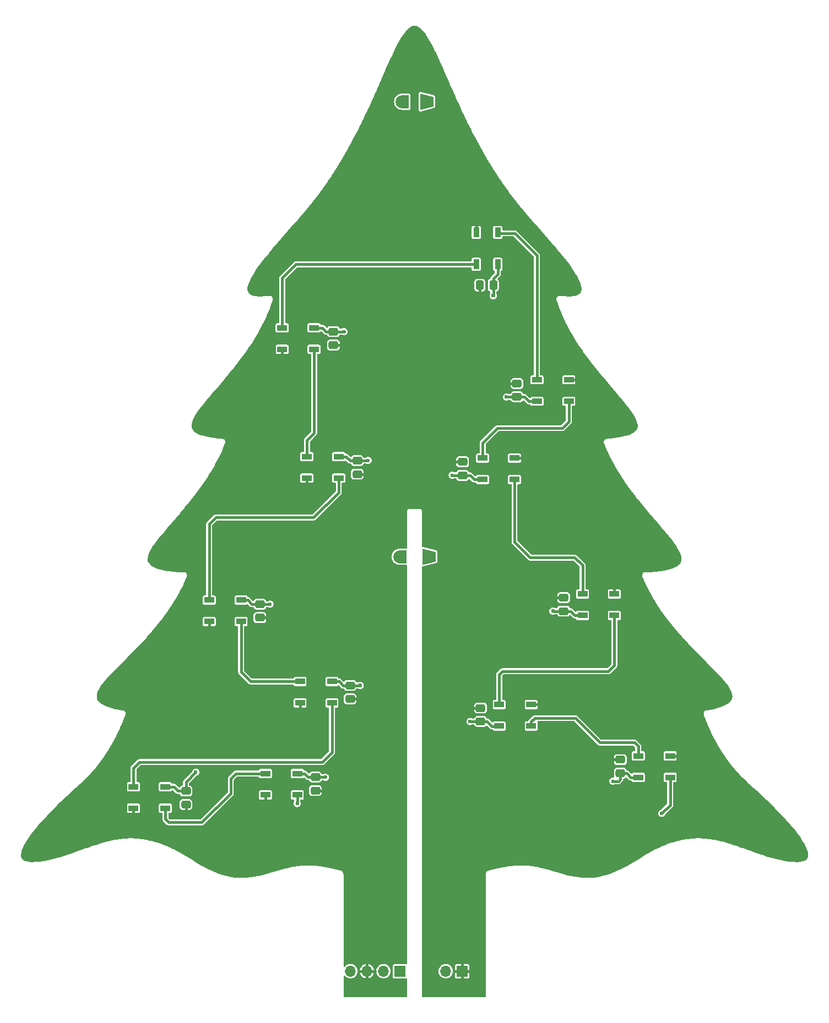
<source format=gbl>
G04 #@! TF.GenerationSoftware,KiCad,Pcbnew,8.0.6*
G04 #@! TF.CreationDate,2024-11-23T10:48:35+01:00*
G04 #@! TF.ProjectId,ChristmasTree,43687269-7374-46d6-9173-547265652e6b,rev?*
G04 #@! TF.SameCoordinates,Original*
G04 #@! TF.FileFunction,Copper,L2,Bot*
G04 #@! TF.FilePolarity,Positive*
%FSLAX46Y46*%
G04 Gerber Fmt 4.6, Leading zero omitted, Abs format (unit mm)*
G04 Created by KiCad (PCBNEW 8.0.6) date 2024-11-23 10:48:35*
%MOMM*%
%LPD*%
G01*
G04 APERTURE LIST*
G04 Aperture macros list*
%AMRoundRect*
0 Rectangle with rounded corners*
0 $1 Rounding radius*
0 $2 $3 $4 $5 $6 $7 $8 $9 X,Y pos of 4 corners*
0 Add a 4 corners polygon primitive as box body*
4,1,4,$2,$3,$4,$5,$6,$7,$8,$9,$2,$3,0*
0 Add four circle primitives for the rounded corners*
1,1,$1+$1,$2,$3*
1,1,$1+$1,$4,$5*
1,1,$1+$1,$6,$7*
1,1,$1+$1,$8,$9*
0 Add four rect primitives between the rounded corners*
20,1,$1+$1,$2,$3,$4,$5,0*
20,1,$1+$1,$4,$5,$6,$7,0*
20,1,$1+$1,$6,$7,$8,$9,0*
20,1,$1+$1,$8,$9,$2,$3,0*%
%AMOutline4P*
0 Free polygon, 4 corners , with rotation*
0 The origin of the aperture is its center*
0 number of corners: always 4*
0 $1 to $8 corner X, Y*
0 $9 Rotation angle, in degrees counterclockwise*
0 create outline with 4 corners*
4,1,4,$1,$2,$3,$4,$5,$6,$7,$8,$1,$2,$9*%
G04 Aperture macros list end*
G04 #@! TA.AperFunction,ComponentPad*
%ADD10R,1.700000X1.700000*%
G04 #@! TD*
G04 #@! TA.AperFunction,ComponentPad*
%ADD11O,1.700000X1.700000*%
G04 #@! TD*
G04 #@! TA.AperFunction,SMDPad,CuDef*
%ADD12R,1.500000X0.900000*%
G04 #@! TD*
G04 #@! TA.AperFunction,SMDPad,CuDef*
%ADD13C,2.000000*%
G04 #@! TD*
G04 #@! TA.AperFunction,SMDPad,CuDef*
%ADD14R,1.000000X2.000000*%
G04 #@! TD*
G04 #@! TA.AperFunction,SMDPad,CuDef*
%ADD15RoundRect,0.250000X0.475000X-0.337500X0.475000X0.337500X-0.475000X0.337500X-0.475000X-0.337500X0*%
G04 #@! TD*
G04 #@! TA.AperFunction,SMDPad,CuDef*
%ADD16RoundRect,0.250000X-0.475000X0.337500X-0.475000X-0.337500X0.475000X-0.337500X0.475000X0.337500X0*%
G04 #@! TD*
G04 #@! TA.AperFunction,SMDPad,CuDef*
%ADD17Outline4P,-1.000000X-1.250000X1.000000X-0.750000X1.000000X0.750000X-1.000000X1.250000X0.000000*%
G04 #@! TD*
G04 #@! TA.AperFunction,SMDPad,CuDef*
%ADD18RoundRect,0.250000X0.337500X0.475000X-0.337500X0.475000X-0.337500X-0.475000X0.337500X-0.475000X0*%
G04 #@! TD*
G04 #@! TA.AperFunction,SMDPad,CuDef*
%ADD19R,0.900000X1.500000*%
G04 #@! TD*
G04 #@! TA.AperFunction,ViaPad*
%ADD20C,0.600000*%
G04 #@! TD*
G04 #@! TA.AperFunction,Conductor*
%ADD21C,0.400000*%
G04 #@! TD*
G04 APERTURE END LIST*
D10*
X107300000Y-166780000D03*
D11*
X104760000Y-166780000D03*
D10*
X97730000Y-166780000D03*
D11*
X95190000Y-166780000D03*
X92650000Y-166780000D03*
X90110000Y-166780000D03*
D12*
X84520000Y-67790000D03*
X84520000Y-71090000D03*
X79620000Y-71090000D03*
X79620000Y-67790000D03*
D13*
X97692000Y-103000000D03*
D14*
X98200000Y-103000000D03*
D15*
X107340000Y-90487500D03*
X107340000Y-88412500D03*
D12*
X87260000Y-122192500D03*
X87260000Y-125492500D03*
X82360000Y-125492500D03*
X82360000Y-122192500D03*
D16*
X90060000Y-122812500D03*
X90060000Y-124887500D03*
D12*
X134350000Y-136950000D03*
X134350000Y-133650000D03*
X139250000Y-133650000D03*
X139250000Y-136950000D03*
X73300000Y-109672500D03*
X73300000Y-112972500D03*
X68400000Y-112972500D03*
X68400000Y-109672500D03*
D15*
X122880000Y-111377500D03*
X122880000Y-109302500D03*
D12*
X88310000Y-87600000D03*
X88310000Y-90900000D03*
X83410000Y-90900000D03*
X83410000Y-87600000D03*
X61670000Y-138392500D03*
X61670000Y-141692500D03*
X56770000Y-141692500D03*
X56770000Y-138392500D03*
X110430000Y-91120000D03*
X110430000Y-87820000D03*
X115330000Y-87820000D03*
X115330000Y-91120000D03*
X118770000Y-79090000D03*
X118770000Y-75790000D03*
X123670000Y-75790000D03*
X123670000Y-79090000D03*
D17*
X101855400Y-33000000D03*
D18*
X112077500Y-61230000D03*
X110002500Y-61230000D03*
D12*
X81930000Y-136352500D03*
X81930000Y-139652500D03*
X77030000Y-139652500D03*
X77030000Y-136352500D03*
D19*
X112750000Y-58010000D03*
X109450000Y-58010000D03*
X109450000Y-53110000D03*
X112750000Y-53110000D03*
D12*
X112990000Y-129050000D03*
X112990000Y-125750000D03*
X117890000Y-125750000D03*
X117890000Y-129050000D03*
D16*
X91160000Y-88222500D03*
X91160000Y-90297500D03*
D13*
X98062000Y-33000000D03*
D14*
X98570000Y-33000000D03*
D15*
X115700000Y-78417500D03*
X115700000Y-76342500D03*
D12*
X125780000Y-112040000D03*
X125780000Y-108740000D03*
X130680000Y-108740000D03*
X130680000Y-112040000D03*
D16*
X64820000Y-139052500D03*
X64820000Y-141127500D03*
X87480000Y-68372500D03*
X87480000Y-70447500D03*
D17*
X102225400Y-103000000D03*
D16*
X84720000Y-136902500D03*
X84720000Y-138977500D03*
D15*
X131590000Y-136307500D03*
X131590000Y-134232500D03*
D16*
X76190000Y-110302500D03*
X76190000Y-112377500D03*
D15*
X110110000Y-128357500D03*
X110110000Y-126282500D03*
D20*
X108490000Y-128360000D03*
X130450000Y-137550000D03*
X92820000Y-88200000D03*
X89140000Y-68390000D03*
X121230000Y-111370000D03*
X114070000Y-78430000D03*
X77730000Y-110310000D03*
X66340000Y-136130000D03*
X105760000Y-90480000D03*
X91610000Y-122790000D03*
X86270000Y-136920000D03*
X112060000Y-62840000D03*
X108300000Y-55440000D03*
X140410000Y-129570000D03*
X88810000Y-54740000D03*
X128720000Y-129110000D03*
X116980000Y-73140000D03*
X131710000Y-99750000D03*
X107380000Y-71130000D03*
X83700000Y-99730000D03*
X84650000Y-126730000D03*
X86740000Y-64240000D03*
X72510000Y-99200000D03*
X86330000Y-78670000D03*
X124570000Y-141000000D03*
X110290000Y-45960000D03*
X96690000Y-114460000D03*
X120240000Y-119140000D03*
X114960000Y-138880000D03*
X110540000Y-120200000D03*
X120130000Y-99230000D03*
X69580000Y-138300000D03*
X85580000Y-113870000D03*
X73600000Y-126160000D03*
X60160000Y-136270000D03*
X97320000Y-79210000D03*
X137950000Y-142480000D03*
X81930000Y-140970000D03*
D21*
X92797500Y-88222500D02*
X92820000Y-88200000D01*
X124580000Y-112040000D02*
X125780000Y-112040000D01*
X76190000Y-110302500D02*
X74952500Y-110302500D01*
X115700000Y-78417500D02*
X116837500Y-78417500D01*
X122880000Y-111377500D02*
X121237500Y-111377500D01*
X112750000Y-59530000D02*
X112750000Y-58010000D01*
X108507500Y-90487500D02*
X109140000Y-91120000D01*
X76190000Y-110302500D02*
X77722500Y-110302500D01*
X87480000Y-68372500D02*
X86392500Y-68372500D01*
X83602500Y-136902500D02*
X83052500Y-136352500D01*
X88982500Y-122812500D02*
X88362500Y-122192500D01*
X64820000Y-139052500D02*
X63622500Y-139052500D01*
X131590000Y-136307500D02*
X132557500Y-136307500D01*
X112077500Y-62822500D02*
X112060000Y-62840000D01*
X74952500Y-110302500D02*
X74322500Y-109672500D01*
X86252500Y-136902500D02*
X86270000Y-136920000D01*
X107340000Y-90487500D02*
X105767500Y-90487500D01*
X86392500Y-68372500D02*
X85810000Y-67790000D01*
X116837500Y-78417500D02*
X117510000Y-79090000D01*
X91160000Y-88222500D02*
X90052500Y-88222500D01*
X123917500Y-111377500D02*
X124580000Y-112040000D01*
X110110000Y-128357500D02*
X108492500Y-128357500D01*
X121237500Y-111377500D02*
X121230000Y-111370000D01*
X114082500Y-78417500D02*
X114070000Y-78430000D01*
X90060000Y-122812500D02*
X88982500Y-122812500D01*
X112077500Y-61230000D02*
X112077500Y-62822500D01*
X63622500Y-139052500D02*
X62962500Y-138392500D01*
X85810000Y-67790000D02*
X84520000Y-67790000D01*
X91160000Y-88222500D02*
X92797500Y-88222500D01*
X112077500Y-61230000D02*
X112077500Y-60202500D01*
X132557500Y-136307500D02*
X133200000Y-136950000D01*
X62962500Y-138392500D02*
X61670000Y-138392500D01*
X89122500Y-68372500D02*
X89140000Y-68390000D01*
X117510000Y-79090000D02*
X118770000Y-79090000D01*
X110110000Y-128357500D02*
X111097500Y-128357500D01*
X131290000Y-137550000D02*
X131590000Y-137250000D01*
X87480000Y-68372500D02*
X89122500Y-68372500D01*
X77722500Y-110302500D02*
X77730000Y-110310000D01*
X108492500Y-128357500D02*
X108490000Y-128360000D01*
X90060000Y-122812500D02*
X91587500Y-122812500D01*
X133200000Y-136950000D02*
X134350000Y-136950000D01*
X111097500Y-128357500D02*
X111820000Y-129080000D01*
X88362500Y-122192500D02*
X87260000Y-122192500D01*
X131590000Y-137250000D02*
X131590000Y-136307500D01*
X90052500Y-88222500D02*
X89430000Y-87600000D01*
X64820000Y-139052500D02*
X64820000Y-137650000D01*
X109140000Y-91120000D02*
X110430000Y-91120000D01*
X111820000Y-129080000D02*
X112960000Y-129080000D01*
X84720000Y-136902500D02*
X86252500Y-136902500D01*
X112960000Y-129080000D02*
X112990000Y-129050000D01*
X112077500Y-60202500D02*
X112750000Y-59530000D01*
X83052500Y-136352500D02*
X81930000Y-136352500D01*
X74322500Y-109672500D02*
X73300000Y-109672500D01*
X107340000Y-90487500D02*
X108507500Y-90487500D01*
X105767500Y-90487500D02*
X105760000Y-90480000D01*
X64820000Y-137650000D02*
X66340000Y-136130000D01*
X122880000Y-111377500D02*
X123917500Y-111377500D01*
X89430000Y-87600000D02*
X88310000Y-87600000D01*
X91587500Y-122812500D02*
X91610000Y-122790000D01*
X115700000Y-78417500D02*
X114082500Y-78417500D01*
X84720000Y-136902500D02*
X83602500Y-136902500D01*
X130450000Y-137550000D02*
X131290000Y-137550000D01*
X109450000Y-53110000D02*
X109450000Y-51440000D01*
X122880000Y-109302500D02*
X121600000Y-109302500D01*
X110002500Y-61230000D02*
X110002500Y-62807500D01*
X91160000Y-90297500D02*
X92837500Y-90297500D01*
X115340000Y-87830000D02*
X116930000Y-87830000D01*
X92650000Y-166780000D02*
X91420000Y-166780000D01*
X129897500Y-134232500D02*
X129890000Y-134240000D01*
X92650000Y-166780000D02*
X93880000Y-166780000D01*
X87480000Y-70447500D02*
X89057500Y-70447500D01*
X79620000Y-71090000D02*
X79620000Y-72580000D01*
X92650000Y-166780000D02*
X92650000Y-168340000D01*
X123670000Y-75790000D02*
X125110000Y-75790000D01*
X130680000Y-107450000D02*
X130670000Y-107440000D01*
X56770000Y-141692500D02*
X56770000Y-143030000D01*
X107280000Y-166822500D02*
X107280000Y-165267500D01*
X107280000Y-166822500D02*
X108695000Y-166822500D01*
X139250000Y-133650000D02*
X140700000Y-133650000D01*
X131590000Y-134232500D02*
X129897500Y-134232500D01*
X130680000Y-108740000D02*
X130680000Y-107450000D01*
X91550000Y-124890000D02*
X91547500Y-124887500D01*
X115700000Y-76342500D02*
X114187500Y-76342500D01*
X108392500Y-126282500D02*
X108390000Y-126280000D01*
X64820000Y-141127500D02*
X64820000Y-142580000D01*
X117890000Y-125750000D02*
X119330000Y-125750000D01*
X107340000Y-88412500D02*
X105742500Y-88412500D01*
X115330000Y-87820000D02*
X115340000Y-87830000D01*
X82360000Y-125492500D02*
X82360000Y-126760000D01*
X90060000Y-124887500D02*
X91547500Y-124887500D01*
X84720000Y-138977500D02*
X86127500Y-138977500D01*
X92650000Y-166780000D02*
X92650000Y-165250000D01*
X76190000Y-112377500D02*
X77647500Y-112377500D01*
X110110000Y-126282500D02*
X108392500Y-126282500D01*
X119330000Y-125750000D02*
X119340000Y-125740000D01*
X83410000Y-90900000D02*
X83410000Y-92420000D01*
X107280000Y-166822500D02*
X107280000Y-168277500D01*
X77030000Y-139652500D02*
X77030000Y-140870000D01*
X107300000Y-166780000D02*
X106070000Y-166780000D01*
X68400000Y-112972500D02*
X68400000Y-114120000D01*
X139250000Y-141180000D02*
X139250000Y-136950000D01*
X137950000Y-142480000D02*
X139250000Y-141180000D01*
X134350000Y-132190000D02*
X133770000Y-131610000D01*
X124690000Y-127830000D02*
X118450000Y-127830000D01*
X117890000Y-128390000D02*
X117890000Y-129050000D01*
X118450000Y-127830000D02*
X117890000Y-128390000D01*
X128470000Y-131610000D02*
X124690000Y-127830000D01*
X134350000Y-133650000D02*
X134350000Y-132190000D01*
X133770000Y-131610000D02*
X128470000Y-131610000D01*
X129740000Y-120620000D02*
X130680000Y-119680000D01*
X130680000Y-119680000D02*
X130680000Y-112040000D01*
X112990000Y-125750000D02*
X112990000Y-121120000D01*
X112990000Y-121120000D02*
X113490000Y-120620000D01*
X113490000Y-120620000D02*
X129740000Y-120620000D01*
X117720000Y-103140000D02*
X115330000Y-100750000D01*
X115330000Y-100750000D02*
X115330000Y-91120000D01*
X124580000Y-103140000D02*
X117720000Y-103140000D01*
X125780000Y-108740000D02*
X125780000Y-104340000D01*
X125780000Y-104340000D02*
X124580000Y-103140000D01*
X110430000Y-85480000D02*
X112700000Y-83210000D01*
X112700000Y-83210000D02*
X122660000Y-83210000D01*
X110430000Y-87820000D02*
X110430000Y-85480000D01*
X123670000Y-82200000D02*
X123670000Y-79090000D01*
X122660000Y-83210000D02*
X123670000Y-82200000D01*
X118770000Y-56640000D02*
X115380000Y-53250000D01*
X115380000Y-53250000D02*
X112890000Y-53250000D01*
X112890000Y-53250000D02*
X112750000Y-53110000D01*
X118770000Y-75790000D02*
X118770000Y-56640000D01*
X79620000Y-67790000D02*
X79620000Y-60110000D01*
X81720000Y-58010000D02*
X109450000Y-58010000D01*
X79620000Y-60110000D02*
X81720000Y-58010000D01*
X84520000Y-84000000D02*
X83430000Y-85090000D01*
X84520000Y-71090000D02*
X84520000Y-84000000D01*
X83430000Y-85090000D02*
X83430000Y-87580000D01*
X83430000Y-87580000D02*
X83410000Y-87600000D01*
X69410000Y-96980000D02*
X68400000Y-97990000D01*
X84420000Y-96980000D02*
X69410000Y-96980000D01*
X88310000Y-93090000D02*
X84420000Y-96980000D01*
X68400000Y-97990000D02*
X68400000Y-109672500D01*
X88310000Y-90900000D02*
X88310000Y-93090000D01*
X74792500Y-122192500D02*
X82360000Y-122192500D01*
X73300000Y-120700000D02*
X74792500Y-122192500D01*
X73300000Y-112972500D02*
X73300000Y-120700000D01*
X87260000Y-125492500D02*
X87260000Y-133090000D01*
X87260000Y-133090000D02*
X85760000Y-134590000D01*
X57700000Y-134590000D02*
X56770000Y-135520000D01*
X85760000Y-134590000D02*
X57700000Y-134590000D01*
X56770000Y-135520000D02*
X56770000Y-138392500D01*
X62170000Y-143870000D02*
X67260000Y-143870000D01*
X71730000Y-139400000D02*
X71730000Y-137140000D01*
X72517500Y-136352500D02*
X77030000Y-136352500D01*
X71730000Y-137140000D02*
X72517500Y-136352500D01*
X67260000Y-143870000D02*
X71730000Y-139400000D01*
X61670000Y-141692500D02*
X61670000Y-143370000D01*
X61670000Y-143370000D02*
X62170000Y-143870000D01*
X90315000Y-166405000D02*
X90330000Y-166390000D01*
X81930000Y-139652500D02*
X81930000Y-140970000D01*
G04 #@! TA.AperFunction,Conductor*
G36*
X100017902Y-21300140D02*
G01*
X100024428Y-21300442D01*
X100102429Y-21306139D01*
X100111952Y-21307208D01*
X100185091Y-21318303D01*
X100198270Y-21321042D01*
X100238961Y-21331831D01*
X100257934Y-21336862D01*
X100274753Y-21342641D01*
X100480956Y-21430513D01*
X100497230Y-21438920D01*
X100707401Y-21568033D01*
X100719898Y-21576815D01*
X100938432Y-21751458D01*
X100947743Y-21759699D01*
X101099064Y-21907819D01*
X101173275Y-21980460D01*
X101180153Y-21987761D01*
X101411389Y-22254058D01*
X101416457Y-22260295D01*
X101652434Y-22570795D01*
X101656215Y-22576051D01*
X101712116Y-22658221D01*
X101896383Y-22929077D01*
X101899241Y-22933475D01*
X102143517Y-23327386D01*
X102145686Y-23331021D01*
X102394177Y-23764067D01*
X102395836Y-23767052D01*
X102648888Y-24237604D01*
X102650161Y-24240035D01*
X102817610Y-24568643D01*
X102908239Y-24746495D01*
X102909216Y-24748455D01*
X103172843Y-25289209D01*
X103173588Y-25290765D01*
X103443370Y-25864265D01*
X103443930Y-25865473D01*
X103720529Y-26470233D01*
X103720938Y-26471137D01*
X104005116Y-27105855D01*
X104005395Y-27106484D01*
X104229159Y-27613917D01*
X104297569Y-27769050D01*
X104297747Y-27769454D01*
X104599181Y-28459658D01*
X104599265Y-28459852D01*
X104916498Y-29189628D01*
X104916499Y-29189635D01*
X104916501Y-29189635D01*
X105206952Y-29857892D01*
X105207233Y-29858759D01*
X105231490Y-29914349D01*
X105231527Y-29914526D01*
X105231561Y-29914512D01*
X105256109Y-29970989D01*
X105256557Y-29971791D01*
X105539359Y-30619865D01*
X105539913Y-30621563D01*
X105564336Y-30677103D01*
X105564476Y-30677423D01*
X105588404Y-30732259D01*
X105589270Y-30733802D01*
X105883559Y-31403015D01*
X105884361Y-31405449D01*
X105908552Y-31459850D01*
X105908758Y-31460317D01*
X105932705Y-31514773D01*
X105933966Y-31517002D01*
X106240382Y-32206090D01*
X106241429Y-32209217D01*
X106265599Y-32262803D01*
X106265868Y-32263403D01*
X106289747Y-32317102D01*
X106291375Y-32319952D01*
X106610571Y-33027647D01*
X106611852Y-33031398D01*
X106615805Y-33040016D01*
X106615806Y-33040018D01*
X106630364Y-33071751D01*
X106636182Y-33084431D01*
X106636511Y-33085156D01*
X106660314Y-33137933D01*
X106662302Y-33141363D01*
X106994902Y-33866318D01*
X106994903Y-33866319D01*
X106996423Y-33870675D01*
X107020810Y-33922799D01*
X107021198Y-33923637D01*
X107045155Y-33975852D01*
X107047484Y-33979809D01*
X107211360Y-34330060D01*
X107293075Y-34504711D01*
X107394179Y-34720799D01*
X107395934Y-34725699D01*
X107399668Y-34733507D01*
X107399669Y-34733510D01*
X107420507Y-34777079D01*
X107420898Y-34777905D01*
X107445049Y-34829524D01*
X107447726Y-34833989D01*
X107809152Y-35589662D01*
X107811151Y-35595091D01*
X107835952Y-35645708D01*
X107836463Y-35646764D01*
X107860767Y-35697579D01*
X107863785Y-35702511D01*
X108240622Y-36471597D01*
X108240626Y-36471604D01*
X108242876Y-36477532D01*
X108267931Y-36527347D01*
X108268505Y-36528503D01*
X108293083Y-36578663D01*
X108296444Y-36584036D01*
X108689364Y-37365231D01*
X108691873Y-37371633D01*
X108695359Y-37378372D01*
X108717282Y-37420757D01*
X108717855Y-37421879D01*
X108742758Y-37471388D01*
X108746464Y-37477173D01*
X109156164Y-38269224D01*
X109158944Y-38276078D01*
X109184690Y-38324394D01*
X109185395Y-38325736D01*
X109210588Y-38374440D01*
X109214651Y-38380619D01*
X109544316Y-38999272D01*
X109641808Y-39182225D01*
X109644875Y-39189520D01*
X109671053Y-39237130D01*
X109671827Y-39238560D01*
X109697341Y-39286439D01*
X109701766Y-39292988D01*
X110147073Y-40102869D01*
X110150431Y-40110561D01*
X110153701Y-40116317D01*
X110153702Y-40116319D01*
X110153705Y-40116324D01*
X110177004Y-40157330D01*
X110177849Y-40158841D01*
X110203804Y-40206045D01*
X110208598Y-40212935D01*
X110672638Y-41029621D01*
X110675088Y-41035057D01*
X110703353Y-41083692D01*
X110703954Y-41084738D01*
X110731679Y-41133531D01*
X110735134Y-41138372D01*
X110798774Y-41247870D01*
X110799677Y-41249840D01*
X110829915Y-41301455D01*
X110830130Y-41301823D01*
X110860250Y-41353646D01*
X110861522Y-41355404D01*
X110925817Y-41465150D01*
X110926739Y-41467140D01*
X110957107Y-41518559D01*
X110957328Y-41518935D01*
X110987641Y-41570677D01*
X110988938Y-41572456D01*
X111054007Y-41682631D01*
X111054952Y-41684652D01*
X111085669Y-41736242D01*
X111085893Y-41736620D01*
X111116207Y-41787948D01*
X111117524Y-41789740D01*
X111183411Y-41900396D01*
X111184375Y-41902439D01*
X111206814Y-41939817D01*
X111215135Y-41953676D01*
X111215309Y-41953967D01*
X111245989Y-42005492D01*
X111247325Y-42007297D01*
X111314017Y-42118390D01*
X111315003Y-42120458D01*
X111320483Y-42129512D01*
X111320484Y-42129513D01*
X111346094Y-42171821D01*
X111371460Y-42214074D01*
X111371461Y-42214074D01*
X111376937Y-42223196D01*
X111378294Y-42225017D01*
X111445809Y-42336552D01*
X111446808Y-42338628D01*
X111452332Y-42347679D01*
X111452333Y-42347681D01*
X111467699Y-42372855D01*
X111477854Y-42389491D01*
X111478091Y-42389881D01*
X111495011Y-42417832D01*
X111503614Y-42432044D01*
X111503615Y-42432044D01*
X111509113Y-42441127D01*
X111510497Y-42442970D01*
X111578843Y-42554938D01*
X111579867Y-42557046D01*
X111611080Y-42607751D01*
X111611323Y-42608147D01*
X111642513Y-42659244D01*
X111643925Y-42661108D01*
X111713089Y-42773466D01*
X111714135Y-42775600D01*
X111745623Y-42826320D01*
X111745871Y-42826721D01*
X111777135Y-42877510D01*
X111778568Y-42879389D01*
X111848586Y-42992171D01*
X111849652Y-42994325D01*
X111881339Y-43044930D01*
X111881591Y-43045335D01*
X111913009Y-43095943D01*
X111914478Y-43097852D01*
X111985320Y-43210989D01*
X111986404Y-43213157D01*
X111992004Y-43222024D01*
X111992005Y-43222026D01*
X112018294Y-43263650D01*
X112018390Y-43263803D01*
X112050149Y-43314523D01*
X112051632Y-43316434D01*
X112123301Y-43429908D01*
X112124411Y-43432107D01*
X112130037Y-43440938D01*
X112130038Y-43440939D01*
X112156506Y-43482483D01*
X112156617Y-43482658D01*
X112188515Y-43533161D01*
X112190019Y-43535084D01*
X112236031Y-43607303D01*
X112262529Y-43648893D01*
X112263658Y-43651108D01*
X112295855Y-43701202D01*
X112296121Y-43701618D01*
X112328172Y-43751924D01*
X112329708Y-43753873D01*
X112403062Y-43868002D01*
X112404218Y-43870248D01*
X112436661Y-43920280D01*
X112436932Y-43920699D01*
X112469077Y-43970711D01*
X112470632Y-43972669D01*
X112544869Y-44087153D01*
X112546040Y-44089407D01*
X112578709Y-44139342D01*
X112578984Y-44139765D01*
X112611297Y-44189598D01*
X112612878Y-44191569D01*
X112684291Y-44300722D01*
X112687968Y-44306342D01*
X112689164Y-44308621D01*
X112721832Y-44358106D01*
X112722113Y-44358533D01*
X112754798Y-44408492D01*
X112756409Y-44410485D01*
X112832389Y-44525582D01*
X112833605Y-44527874D01*
X112839355Y-44536506D01*
X112839356Y-44536507D01*
X112866546Y-44577324D01*
X112866692Y-44577544D01*
X112866836Y-44577762D01*
X112893822Y-44618641D01*
X112899622Y-44627426D01*
X112901252Y-44629426D01*
X112978090Y-44744774D01*
X112979326Y-44747081D01*
X113012566Y-44796528D01*
X113012723Y-44796763D01*
X113039923Y-44837595D01*
X113045734Y-44846318D01*
X113047400Y-44848344D01*
X113125111Y-44963945D01*
X113126369Y-44966271D01*
X113159640Y-45015311D01*
X113159936Y-45015749D01*
X113193160Y-45065172D01*
X113194850Y-45067210D01*
X113273401Y-45182992D01*
X113273459Y-45183077D01*
X113274746Y-45185432D01*
X113308243Y-45234352D01*
X113308543Y-45234792D01*
X113341948Y-45284030D01*
X113343666Y-45286084D01*
X113423149Y-45402160D01*
X113424456Y-45404527D01*
X113458181Y-45453322D01*
X113458486Y-45453766D01*
X113492072Y-45502815D01*
X113493819Y-45504885D01*
X113574214Y-45621205D01*
X113575549Y-45623596D01*
X113581438Y-45632037D01*
X113581439Y-45632040D01*
X113609608Y-45672416D01*
X113609818Y-45672719D01*
X113643517Y-45721476D01*
X113645282Y-45723550D01*
X113672027Y-45761884D01*
X113726606Y-45840114D01*
X113727966Y-45842527D01*
X113762154Y-45891069D01*
X113762470Y-45891519D01*
X113796365Y-45940103D01*
X113798161Y-45942193D01*
X113880361Y-46058905D01*
X113881741Y-46061327D01*
X113887704Y-46069714D01*
X113887705Y-46069716D01*
X113916314Y-46109953D01*
X113944623Y-46150147D01*
X113944624Y-46150147D01*
X113950571Y-46158591D01*
X113952387Y-46160685D01*
X114035500Y-46277578D01*
X114036899Y-46280009D01*
X114071402Y-46328073D01*
X114071727Y-46328528D01*
X114106107Y-46376880D01*
X114107960Y-46379001D01*
X114192045Y-46496131D01*
X114193473Y-46498585D01*
X114199471Y-46506860D01*
X114199472Y-46506862D01*
X114199528Y-46506939D01*
X114228122Y-46546387D01*
X114228456Y-46546851D01*
X114263079Y-46595083D01*
X114264976Y-46597233D01*
X114349951Y-46714466D01*
X114351408Y-46716944D01*
X114386301Y-46764618D01*
X114386638Y-46765081D01*
X114421457Y-46813117D01*
X114423364Y-46815257D01*
X114509263Y-46932621D01*
X114510747Y-46935117D01*
X114516812Y-46943324D01*
X114516813Y-46943325D01*
X114545777Y-46982513D01*
X114546120Y-46982979D01*
X114581203Y-47030912D01*
X114583147Y-47033074D01*
X114669990Y-47150570D01*
X114671496Y-47153079D01*
X114706881Y-47200485D01*
X114707229Y-47200954D01*
X114742376Y-47248508D01*
X114744342Y-47250674D01*
X114832159Y-47368324D01*
X114833694Y-47370852D01*
X114839802Y-47378955D01*
X114839803Y-47378956D01*
X114869283Y-47418061D01*
X114869560Y-47418431D01*
X114904978Y-47465883D01*
X114906981Y-47468068D01*
X114995713Y-47585771D01*
X114997275Y-47588317D01*
X115003437Y-47596410D01*
X115003438Y-47596412D01*
X115003580Y-47596598D01*
X115033169Y-47635459D01*
X115033527Y-47635932D01*
X115069029Y-47683025D01*
X115071054Y-47685212D01*
X115160758Y-47803023D01*
X115162350Y-47805590D01*
X115198344Y-47852389D01*
X115198709Y-47852866D01*
X115234479Y-47899844D01*
X115236532Y-47902041D01*
X115270557Y-47946279D01*
X115327265Y-48020009D01*
X115329397Y-48023404D01*
X115365058Y-48069153D01*
X115365550Y-48069788D01*
X115401347Y-48116329D01*
X115402884Y-48117951D01*
X115437972Y-48162692D01*
X115438197Y-48162980D01*
X115473389Y-48208127D01*
X115473397Y-48208139D01*
X115473411Y-48208157D01*
X115473846Y-48208712D01*
X115475377Y-48210676D01*
X115475501Y-48210806D01*
X115480483Y-48217122D01*
X115480484Y-48217124D01*
X115511197Y-48256060D01*
X115541656Y-48294897D01*
X115541657Y-48294897D01*
X115547201Y-48301966D01*
X115547218Y-48301994D01*
X115547317Y-48302118D01*
X115547715Y-48302622D01*
X115548771Y-48303969D01*
X115548852Y-48304053D01*
X115584903Y-48349498D01*
X115585114Y-48349765D01*
X115621658Y-48396092D01*
X115621723Y-48396174D01*
X115621894Y-48396391D01*
X115622878Y-48397638D01*
X115622955Y-48397717D01*
X115629031Y-48405336D01*
X115629032Y-48405337D01*
X115659691Y-48443778D01*
X115659818Y-48444090D01*
X115659892Y-48444032D01*
X115697860Y-48491895D01*
X115697925Y-48491961D01*
X115735428Y-48538742D01*
X115735405Y-48538759D01*
X115735623Y-48538986D01*
X115773557Y-48586550D01*
X115773604Y-48586598D01*
X115811774Y-48633974D01*
X115811962Y-48634209D01*
X115850060Y-48681732D01*
X115850103Y-48681775D01*
X115888682Y-48729430D01*
X115888864Y-48729655D01*
X115927656Y-48777802D01*
X115925897Y-48779218D01*
X115925956Y-48779291D01*
X115927713Y-48777863D01*
X115935411Y-48787328D01*
X115935412Y-48787330D01*
X115966646Y-48825734D01*
X116004670Y-48872704D01*
X116005626Y-48873666D01*
X116005667Y-48873716D01*
X116006441Y-48874876D01*
X116013836Y-48883929D01*
X116013837Y-48883930D01*
X116045216Y-48922343D01*
X116076324Y-48960593D01*
X116083608Y-48969548D01*
X116084558Y-48970504D01*
X116085132Y-48971206D01*
X116085863Y-48972302D01*
X116092956Y-48980948D01*
X116092957Y-48980949D01*
X116124325Y-49019185D01*
X116124430Y-49019432D01*
X116124489Y-49019385D01*
X116137882Y-49035780D01*
X116155640Y-49057519D01*
X116162897Y-49066402D01*
X116163813Y-49067321D01*
X116164860Y-49068597D01*
X116165552Y-49069629D01*
X116172755Y-49078374D01*
X116172756Y-49078376D01*
X116204229Y-49116585D01*
X116235722Y-49154973D01*
X116235724Y-49154974D01*
X116242957Y-49163790D01*
X116243833Y-49164664D01*
X116245313Y-49166460D01*
X116245991Y-49167468D01*
X116253216Y-49176205D01*
X116284777Y-49214371D01*
X116299589Y-49232353D01*
X116323613Y-49261518D01*
X116324462Y-49262361D01*
X116326434Y-49264745D01*
X116327084Y-49265707D01*
X116334316Y-49274420D01*
X116334317Y-49274421D01*
X116366011Y-49312604D01*
X116366151Y-49312773D01*
X116366156Y-49312779D01*
X116404901Y-49359631D01*
X116405724Y-49360446D01*
X116408144Y-49363362D01*
X116408769Y-49364283D01*
X116416042Y-49373014D01*
X116416043Y-49373015D01*
X116447675Y-49410986D01*
X116447766Y-49411195D01*
X116447815Y-49411154D01*
X116479478Y-49449299D01*
X116479479Y-49449299D01*
X116486794Y-49458112D01*
X116487576Y-49458884D01*
X116490436Y-49462317D01*
X116491042Y-49463206D01*
X116498374Y-49471977D01*
X116498375Y-49471979D01*
X116530153Y-49509993D01*
X116530240Y-49510193D01*
X116530287Y-49510154D01*
X116569323Y-49557012D01*
X116570075Y-49557751D01*
X116573351Y-49561669D01*
X116573926Y-49562511D01*
X116581296Y-49571298D01*
X116613032Y-49609136D01*
X116645012Y-49647392D01*
X116645013Y-49647392D01*
X116652456Y-49656296D01*
X116653183Y-49657008D01*
X116656821Y-49661345D01*
X116657374Y-49662152D01*
X116664788Y-49670963D01*
X116696324Y-49708445D01*
X116696404Y-49708626D01*
X116696447Y-49708591D01*
X116736072Y-49755834D01*
X116736770Y-49756515D01*
X116740887Y-49761408D01*
X116741421Y-49762185D01*
X116748830Y-49770964D01*
X116748831Y-49770966D01*
X116780822Y-49808873D01*
X116780899Y-49809048D01*
X116780941Y-49809014D01*
X116820278Y-49855766D01*
X116820947Y-49856417D01*
X116825455Y-49861759D01*
X116825965Y-49862498D01*
X116865254Y-49908917D01*
X116865329Y-49909088D01*
X116865370Y-49909054D01*
X116905005Y-49956018D01*
X116905647Y-49956642D01*
X116910495Y-49962369D01*
X116910989Y-49963083D01*
X116918504Y-49971937D01*
X116918505Y-49971939D01*
X116931993Y-49987830D01*
X116950720Y-50009894D01*
X116950833Y-50010027D01*
X116990256Y-50056607D01*
X116990877Y-50057208D01*
X116996125Y-50063391D01*
X116996588Y-50064058D01*
X117004097Y-50072882D01*
X117004098Y-50072884D01*
X117036114Y-50110507D01*
X117036181Y-50110657D01*
X117036217Y-50110628D01*
X117075968Y-50157462D01*
X117076550Y-50158024D01*
X117082161Y-50164618D01*
X117082618Y-50165275D01*
X117122367Y-50211864D01*
X117122434Y-50212015D01*
X117122470Y-50211985D01*
X117162188Y-50258658D01*
X117162749Y-50259199D01*
X117168739Y-50266220D01*
X117169162Y-50266825D01*
X117209243Y-50313695D01*
X117209235Y-50313701D01*
X117209337Y-50313804D01*
X117248879Y-50360153D01*
X117249408Y-50360662D01*
X117255770Y-50368101D01*
X117256186Y-50368694D01*
X117295946Y-50415081D01*
X117295938Y-50415087D01*
X117296034Y-50415184D01*
X117328318Y-50452935D01*
X117335948Y-50461857D01*
X117336469Y-50462357D01*
X117343110Y-50470105D01*
X117343500Y-50470661D01*
X117383749Y-50517517D01*
X117383834Y-50517616D01*
X117423522Y-50563919D01*
X117423991Y-50564367D01*
X117430941Y-50572457D01*
X117431307Y-50572978D01*
X117438915Y-50581817D01*
X117438916Y-50581818D01*
X117471045Y-50619145D01*
X117471099Y-50619263D01*
X117471127Y-50619240D01*
X117503723Y-50657187D01*
X117511415Y-50666141D01*
X117511877Y-50666583D01*
X117519024Y-50674885D01*
X117519364Y-50675369D01*
X117527122Y-50684365D01*
X117527123Y-50684367D01*
X117559633Y-50722064D01*
X117559683Y-50722174D01*
X117559709Y-50722152D01*
X117599787Y-50768714D01*
X117600219Y-50769125D01*
X117607741Y-50777847D01*
X117608074Y-50778319D01*
X117648424Y-50825021D01*
X117648497Y-50825105D01*
X117688450Y-50871432D01*
X117688857Y-50871818D01*
X117696602Y-50880782D01*
X117696909Y-50881217D01*
X117704637Y-50890146D01*
X117704638Y-50890148D01*
X117736768Y-50927273D01*
X117736812Y-50927369D01*
X117736835Y-50927350D01*
X117777455Y-50974364D01*
X117777851Y-50974740D01*
X117785847Y-50983978D01*
X117786144Y-50984398D01*
X117826499Y-51030949D01*
X117826500Y-51030950D01*
X117859025Y-51068530D01*
X117866813Y-51077528D01*
X117867170Y-51077867D01*
X117875419Y-51087382D01*
X117875692Y-51087767D01*
X117916347Y-51134595D01*
X117916386Y-51134681D01*
X117916407Y-51134664D01*
X117916408Y-51134665D01*
X117948681Y-51171894D01*
X117948682Y-51171894D01*
X117956573Y-51180997D01*
X117956900Y-51181306D01*
X117965423Y-51191122D01*
X117966467Y-51192591D01*
X118005972Y-51237830D01*
X118006205Y-51238098D01*
X118045865Y-51283779D01*
X118047168Y-51285006D01*
X118460429Y-51758266D01*
X118461223Y-51759375D01*
X118468629Y-51767819D01*
X118468630Y-51767821D01*
X118501440Y-51805230D01*
X118533860Y-51842356D01*
X118541343Y-51850925D01*
X118542334Y-51851854D01*
X118961279Y-52329516D01*
X118961532Y-52329866D01*
X118969224Y-52338624D01*
X119001387Y-52375246D01*
X119002417Y-52376418D01*
X119002454Y-52376497D01*
X119002472Y-52376482D01*
X119042814Y-52422478D01*
X119043115Y-52422759D01*
X119505965Y-52949773D01*
X119506009Y-52949868D01*
X119506032Y-52949849D01*
X120008473Y-53522888D01*
X120508307Y-54095623D01*
X120750926Y-54375798D01*
X121001422Y-54665068D01*
X121001857Y-54665572D01*
X121485873Y-55230725D01*
X121485985Y-55230855D01*
X121486542Y-55231510D01*
X121718667Y-55506542D01*
X121958141Y-55790280D01*
X121958823Y-55791096D01*
X121958864Y-55791146D01*
X121958869Y-55791151D01*
X122415248Y-56342037D01*
X122416081Y-56343054D01*
X122854177Y-56884233D01*
X122855152Y-56885453D01*
X123001624Y-57071598D01*
X123272088Y-57415319D01*
X123273360Y-57416965D01*
X123665854Y-57933361D01*
X123667356Y-57935379D01*
X124032588Y-58436704D01*
X124034348Y-58439184D01*
X124323805Y-58857739D01*
X124369164Y-58923327D01*
X124371227Y-58926408D01*
X124672639Y-59391376D01*
X124675041Y-59395234D01*
X124939937Y-59838662D01*
X124942710Y-59843551D01*
X125168063Y-60262852D01*
X125171218Y-60269145D01*
X125184317Y-60297232D01*
X125347677Y-60647516D01*
X125354133Y-60661358D01*
X125357612Y-60669578D01*
X125371949Y-60707172D01*
X125495480Y-61031093D01*
X125499071Y-61042002D01*
X125590032Y-61368528D01*
X125593163Y-61383111D01*
X125636882Y-61669807D01*
X125638297Y-61689117D01*
X125637090Y-61931848D01*
X125634536Y-61956280D01*
X125593519Y-62155140D01*
X125584233Y-62182974D01*
X125507238Y-62346270D01*
X125490240Y-62372889D01*
X125371835Y-62514613D01*
X125349996Y-62535111D01*
X125174605Y-62663709D01*
X125152638Y-62676575D01*
X124904603Y-62789432D01*
X124885565Y-62796281D01*
X124556166Y-62885198D01*
X124540827Y-62888315D01*
X124126845Y-62945532D01*
X124114805Y-62946602D01*
X123615111Y-62966514D01*
X123605680Y-62966531D01*
X123019423Y-62945268D01*
X123011967Y-62944772D01*
X122388820Y-62884439D01*
X122372417Y-62880148D01*
X122372158Y-62881316D01*
X122360237Y-62878663D01*
X122324265Y-62877849D01*
X122315125Y-62877304D01*
X122279305Y-62873836D01*
X122267151Y-62875054D01*
X122266916Y-62872716D01*
X122238899Y-62875219D01*
X122208558Y-62871630D01*
X122196438Y-62872585D01*
X122184462Y-62874687D01*
X122154622Y-62886263D01*
X122143441Y-62889999D01*
X122101205Y-62901913D01*
X122074088Y-62905664D01*
X122069528Y-62906570D01*
X122043867Y-62917197D01*
X122030096Y-62921973D01*
X122003371Y-62929512D01*
X121999261Y-62931607D01*
X121981297Y-62942136D01*
X121977453Y-62944704D01*
X121957822Y-62964332D01*
X121946925Y-62974015D01*
X121925118Y-62991208D01*
X121922094Y-62994749D01*
X121905573Y-63016573D01*
X121893444Y-63028700D01*
X121870014Y-63047072D01*
X121866140Y-63049418D01*
X121866136Y-63049421D01*
X121853503Y-63066619D01*
X121841247Y-63080892D01*
X121826168Y-63095968D01*
X121824435Y-63100152D01*
X121809818Y-63126087D01*
X121807141Y-63129730D01*
X121807138Y-63129737D01*
X121802050Y-63150450D01*
X121796189Y-63168327D01*
X121788023Y-63188036D01*
X121788023Y-63192201D01*
X121781673Y-63221085D01*
X121784394Y-63221747D01*
X121769837Y-63281582D01*
X121769772Y-63281848D01*
X121757980Y-63329856D01*
X121757963Y-63330259D01*
X121757956Y-63330410D01*
X121757958Y-63330420D01*
X121765497Y-63378970D01*
X121765509Y-63379048D01*
X121774753Y-63439465D01*
X121775102Y-63440824D01*
X121776202Y-63447907D01*
X121777461Y-63474142D01*
X121776883Y-63484059D01*
X121776884Y-63484064D01*
X121782120Y-63499128D01*
X121787524Y-63520806D01*
X121789971Y-63536566D01*
X121795135Y-63545049D01*
X121806340Y-63568810D01*
X122195875Y-64689538D01*
X122200455Y-64706509D01*
X122201937Y-64714109D01*
X122216966Y-64750779D01*
X122219354Y-64757091D01*
X122219360Y-64757107D01*
X122232366Y-64794525D01*
X122232368Y-64794528D01*
X122236279Y-64801189D01*
X122244084Y-64816946D01*
X122681977Y-65885394D01*
X122687604Y-65902615D01*
X122689013Y-65908306D01*
X122689013Y-65908308D01*
X122689014Y-65908309D01*
X122706202Y-65944913D01*
X122706212Y-65944935D01*
X122708706Y-65950613D01*
X122724045Y-65988040D01*
X122727282Y-65992924D01*
X122736163Y-66008722D01*
X123222906Y-67045317D01*
X123222908Y-67045320D01*
X123229548Y-67062765D01*
X123230698Y-67066645D01*
X123249933Y-67103178D01*
X123252452Y-67108240D01*
X123269998Y-67145605D01*
X123272393Y-67148854D01*
X123282308Y-67164670D01*
X123811247Y-68169295D01*
X123818851Y-68186930D01*
X123819595Y-68189105D01*
X123840732Y-68225523D01*
X123843208Y-68230000D01*
X123862817Y-68267245D01*
X123864262Y-68269028D01*
X123875161Y-68284843D01*
X123936194Y-68389999D01*
X124439595Y-69257333D01*
X124448112Y-69275134D01*
X124448340Y-69275730D01*
X124471237Y-69312019D01*
X124473601Y-69315924D01*
X124495143Y-69353039D01*
X124495144Y-69353040D01*
X124495561Y-69353513D01*
X124507387Y-69369313D01*
X125100575Y-70309450D01*
X125109198Y-70325967D01*
X125109578Y-70326528D01*
X125109579Y-70326530D01*
X125134080Y-70362677D01*
X125136295Y-70366063D01*
X125159625Y-70403037D01*
X125159626Y-70403037D01*
X125159986Y-70403608D01*
X125171673Y-70418137D01*
X125452764Y-70832827D01*
X125786824Y-71325663D01*
X125786830Y-71325671D01*
X125794912Y-71340056D01*
X125795979Y-71341536D01*
X125821943Y-71377566D01*
X125821950Y-71377575D01*
X125823991Y-71380495D01*
X125849973Y-71418825D01*
X125860702Y-71431350D01*
X126491025Y-72306031D01*
X126498396Y-72318363D01*
X126527542Y-72356769D01*
X126529365Y-72359234D01*
X126557559Y-72398358D01*
X126567193Y-72409015D01*
X127205844Y-73250553D01*
X127212332Y-73260868D01*
X127243503Y-73300219D01*
X127245078Y-73302251D01*
X127275465Y-73342290D01*
X127283852Y-73351155D01*
X127923970Y-74159233D01*
X127929419Y-74167548D01*
X127962600Y-74208026D01*
X127963900Y-74209640D01*
X127996414Y-74250685D01*
X128003389Y-74257786D01*
X128638089Y-75032056D01*
X128642345Y-75038346D01*
X128646932Y-75043801D01*
X128646933Y-75043802D01*
X128677510Y-75080160D01*
X128678481Y-75081329D01*
X128708581Y-75118049D01*
X128708582Y-75118049D01*
X128713100Y-75123561D01*
X128718488Y-75128888D01*
X129340909Y-75869000D01*
X129343765Y-75873129D01*
X129359241Y-75891227D01*
X129380935Y-75916600D01*
X129381498Y-75917264D01*
X129412606Y-75954254D01*
X129412607Y-75954254D01*
X129418276Y-75960995D01*
X129421876Y-75964482D01*
X130025126Y-76669999D01*
X130026345Y-76671739D01*
X130047577Y-76696399D01*
X130065442Y-76717150D01*
X130065596Y-76717330D01*
X130104646Y-76763000D01*
X130106184Y-76764472D01*
X130458419Y-77173596D01*
X130723627Y-77481637D01*
X131348122Y-78209891D01*
X131348679Y-78210545D01*
X131511858Y-78404034D01*
X131931476Y-78901594D01*
X131932724Y-78903098D01*
X132103787Y-79112546D01*
X132466443Y-79556580D01*
X132466447Y-79556584D01*
X132468377Y-79559009D01*
X132529438Y-79637740D01*
X132945453Y-80174144D01*
X132948230Y-80177867D01*
X133360919Y-80753252D01*
X133364669Y-80758790D01*
X133705373Y-81292384D01*
X133710184Y-81300598D01*
X133878224Y-81614569D01*
X133971582Y-81789002D01*
X133977307Y-81801265D01*
X134153416Y-82239369D01*
X134159161Y-82257617D01*
X134236459Y-82591128D01*
X134247619Y-82639276D01*
X134250807Y-82665399D01*
X134255687Y-82988130D01*
X134251682Y-83021318D01*
X134179890Y-83296406D01*
X134165538Y-83330044D01*
X134010363Y-83582403D01*
X133989257Y-83608182D01*
X133725113Y-83854254D01*
X133704087Y-83870033D01*
X133306265Y-84107202D01*
X133288952Y-84115772D01*
X132744471Y-84334284D01*
X132731242Y-84338746D01*
X132033981Y-84530967D01*
X132024061Y-84533268D01*
X131169498Y-84694831D01*
X131162026Y-84696008D01*
X130141853Y-84825069D01*
X130138480Y-84825449D01*
X130105965Y-84828661D01*
X130105233Y-84828731D01*
X130004588Y-84837946D01*
X129992800Y-84839026D01*
X129991433Y-84839143D01*
X129881533Y-84847980D01*
X129880108Y-84848086D01*
X129772353Y-84855502D01*
X129770861Y-84855596D01*
X129665190Y-84861590D01*
X129663628Y-84861669D01*
X129608970Y-84864078D01*
X129580198Y-84861421D01*
X129576889Y-84861315D01*
X129550020Y-84865776D01*
X129535176Y-84867329D01*
X129521507Y-84867932D01*
X129507946Y-84868530D01*
X129504734Y-84869317D01*
X129477126Y-84877875D01*
X129467114Y-84879537D01*
X129446063Y-84883031D01*
X129437563Y-84884141D01*
X129400857Y-84887650D01*
X129392390Y-84890191D01*
X129384108Y-84893317D01*
X129352819Y-84912811D01*
X129345383Y-84917094D01*
X129308979Y-84936416D01*
X129293593Y-84943286D01*
X129283900Y-84946845D01*
X129251000Y-84966936D01*
X129244514Y-84970633D01*
X129210472Y-84988702D01*
X129204497Y-84993576D01*
X129198844Y-84998786D01*
X129176138Y-85029935D01*
X129171564Y-85035829D01*
X129147021Y-85065560D01*
X129146556Y-85066425D01*
X129128745Y-85091474D01*
X129121277Y-85099613D01*
X129103552Y-85128779D01*
X129097794Y-85137416D01*
X129077687Y-85165001D01*
X129073189Y-85174720D01*
X129069520Y-85184780D01*
X129064307Y-85218502D01*
X129062293Y-85228688D01*
X129054273Y-85261868D01*
X129053775Y-85274072D01*
X129052981Y-85274039D01*
X129053000Y-85291644D01*
X129045084Y-85342851D01*
X129044990Y-85343452D01*
X129037245Y-85391971D01*
X129037253Y-85392140D01*
X129037285Y-85392915D01*
X129037295Y-85393187D01*
X129048892Y-85440718D01*
X129049035Y-85441309D01*
X129064786Y-85507270D01*
X129068172Y-85535007D01*
X129068235Y-85542364D01*
X129068236Y-85542370D01*
X129075468Y-85559417D01*
X129081923Y-85579040D01*
X129086221Y-85597040D01*
X129086223Y-85597044D01*
X129090545Y-85603008D01*
X129104285Y-85627334D01*
X129542073Y-86659130D01*
X129548001Y-86676622D01*
X129549163Y-86681133D01*
X129566933Y-86718071D01*
X129569337Y-86723386D01*
X129585362Y-86761152D01*
X129585364Y-86761154D01*
X129587982Y-86765000D01*
X129597216Y-86781017D01*
X130071193Y-87766237D01*
X130078089Y-87783921D01*
X130078965Y-87786802D01*
X130078965Y-87786803D01*
X130078966Y-87786805D01*
X130078969Y-87786810D01*
X130098676Y-87823628D01*
X130101091Y-87828384D01*
X130119198Y-87866020D01*
X130121004Y-87868422D01*
X130131215Y-87884420D01*
X130642813Y-88840195D01*
X130650627Y-88858036D01*
X130651094Y-88859380D01*
X130672601Y-88896046D01*
X130674967Y-88900265D01*
X130695042Y-88937768D01*
X130695945Y-88938867D01*
X130707095Y-88954848D01*
X131250367Y-89880984D01*
X131258994Y-89898846D01*
X131259022Y-89898891D01*
X131259023Y-89898892D01*
X131267442Y-89912155D01*
X131282207Y-89935413D01*
X131284474Y-89939127D01*
X131306357Y-89976431D01*
X131306358Y-89976431D01*
X131306390Y-89976486D01*
X131318322Y-89992305D01*
X131378677Y-90087379D01*
X131887337Y-90888656D01*
X131895621Y-90904447D01*
X131920935Y-90941695D01*
X131923048Y-90944910D01*
X131933175Y-90960862D01*
X131947240Y-90983018D01*
X131958445Y-90996891D01*
X131971655Y-91016328D01*
X132547191Y-91863205D01*
X132554969Y-91877028D01*
X132582361Y-91915040D01*
X132584317Y-91917834D01*
X132610659Y-91956594D01*
X132620970Y-91968619D01*
X133223441Y-92804678D01*
X133230551Y-92816588D01*
X133232549Y-92819226D01*
X133232550Y-92819228D01*
X133259979Y-92855441D01*
X133261674Y-92857736D01*
X133290154Y-92897257D01*
X133299448Y-92907549D01*
X133909599Y-93713089D01*
X133915905Y-93723143D01*
X133947268Y-93762860D01*
X133948754Y-93764781D01*
X133976563Y-93801496D01*
X133976564Y-93801496D01*
X133979282Y-93805085D01*
X133987412Y-93813700D01*
X134599184Y-94588442D01*
X134604541Y-94596645D01*
X134637719Y-94637270D01*
X134638994Y-94638857D01*
X134667992Y-94675579D01*
X134667994Y-94675580D01*
X134671561Y-94680097D01*
X134678408Y-94687092D01*
X135285711Y-95430712D01*
X135289970Y-95437031D01*
X135294539Y-95442484D01*
X135294540Y-95442486D01*
X135325104Y-95478963D01*
X135325946Y-95479980D01*
X135356046Y-95516835D01*
X135356047Y-95516835D01*
X135360549Y-95522348D01*
X135365950Y-95527708D01*
X135962713Y-96239882D01*
X135965712Y-96244232D01*
X135971312Y-96250799D01*
X136002782Y-96287706D01*
X136003191Y-96288189D01*
X136034254Y-96325259D01*
X136039815Y-96331895D01*
X136043587Y-96335558D01*
X136623721Y-97015903D01*
X136625245Y-97018084D01*
X136663971Y-97063108D01*
X136664315Y-97063510D01*
X136702878Y-97108734D01*
X136704797Y-97110573D01*
X137303467Y-97806599D01*
X137665508Y-98227965D01*
X137911781Y-98514592D01*
X137912267Y-98515162D01*
X138484911Y-99189847D01*
X138485913Y-99191042D01*
X139015804Y-99831511D01*
X139017411Y-99833495D01*
X139497583Y-100438826D01*
X139497602Y-100438849D01*
X139499908Y-100441849D01*
X139858694Y-100923887D01*
X139923662Y-101011173D01*
X139926828Y-101015629D01*
X140287308Y-101547361D01*
X140291430Y-101553867D01*
X140581969Y-102045622D01*
X140587052Y-102055149D01*
X140801586Y-102503231D01*
X140807271Y-102517239D01*
X140941590Y-102916480D01*
X140946568Y-102936821D01*
X141000694Y-103282195D01*
X141001888Y-103310033D01*
X140981450Y-103602678D01*
X140974563Y-103635643D01*
X140883696Y-103890770D01*
X140867492Y-103921651D01*
X140694461Y-104161813D01*
X140673658Y-104184234D01*
X140393835Y-104419532D01*
X140374189Y-104433055D01*
X139967805Y-104658528D01*
X139951815Y-104665966D01*
X139408991Y-104872895D01*
X139396704Y-104876859D01*
X138712441Y-105058915D01*
X138703125Y-105061013D01*
X137873462Y-105214561D01*
X137866361Y-105215664D01*
X136884137Y-105339125D01*
X136880498Y-105339528D01*
X136790067Y-105348192D01*
X136788703Y-105348315D01*
X136648126Y-105360218D01*
X136646486Y-105360346D01*
X136508796Y-105370167D01*
X136507154Y-105370273D01*
X136371732Y-105378128D01*
X136370093Y-105378212D01*
X136237004Y-105384165D01*
X136235369Y-105384227D01*
X136104596Y-105388348D01*
X136102966Y-105388389D01*
X135974225Y-105390752D01*
X135972604Y-105390771D01*
X135846114Y-105391439D01*
X135844506Y-105391437D01*
X135720167Y-105390481D01*
X135718574Y-105390459D01*
X135596194Y-105387946D01*
X135594617Y-105387903D01*
X135531760Y-105385812D01*
X135514984Y-105382558D01*
X135514814Y-105383660D01*
X135502747Y-105381789D01*
X135467161Y-105383306D01*
X135457766Y-105383350D01*
X135422165Y-105382167D01*
X135410113Y-105384150D01*
X135409748Y-105381933D01*
X135381805Y-105386251D01*
X135351257Y-105384645D01*
X135339223Y-105386388D01*
X135327413Y-105389266D01*
X135307769Y-105398402D01*
X135298385Y-105402766D01*
X135287477Y-105407220D01*
X135248483Y-105421023D01*
X135246011Y-105421898D01*
X135216704Y-105427993D01*
X135214385Y-105428626D01*
X135190333Y-105440621D01*
X135176375Y-105446546D01*
X135151037Y-105455515D01*
X135148978Y-105456740D01*
X135127110Y-105471628D01*
X135125208Y-105473101D01*
X135107581Y-105493383D01*
X135096950Y-105504201D01*
X135076970Y-105522186D01*
X135075543Y-105524097D01*
X135059124Y-105549136D01*
X135046929Y-105563169D01*
X135025877Y-105582397D01*
X135020615Y-105586192D01*
X135020611Y-105586196D01*
X135010425Y-105602690D01*
X134998523Y-105618866D01*
X134985809Y-105633496D01*
X134983749Y-105639655D01*
X134971664Y-105665460D01*
X134968254Y-105670982D01*
X134968251Y-105670990D01*
X134965153Y-105690120D01*
X134960347Y-105709621D01*
X134954199Y-105728004D01*
X134954199Y-105728005D01*
X134954652Y-105734476D01*
X134953372Y-105762877D01*
X134953337Y-105763094D01*
X134951958Y-105768411D01*
X134943388Y-105824510D01*
X134943216Y-105825598D01*
X134935520Y-105873137D01*
X134935545Y-105873688D01*
X134935592Y-105874852D01*
X134935608Y-105875308D01*
X134947085Y-105921977D01*
X134947346Y-105923056D01*
X134960413Y-105978319D01*
X134962210Y-105983486D01*
X134963287Y-105987866D01*
X134966857Y-106015405D01*
X134966985Y-106023027D01*
X134966985Y-106023030D01*
X134974251Y-106039777D01*
X134980907Y-106059514D01*
X134985268Y-106077247D01*
X134989776Y-106083381D01*
X135003615Y-106107463D01*
X135474304Y-107192399D01*
X135480144Y-107208998D01*
X135482172Y-107216405D01*
X135499909Y-107251879D01*
X135502755Y-107257980D01*
X135518536Y-107294355D01*
X135522910Y-107300671D01*
X135531874Y-107315808D01*
X135900989Y-108054034D01*
X136047588Y-108347229D01*
X136054492Y-108364005D01*
X136056302Y-108369520D01*
X136076191Y-108404782D01*
X136079094Y-108410243D01*
X136097197Y-108446448D01*
X136100757Y-108451035D01*
X136110800Y-108466140D01*
X136672654Y-109462249D01*
X136680577Y-109479157D01*
X136681998Y-109482900D01*
X136703918Y-109517937D01*
X136706800Y-109522784D01*
X136727083Y-109558744D01*
X136729676Y-109561761D01*
X136740752Y-109576810D01*
X136900611Y-109832315D01*
X137342116Y-110537982D01*
X137351017Y-110555017D01*
X137351903Y-110557090D01*
X137375708Y-110591870D01*
X137378492Y-110596123D01*
X137390318Y-110615024D01*
X137400830Y-110631826D01*
X137402368Y-110633459D01*
X137414428Y-110648439D01*
X138048612Y-111574983D01*
X138058432Y-111592113D01*
X138058688Y-111592656D01*
X138084233Y-111627174D01*
X138086885Y-111630900D01*
X138111114Y-111666299D01*
X138111532Y-111666708D01*
X138124513Y-111681602D01*
X138784808Y-112573818D01*
X138794616Y-112589625D01*
X138822185Y-112624435D01*
X138824636Y-112627635D01*
X138845391Y-112655679D01*
X138851058Y-112663337D01*
X138863751Y-112676918D01*
X138929698Y-112760185D01*
X139531652Y-113520239D01*
X139543389Y-113535058D01*
X139552493Y-113548772D01*
X139553680Y-113550186D01*
X139553681Y-113550187D01*
X139582305Y-113584275D01*
X139584501Y-113586968D01*
X139596992Y-113602739D01*
X139613268Y-113623291D01*
X139624875Y-113634970D01*
X140317058Y-114459268D01*
X140325295Y-114470986D01*
X140357236Y-114507172D01*
X140359215Y-114509471D01*
X140388302Y-114544110D01*
X140390262Y-114546444D01*
X140400626Y-114556331D01*
X141098540Y-115347018D01*
X141105761Y-115356810D01*
X141139839Y-115393846D01*
X141141556Y-115395751D01*
X141174785Y-115433398D01*
X141183759Y-115441577D01*
X141880556Y-116198844D01*
X141886589Y-116206714D01*
X141922698Y-116244669D01*
X141924108Y-116246176D01*
X141959578Y-116284724D01*
X141967027Y-116291263D01*
X142655839Y-117015277D01*
X142660511Y-117021191D01*
X142665511Y-117026316D01*
X142665512Y-117026319D01*
X142698638Y-117060277D01*
X142699679Y-117061358D01*
X142711102Y-117073365D01*
X142737408Y-117101016D01*
X142743157Y-117105916D01*
X143417115Y-117796814D01*
X143420237Y-117800683D01*
X143460442Y-117841234D01*
X143461148Y-117841952D01*
X143501073Y-117882881D01*
X143504886Y-117886063D01*
X144157075Y-118543888D01*
X144158393Y-118545503D01*
X144166005Y-118553130D01*
X144166006Y-118553131D01*
X144201052Y-118588246D01*
X144235700Y-118623193D01*
X144243312Y-118630870D01*
X144244906Y-118632185D01*
X144912033Y-119300618D01*
X144912159Y-119300849D01*
X144912212Y-119300797D01*
X145587076Y-119979766D01*
X145587799Y-119980500D01*
X146218358Y-120625533D01*
X146219722Y-120626951D01*
X146798604Y-121238226D01*
X146800735Y-121240533D01*
X147320357Y-121817836D01*
X147323406Y-121821355D01*
X147728156Y-122306546D01*
X147775951Y-122363839D01*
X147780111Y-122369108D01*
X148157831Y-122875252D01*
X148163246Y-122883125D01*
X148458615Y-123350055D01*
X148465233Y-123361906D01*
X148671980Y-123785018D01*
X148679042Y-123802850D01*
X148794392Y-124176163D01*
X148799453Y-124202030D01*
X148827347Y-124522877D01*
X148825725Y-124556274D01*
X148773829Y-124835513D01*
X148761938Y-124870052D01*
X148625242Y-125132997D01*
X148606094Y-125160170D01*
X148360280Y-125424935D01*
X148340509Y-125442156D01*
X147960877Y-125707860D01*
X147944278Y-125717649D01*
X147417265Y-125975542D01*
X147404427Y-125980954D01*
X146723357Y-126223925D01*
X146713650Y-126226945D01*
X145873757Y-126450979D01*
X145866403Y-126452703D01*
X144859801Y-126656480D01*
X144856063Y-126657177D01*
X144800676Y-126666632D01*
X144800642Y-126666638D01*
X144721337Y-126680153D01*
X144704502Y-126681851D01*
X144680303Y-126682631D01*
X144678832Y-126683297D01*
X144648560Y-126692556D01*
X144646966Y-126692827D01*
X144626471Y-126705720D01*
X144611566Y-126713732D01*
X144589509Y-126723712D01*
X144588405Y-126724890D01*
X144563984Y-126745027D01*
X144562617Y-126745886D01*
X144562613Y-126745890D01*
X144548606Y-126765651D01*
X144537902Y-126778754D01*
X144500369Y-126818785D01*
X144489024Y-126829456D01*
X144468802Y-126846210D01*
X144468198Y-126846953D01*
X144450665Y-126871527D01*
X144450161Y-126872337D01*
X144440898Y-126896906D01*
X144434502Y-126911098D01*
X144422235Y-126934308D01*
X144421957Y-126935239D01*
X144415161Y-126964661D01*
X144415007Y-126965589D01*
X144415852Y-126991835D01*
X144415374Y-127007402D01*
X144410577Y-127058546D01*
X144407023Y-127078574D01*
X144402176Y-127096958D01*
X144403099Y-127103755D01*
X144403684Y-127132012D01*
X144403043Y-127138841D01*
X144403043Y-127138844D01*
X144408645Y-127157007D01*
X144413025Y-127176869D01*
X144416124Y-127199696D01*
X144416490Y-127230090D01*
X144416095Y-127233637D01*
X144416095Y-127233638D01*
X144422291Y-127255041D01*
X144426053Y-127272835D01*
X144429050Y-127294907D01*
X144429051Y-127294910D01*
X144430849Y-127297995D01*
X144442818Y-127325934D01*
X144445054Y-127333657D01*
X144447043Y-127350161D01*
X144448438Y-127349945D01*
X144450315Y-127362011D01*
X144463004Y-127396709D01*
X144465654Y-127404809D01*
X144475929Y-127440295D01*
X144481550Y-127451140D01*
X144480299Y-127451788D01*
X144488446Y-127466273D01*
X144559771Y-127661290D01*
X144561503Y-127667849D01*
X144581099Y-127719623D01*
X144581582Y-127720923D01*
X144600608Y-127772945D01*
X144603590Y-127779047D01*
X144678869Y-127977945D01*
X144680712Y-127984618D01*
X144700863Y-128036075D01*
X144701371Y-128037395D01*
X144720914Y-128089029D01*
X144724025Y-128095218D01*
X144772452Y-128218876D01*
X144803443Y-128298009D01*
X144805412Y-128304830D01*
X144826106Y-128355902D01*
X144826643Y-128357250D01*
X144846718Y-128408510D01*
X144849971Y-128414801D01*
X144933618Y-128621240D01*
X144935711Y-128628181D01*
X144956962Y-128678878D01*
X144957527Y-128680248D01*
X144978145Y-128731132D01*
X144981546Y-128737523D01*
X145069519Y-128947386D01*
X145071740Y-128954444D01*
X145093563Y-129004767D01*
X145094152Y-129006148D01*
X145094156Y-129006159D01*
X145094157Y-129006160D01*
X145115319Y-129056641D01*
X145118865Y-129063114D01*
X145211257Y-129276167D01*
X145213616Y-129283348D01*
X145235976Y-129333191D01*
X145236602Y-129334610D01*
X145258339Y-129384736D01*
X145262052Y-129391317D01*
X145358956Y-129607326D01*
X145361455Y-129614622D01*
X145384344Y-129663943D01*
X145385002Y-129665385D01*
X145407348Y-129715195D01*
X145411229Y-129721875D01*
X145512733Y-129940600D01*
X145515384Y-129948023D01*
X145518386Y-129954278D01*
X145518387Y-129954279D01*
X145538924Y-129997057D01*
X145539570Y-129998427D01*
X145562448Y-130047724D01*
X145566496Y-130054491D01*
X145672709Y-130275729D01*
X145675518Y-130283280D01*
X145699604Y-130331776D01*
X145700332Y-130333267D01*
X145723777Y-130382101D01*
X145728001Y-130388953D01*
X145839004Y-130612454D01*
X145841978Y-130620129D01*
X145866686Y-130668215D01*
X145867450Y-130669729D01*
X145891434Y-130718021D01*
X145895843Y-130724961D01*
X146011744Y-130950523D01*
X146014887Y-130958312D01*
X146040141Y-131005814D01*
X146040905Y-131007274D01*
X146056406Y-131037443D01*
X146065555Y-131055248D01*
X146070159Y-131062279D01*
X146191043Y-131289660D01*
X146194366Y-131297571D01*
X146220216Y-131344562D01*
X146221058Y-131346119D01*
X146246260Y-131393522D01*
X146251058Y-131400627D01*
X146377022Y-131629606D01*
X146380529Y-131637630D01*
X146407027Y-131684177D01*
X146407909Y-131685754D01*
X146433654Y-131732553D01*
X146438657Y-131739736D01*
X146569805Y-131970104D01*
X146573504Y-131978237D01*
X146576690Y-131983644D01*
X146600539Y-132024121D01*
X146600572Y-132024176D01*
X146601471Y-132025728D01*
X146624764Y-132066642D01*
X146624765Y-132066643D01*
X146627874Y-132072103D01*
X146633082Y-132079351D01*
X146769481Y-132310839D01*
X146769504Y-132310877D01*
X146773404Y-132319121D01*
X146801080Y-132364497D01*
X146802050Y-132366114D01*
X146829023Y-132411891D01*
X146834454Y-132419212D01*
X146976252Y-132651687D01*
X146980360Y-132660033D01*
X147008641Y-132704817D01*
X147009658Y-132706455D01*
X147037237Y-132751671D01*
X147042894Y-132759055D01*
X147190159Y-132992247D01*
X147194479Y-133000686D01*
X147223349Y-133044831D01*
X147224403Y-133046471D01*
X147249436Y-133086111D01*
X147252633Y-133091172D01*
X147258519Y-133098610D01*
X147411352Y-133332309D01*
X147415893Y-133340839D01*
X147419160Y-133345663D01*
X147419161Y-133345664D01*
X147445337Y-133384307D01*
X147445412Y-133384417D01*
X147446488Y-133386035D01*
X147462217Y-133410085D01*
X147475315Y-133430113D01*
X147481436Y-133437597D01*
X147639953Y-133671606D01*
X147644727Y-133680230D01*
X147674833Y-133723127D01*
X147675998Y-133724816D01*
X147705415Y-133768243D01*
X147711775Y-133775765D01*
X147876031Y-134009804D01*
X147876067Y-134009855D01*
X147881085Y-134018573D01*
X147884370Y-134023090D01*
X147884371Y-134023091D01*
X147911756Y-134060742D01*
X147911838Y-134060854D01*
X147913056Y-134062559D01*
X147943058Y-134105308D01*
X147949669Y-134112868D01*
X148011400Y-134197740D01*
X148119789Y-134346761D01*
X148119839Y-134346829D01*
X148125092Y-134355608D01*
X148156406Y-134397137D01*
X148157676Y-134398852D01*
X148188356Y-134441032D01*
X148195222Y-134448618D01*
X148371376Y-134682243D01*
X148376883Y-134691091D01*
X148408808Y-134731918D01*
X148410136Y-134733646D01*
X148441429Y-134775149D01*
X148448554Y-134782750D01*
X148630803Y-135015833D01*
X148636564Y-135024733D01*
X148639864Y-135028802D01*
X148639865Y-135028804D01*
X148669169Y-135064932D01*
X148670517Y-135066625D01*
X148702393Y-135107391D01*
X148709778Y-135114996D01*
X148898223Y-135347318D01*
X148904249Y-135356271D01*
X148937406Y-135395660D01*
X148938844Y-135397399D01*
X148971369Y-135437496D01*
X148979026Y-135445102D01*
X149173784Y-135676465D01*
X149180077Y-135685453D01*
X149213881Y-135724132D01*
X149215376Y-135725875D01*
X149248475Y-135765195D01*
X149256393Y-135772775D01*
X149457598Y-136002997D01*
X149464152Y-136011997D01*
X149498566Y-136049908D01*
X149500118Y-136051651D01*
X149533841Y-136090236D01*
X149542037Y-136097794D01*
X149749770Y-136326632D01*
X149756608Y-136335654D01*
X149791637Y-136372786D01*
X149793250Y-136374529D01*
X149827569Y-136412335D01*
X149836028Y-136419842D01*
X149932986Y-136522621D01*
X150050431Y-136647116D01*
X150057547Y-136656136D01*
X150060842Y-136659495D01*
X150060843Y-136659497D01*
X150093111Y-136692393D01*
X150093168Y-136692451D01*
X150094844Y-136694194D01*
X150129783Y-136731231D01*
X150138520Y-136738687D01*
X150304037Y-136907431D01*
X150359699Y-136964178D01*
X150367091Y-136973182D01*
X150370387Y-136976412D01*
X150370388Y-136976413D01*
X150403225Y-137008592D01*
X150403350Y-137008714D01*
X150405077Y-137010441D01*
X150432567Y-137038467D01*
X150440599Y-137046655D01*
X150449612Y-137054048D01*
X150677686Y-137277547D01*
X150685370Y-137286534D01*
X150722238Y-137321240D01*
X150723995Y-137322927D01*
X150756904Y-137355176D01*
X150756905Y-137355176D01*
X150760137Y-137358343D01*
X150769411Y-137365645D01*
X151004527Y-137586969D01*
X151012494Y-137595914D01*
X151015777Y-137598880D01*
X151015778Y-137598883D01*
X151043699Y-137624115D01*
X151049961Y-137629774D01*
X151051775Y-137631447D01*
X151085281Y-137662987D01*
X151085282Y-137662987D01*
X151088508Y-137666024D01*
X151098053Y-137673232D01*
X151165399Y-137734091D01*
X151339856Y-137891743D01*
X151342149Y-137894251D01*
X151385845Y-137933305D01*
X151386348Y-137933757D01*
X151429966Y-137973172D01*
X151432692Y-137975175D01*
X152094861Y-138567000D01*
X152095747Y-138567800D01*
X152788227Y-139198816D01*
X152789153Y-139199668D01*
X153465082Y-139828275D01*
X153466056Y-139829190D01*
X154001474Y-140337994D01*
X154101251Y-140432812D01*
X154123430Y-140453888D01*
X154124454Y-140454872D01*
X154761149Y-141074050D01*
X154761201Y-141074100D01*
X154762278Y-141075161D01*
X155023217Y-141335309D01*
X155376049Y-141687072D01*
X155377227Y-141688262D01*
X155966277Y-142291605D01*
X155967544Y-142292923D01*
X156529525Y-142885837D01*
X156530782Y-142887184D01*
X157063790Y-143468248D01*
X157065259Y-143469879D01*
X157566944Y-144037182D01*
X157568606Y-144039100D01*
X158036942Y-144591061D01*
X158038782Y-144593282D01*
X158471565Y-145128073D01*
X158473616Y-145130678D01*
X158868800Y-145646624D01*
X158871096Y-145649720D01*
X159226401Y-146144748D01*
X159228982Y-146148487D01*
X159526488Y-146596793D01*
X159542281Y-146620590D01*
X159545178Y-146625170D01*
X159814287Y-147072016D01*
X159817538Y-147077754D01*
X160033869Y-147484517D01*
X160040356Y-147496713D01*
X160043946Y-147504036D01*
X160083196Y-147591240D01*
X160218553Y-147891978D01*
X160222379Y-147901516D01*
X160347302Y-148254641D01*
X160351021Y-148267244D01*
X160425813Y-148581008D01*
X160428610Y-148597751D01*
X160454851Y-148867425D01*
X160455045Y-148889246D01*
X160437372Y-149111892D01*
X160432283Y-149138530D01*
X160377262Y-149317440D01*
X160364411Y-149345872D01*
X160274022Y-149493086D01*
X160253945Y-149517924D01*
X160118527Y-149647115D01*
X160095476Y-149664467D01*
X159898393Y-149779588D01*
X159876844Y-149789544D01*
X159605582Y-149884566D01*
X159587613Y-149889381D01*
X159237028Y-149955633D01*
X159222768Y-149957480D01*
X158791773Y-149988023D01*
X158780599Y-149988310D01*
X158269314Y-149978377D01*
X158260517Y-149977893D01*
X157668914Y-149924210D01*
X157661901Y-149923371D01*
X156988752Y-149823380D01*
X156983578Y-149822499D01*
X156276298Y-149686630D01*
X156272173Y-149685765D01*
X155579327Y-149528077D01*
X155575658Y-149527183D01*
X155567507Y-149525065D01*
X155497254Y-149506809D01*
X154896635Y-149350732D01*
X154893456Y-149349861D01*
X154226507Y-149157484D01*
X154223841Y-149156682D01*
X154165833Y-149138530D01*
X153904037Y-149056607D01*
X153567533Y-148951307D01*
X153565399Y-148950618D01*
X152917878Y-148735058D01*
X152916290Y-148734517D01*
X152276190Y-148511764D01*
X152275159Y-148511401D01*
X151640737Y-148284337D01*
X151640277Y-148284171D01*
X151068586Y-148077009D01*
X151067997Y-148076728D01*
X151009878Y-148055735D01*
X151009885Y-148055714D01*
X151009759Y-148055692D01*
X150952470Y-148034933D01*
X150951833Y-148034770D01*
X150706800Y-147946266D01*
X150441739Y-147850528D01*
X150438312Y-147848908D01*
X150383354Y-147829437D01*
X150382642Y-147829182D01*
X150327849Y-147809392D01*
X150324172Y-147808470D01*
X149816592Y-147628648D01*
X149810376Y-147625774D01*
X149788491Y-147618298D01*
X149758009Y-147607885D01*
X149756800Y-147607464D01*
X149704597Y-147588970D01*
X149697913Y-147587357D01*
X149191596Y-147414406D01*
X149182592Y-147410395D01*
X149132728Y-147394279D01*
X149130810Y-147393642D01*
X149086529Y-147378517D01*
X149086528Y-147378517D01*
X149081141Y-147376677D01*
X149071516Y-147374496D01*
X148565158Y-147210846D01*
X148553380Y-147205869D01*
X148549601Y-147204738D01*
X148534842Y-147200321D01*
X148505797Y-147191630D01*
X148503215Y-147190827D01*
X148493512Y-147187691D01*
X148459676Y-147176756D01*
X148459674Y-147176756D01*
X148455920Y-147175543D01*
X148443406Y-147172960D01*
X147935677Y-147021030D01*
X147921156Y-147015309D01*
X147875737Y-147003048D01*
X147872509Y-147002130D01*
X147827399Y-146988632D01*
X147812010Y-146985846D01*
X147301608Y-146848070D01*
X147284347Y-146841854D01*
X147240911Y-146831620D01*
X147237063Y-146830648D01*
X147194770Y-146819232D01*
X147194769Y-146819232D01*
X147193973Y-146819017D01*
X147175827Y-146816285D01*
X146661342Y-146695070D01*
X146642581Y-146689042D01*
X146641902Y-146688762D01*
X146599831Y-146680490D01*
X146595319Y-146679515D01*
X146553634Y-146669693D01*
X146552897Y-146669668D01*
X146533324Y-146667415D01*
X146013312Y-146565175D01*
X145994888Y-146560049D01*
X145992485Y-146559176D01*
X145950995Y-146552812D01*
X145945877Y-146551916D01*
X145904694Y-146543820D01*
X145904691Y-146543820D01*
X145904690Y-146543820D01*
X145902123Y-146543826D01*
X145883057Y-146542393D01*
X145355990Y-146461556D01*
X145337874Y-146457368D01*
X145333792Y-146456095D01*
X145333790Y-146456094D01*
X145333787Y-146456093D01*
X145333785Y-146456093D01*
X145292847Y-146451738D01*
X145287169Y-146451001D01*
X145246474Y-146444760D01*
X145242189Y-146444950D01*
X145223605Y-146444376D01*
X144687865Y-146387401D01*
X144670029Y-146384172D01*
X144664386Y-146382717D01*
X144623986Y-146380453D01*
X144617815Y-146379952D01*
X144577562Y-146375671D01*
X144571743Y-146376199D01*
X144553621Y-146376510D01*
X144007469Y-146345908D01*
X143989862Y-146343649D01*
X143982870Y-146342237D01*
X143942982Y-146342120D01*
X143936412Y-146341927D01*
X143896571Y-146339695D01*
X143889503Y-146340694D01*
X143871797Y-146341912D01*
X143313373Y-146340275D01*
X143295953Y-146338994D01*
X143287912Y-146337828D01*
X143248481Y-146339895D01*
X143241632Y-146340064D01*
X143202176Y-146339949D01*
X143194206Y-146341510D01*
X143176873Y-146343651D01*
X142604182Y-146373685D01*
X142586900Y-146373385D01*
X142578184Y-146372623D01*
X142539235Y-146376892D01*
X142532224Y-146377460D01*
X142493062Y-146379514D01*
X142484579Y-146381669D01*
X142467564Y-146384747D01*
X141878611Y-146449293D01*
X141861407Y-146449976D01*
X141852407Y-146449707D01*
X141813857Y-146456184D01*
X141806827Y-146457160D01*
X141767957Y-146461421D01*
X141759363Y-146464131D01*
X141742625Y-146468155D01*
X141135336Y-146570206D01*
X141118163Y-146571875D01*
X141109289Y-146572116D01*
X141071130Y-146580791D01*
X141064195Y-146582161D01*
X141025583Y-146588650D01*
X141017277Y-146591803D01*
X141000761Y-146596788D01*
X140373089Y-146739478D01*
X140355908Y-146742134D01*
X140347522Y-146742833D01*
X140309688Y-146753692D01*
X140302972Y-146755418D01*
X140264620Y-146764137D01*
X140256929Y-146767570D01*
X140240607Y-146773521D01*
X139590574Y-146960106D01*
X139573366Y-146963748D01*
X139565763Y-146964800D01*
X139528284Y-146977797D01*
X139521873Y-146979827D01*
X139483751Y-146990770D01*
X139476928Y-146994286D01*
X139460765Y-147001210D01*
X138786470Y-147235045D01*
X138769201Y-147239670D01*
X138762617Y-147240932D01*
X138725491Y-147256014D01*
X138719465Y-147258281D01*
X138701606Y-147264475D01*
X138681574Y-147271422D01*
X138675784Y-147274816D01*
X138659760Y-147282714D01*
X137959422Y-147567201D01*
X137942107Y-147572794D01*
X137936657Y-147574121D01*
X137899870Y-147591228D01*
X137894258Y-147593671D01*
X137856661Y-147608945D01*
X137851974Y-147612030D01*
X137836091Y-147620887D01*
X137108001Y-147959472D01*
X137090648Y-147966012D01*
X137086396Y-147967260D01*
X137049963Y-147986313D01*
X137044792Y-147988866D01*
X137007520Y-148006200D01*
X137003950Y-148008812D01*
X136988205Y-148018611D01*
X136230730Y-148414749D01*
X136213354Y-148422209D01*
X136210304Y-148423250D01*
X136174251Y-148444153D01*
X136169527Y-148446757D01*
X136132603Y-148466068D01*
X136130102Y-148468084D01*
X136114510Y-148478793D01*
X135326112Y-148935916D01*
X135308726Y-148944263D01*
X135306838Y-148944994D01*
X135271174Y-148967652D01*
X135266882Y-148970258D01*
X135230359Y-148991435D01*
X135228832Y-148992780D01*
X135213409Y-149004355D01*
X134338130Y-149560480D01*
X134338124Y-149560484D01*
X133438339Y-150132106D01*
X133433950Y-150134768D01*
X132578841Y-150629563D01*
X132573934Y-150632257D01*
X131758350Y-151056249D01*
X131752897Y-151058916D01*
X130974657Y-151416258D01*
X130968652Y-151418826D01*
X130225436Y-151713761D01*
X130218900Y-151716145D01*
X129508285Y-151952948D01*
X129501273Y-151955057D01*
X128820741Y-152137991D01*
X128813351Y-152139737D01*
X128160209Y-152273060D01*
X128152605Y-152274366D01*
X127524125Y-152362237D01*
X127516438Y-152363068D01*
X126909765Y-152409565D01*
X126902203Y-152409913D01*
X126314426Y-152418985D01*
X126307197Y-152418886D01*
X125735426Y-152394358D01*
X125728719Y-152393888D01*
X125170121Y-152339476D01*
X125164095Y-152338740D01*
X124615932Y-152258098D01*
X124610707Y-152257214D01*
X124070488Y-152153988D01*
X124066148Y-152153078D01*
X123531240Y-152030892D01*
X123527834Y-152030064D01*
X122995889Y-151892627D01*
X122993443Y-151891968D01*
X122462013Y-151743017D01*
X122460531Y-151742591D01*
X121927641Y-151586059D01*
X121927120Y-151585905D01*
X121449981Y-151443479D01*
X121447891Y-151442628D01*
X121390792Y-151425810D01*
X121390363Y-151425683D01*
X121332842Y-151408513D01*
X121330618Y-151408085D01*
X120908338Y-151283699D01*
X120901873Y-151281125D01*
X120848711Y-151266127D01*
X120847346Y-151265734D01*
X120794395Y-151250137D01*
X120787565Y-151248876D01*
X120359343Y-151128064D01*
X120348814Y-151124057D01*
X120299403Y-151111131D01*
X120297120Y-151110511D01*
X120247933Y-151096634D01*
X120236799Y-151094753D01*
X119800764Y-150980683D01*
X119786390Y-150975584D01*
X119740219Y-150964798D01*
X119737049Y-150964014D01*
X119691176Y-150952014D01*
X119676100Y-150949820D01*
X119337884Y-150870809D01*
X119230305Y-150845677D01*
X119212368Y-150839910D01*
X119169004Y-150831286D01*
X119164987Y-150830418D01*
X119122546Y-150820504D01*
X119122544Y-150820504D01*
X119121979Y-150820372D01*
X119103288Y-150818218D01*
X118645710Y-150727223D01*
X118627009Y-150721952D01*
X118625543Y-150721411D01*
X118583634Y-150714781D01*
X118578830Y-150713923D01*
X118537167Y-150705639D01*
X118535582Y-150705639D01*
X118516225Y-150704116D01*
X118044768Y-150629534D01*
X118026515Y-150625210D01*
X118022960Y-150624077D01*
X117981794Y-150619446D01*
X117976286Y-150618701D01*
X117974181Y-150618368D01*
X117935364Y-150612228D01*
X117935363Y-150612228D01*
X117931633Y-150612375D01*
X117912892Y-150611694D01*
X117425251Y-150556833D01*
X117407366Y-150553477D01*
X117401955Y-150552043D01*
X117361461Y-150549505D01*
X117355359Y-150548971D01*
X117315038Y-150544435D01*
X117309452Y-150544907D01*
X117291263Y-150545103D01*
X116785004Y-150513362D01*
X116767400Y-150510983D01*
X116760464Y-150509533D01*
X116720556Y-150509147D01*
X116714000Y-150508910D01*
X116674159Y-150506412D01*
X116667132Y-150507358D01*
X116649402Y-150508459D01*
X116121934Y-150503354D01*
X116104522Y-150501955D01*
X116096484Y-150500734D01*
X116057040Y-150502536D01*
X116050189Y-150502659D01*
X116010742Y-150502278D01*
X116002753Y-150503787D01*
X115985412Y-150505810D01*
X115433979Y-150531013D01*
X115416683Y-150530595D01*
X115408027Y-150529779D01*
X115369014Y-150533783D01*
X115362020Y-150534302D01*
X115322825Y-150536094D01*
X115314387Y-150538177D01*
X115297340Y-150541141D01*
X114719157Y-150600499D01*
X114701884Y-150601061D01*
X114693116Y-150600734D01*
X114674832Y-150603668D01*
X114654423Y-150606943D01*
X114647455Y-150607860D01*
X114608455Y-150611864D01*
X114600065Y-150614447D01*
X114583232Y-150618368D01*
X113974961Y-150715986D01*
X113958700Y-150717211D01*
X113913065Y-150725869D01*
X113909603Y-150726475D01*
X113863752Y-150733834D01*
X113848039Y-150738207D01*
X113793831Y-150748493D01*
X113791680Y-150748690D01*
X113732890Y-150760055D01*
X113732475Y-150760135D01*
X113705219Y-150765307D01*
X113684137Y-150769308D01*
X113684136Y-150769308D01*
X113673658Y-150771297D01*
X113671597Y-150771905D01*
X113620511Y-150781781D01*
X113618341Y-150781987D01*
X113559733Y-150793530D01*
X113559314Y-150793612D01*
X113500490Y-150804986D01*
X113498394Y-150805612D01*
X113449570Y-150815229D01*
X113447371Y-150815446D01*
X113388568Y-150827245D01*
X113388420Y-150827274D01*
X113356918Y-150833479D01*
X113329605Y-150838859D01*
X113327480Y-150839502D01*
X113280856Y-150848857D01*
X113278623Y-150849086D01*
X113219939Y-150861082D01*
X113219502Y-150861170D01*
X113161036Y-150872901D01*
X113158885Y-150873561D01*
X113134009Y-150878645D01*
X113114443Y-150882645D01*
X113112184Y-150882884D01*
X113053817Y-150895036D01*
X113053378Y-150895127D01*
X112994717Y-150907118D01*
X112992546Y-150907792D01*
X112950216Y-150916606D01*
X112947933Y-150916856D01*
X112889595Y-150929226D01*
X112889155Y-150929319D01*
X112830596Y-150941513D01*
X112828388Y-150942207D01*
X112788159Y-150950738D01*
X112785829Y-150951002D01*
X112727149Y-150963674D01*
X112726701Y-150963770D01*
X112668611Y-150976089D01*
X112666401Y-150976793D01*
X112628234Y-150985036D01*
X112625896Y-150985310D01*
X112567570Y-150998136D01*
X112567116Y-150998235D01*
X112508791Y-151010831D01*
X112506539Y-151011559D01*
X112486341Y-151016001D01*
X112470357Y-151019516D01*
X112467999Y-151019802D01*
X112409942Y-151032801D01*
X112409487Y-151032902D01*
X112351086Y-151045746D01*
X112348823Y-151046487D01*
X112314631Y-151054143D01*
X112312257Y-151054439D01*
X112280658Y-151061642D01*
X112254117Y-151067692D01*
X112253766Y-151067772D01*
X112195433Y-151080835D01*
X112193152Y-151081591D01*
X112160831Y-151088959D01*
X112158436Y-151089268D01*
X112100657Y-151102676D01*
X112100196Y-151102782D01*
X112041828Y-151116091D01*
X112039535Y-151116860D01*
X112009069Y-151123931D01*
X112006654Y-151124252D01*
X111996450Y-151126662D01*
X111990515Y-151128064D01*
X111948606Y-151137963D01*
X111948138Y-151138072D01*
X111890172Y-151151526D01*
X111887847Y-151152316D01*
X111859312Y-151159057D01*
X111856862Y-151159392D01*
X111798778Y-151173356D01*
X111798304Y-151173469D01*
X111740492Y-151187126D01*
X111738152Y-151187932D01*
X111711377Y-151194370D01*
X111708905Y-151194718D01*
X111668145Y-151204690D01*
X111650935Y-151208901D01*
X111650556Y-151208993D01*
X111592704Y-151222903D01*
X111590358Y-151223722D01*
X111565309Y-151229850D01*
X111562818Y-151230212D01*
X111505073Y-151244587D01*
X111504594Y-151244705D01*
X111446823Y-151258841D01*
X111444449Y-151259680D01*
X111420697Y-151265594D01*
X111403362Y-151268624D01*
X111395738Y-151269404D01*
X111357807Y-151281064D01*
X111351329Y-151282864D01*
X111324392Y-151289570D01*
X111310819Y-151292156D01*
X111301313Y-151293422D01*
X111301308Y-151293424D01*
X111295102Y-151297020D01*
X111269392Y-151308246D01*
X111262539Y-151310353D01*
X111262532Y-151310356D01*
X111248116Y-151322277D01*
X111231263Y-151334006D01*
X111172327Y-151368152D01*
X111166684Y-151371229D01*
X111130962Y-151389521D01*
X111125753Y-151393645D01*
X111120789Y-151398011D01*
X111096412Y-151429879D01*
X111092374Y-151434885D01*
X111044514Y-151491147D01*
X111035105Y-151501046D01*
X111013879Y-151521047D01*
X111008830Y-151528138D01*
X111003071Y-151537251D01*
X110998842Y-151544837D01*
X110998841Y-151544841D01*
X110989880Y-151572604D01*
X110984979Y-151585344D01*
X110963447Y-151633249D01*
X110952267Y-151653039D01*
X110943525Y-151665653D01*
X110943523Y-151665658D01*
X110941290Y-151675965D01*
X110933209Y-151700525D01*
X110928886Y-151710143D01*
X110928885Y-151710149D01*
X110928429Y-151725487D01*
X110925672Y-151748053D01*
X110918530Y-151781018D01*
X110908766Y-151809174D01*
X110906800Y-151813199D01*
X110906799Y-151813201D01*
X110905480Y-151834546D01*
X110902906Y-151853141D01*
X110898379Y-151874041D01*
X110898379Y-151874042D01*
X110899177Y-151878441D01*
X110900930Y-151908211D01*
X110900261Y-151919034D01*
X110898116Y-151935568D01*
X110895975Y-151946335D01*
X110895975Y-151984603D01*
X110895739Y-151992248D01*
X110893379Y-152030449D01*
X110894853Y-152041330D01*
X110895975Y-152057976D01*
X110895975Y-164540000D01*
X101117158Y-164540000D01*
X101117158Y-142480000D01*
X137394750Y-142480000D01*
X137403241Y-142544498D01*
X137413670Y-142623708D01*
X137413671Y-142623712D01*
X137469137Y-142757622D01*
X137469138Y-142757624D01*
X137469139Y-142757625D01*
X137557379Y-142872621D01*
X137672375Y-142960861D01*
X137806291Y-143016330D01*
X137933280Y-143033048D01*
X137949999Y-143035250D01*
X137950000Y-143035250D01*
X137950001Y-143035250D01*
X137964977Y-143033278D01*
X138093709Y-143016330D01*
X138227625Y-142960861D01*
X138342621Y-142872621D01*
X138430861Y-142757625D01*
X138486330Y-142623709D01*
X138487344Y-142616001D01*
X138515604Y-142552106D01*
X138522590Y-142544511D01*
X139610490Y-141456614D01*
X139669799Y-141353886D01*
X139674795Y-141335240D01*
X139676068Y-141330491D01*
X139676068Y-141330490D01*
X139680330Y-141314582D01*
X139700500Y-141239309D01*
X139700500Y-137774500D01*
X139720185Y-137707461D01*
X139772989Y-137661706D01*
X139824500Y-137650500D01*
X140024676Y-137650500D01*
X140024677Y-137650499D01*
X140097740Y-137635966D01*
X140180601Y-137580601D01*
X140235966Y-137497740D01*
X140250500Y-137424674D01*
X140250500Y-136475326D01*
X140250500Y-136475323D01*
X140250499Y-136475321D01*
X140235967Y-136402264D01*
X140235966Y-136402260D01*
X140216851Y-136373652D01*
X140180601Y-136319399D01*
X140125235Y-136282405D01*
X140097739Y-136264033D01*
X140097735Y-136264032D01*
X140024677Y-136249500D01*
X140024674Y-136249500D01*
X138475326Y-136249500D01*
X138475323Y-136249500D01*
X138402264Y-136264032D01*
X138402260Y-136264033D01*
X138319399Y-136319399D01*
X138264033Y-136402260D01*
X138264032Y-136402264D01*
X138249500Y-136475321D01*
X138249500Y-137424678D01*
X138264032Y-137497735D01*
X138264033Y-137497739D01*
X138264034Y-137497740D01*
X138319399Y-137580601D01*
X138377633Y-137619511D01*
X138402260Y-137635966D01*
X138402264Y-137635967D01*
X138475321Y-137650499D01*
X138475324Y-137650500D01*
X138475326Y-137650500D01*
X138675500Y-137650500D01*
X138742539Y-137670185D01*
X138788294Y-137722989D01*
X138799500Y-137774500D01*
X138799500Y-140942034D01*
X138779815Y-141009073D01*
X138763181Y-141029715D01*
X137885499Y-141907396D01*
X137824176Y-141940881D01*
X137814009Y-141942653D01*
X137806293Y-141943669D01*
X137806291Y-141943669D01*
X137672377Y-141999137D01*
X137557379Y-142087379D01*
X137469137Y-142202377D01*
X137413671Y-142336287D01*
X137413670Y-142336291D01*
X137394750Y-142480000D01*
X101117158Y-142480000D01*
X101117158Y-137550000D01*
X129894750Y-137550000D01*
X129910974Y-137673235D01*
X129913670Y-137693708D01*
X129913671Y-137693712D01*
X129969137Y-137827622D01*
X129969138Y-137827624D01*
X129969139Y-137827625D01*
X130057379Y-137942621D01*
X130172375Y-138030861D01*
X130306291Y-138086330D01*
X130433280Y-138103048D01*
X130449999Y-138105250D01*
X130450000Y-138105250D01*
X130450001Y-138105250D01*
X130464977Y-138103278D01*
X130593709Y-138086330D01*
X130727625Y-138030861D01*
X130727629Y-138030858D01*
X130733801Y-138026123D01*
X130798970Y-138000930D01*
X130809285Y-138000500D01*
X131349307Y-138000500D01*
X131349309Y-138000500D01*
X131434957Y-137977550D01*
X131453057Y-137972701D01*
X131453059Y-137972700D01*
X131463887Y-137969799D01*
X131566614Y-137910489D01*
X131950489Y-137526614D01*
X132009799Y-137423887D01*
X132019129Y-137389065D01*
X132040500Y-137309309D01*
X132040500Y-137264663D01*
X132060185Y-137197624D01*
X132112989Y-137151869D01*
X132151248Y-137141373D01*
X132172483Y-137139091D01*
X132307331Y-137088796D01*
X132422546Y-137002546D01*
X132422547Y-137002544D01*
X132422549Y-137002543D01*
X132428818Y-136996275D01*
X132430787Y-136998244D01*
X132475297Y-136964921D01*
X132544988Y-136959933D01*
X132606310Y-136993413D01*
X132923386Y-137310489D01*
X133026113Y-137369799D01*
X133049674Y-137376112D01*
X133049676Y-137376113D01*
X133049677Y-137376113D01*
X133068910Y-137381266D01*
X133140691Y-137400500D01*
X133242927Y-137400500D01*
X133309966Y-137420185D01*
X133355721Y-137472989D01*
X133362586Y-137494244D01*
X133364033Y-137497739D01*
X133364034Y-137497740D01*
X133419399Y-137580601D01*
X133477633Y-137619511D01*
X133502260Y-137635966D01*
X133502264Y-137635967D01*
X133575321Y-137650499D01*
X133575324Y-137650500D01*
X133575326Y-137650500D01*
X135124676Y-137650500D01*
X135124677Y-137650499D01*
X135197740Y-137635966D01*
X135280601Y-137580601D01*
X135335966Y-137497740D01*
X135350500Y-137424674D01*
X135350500Y-136475326D01*
X135350500Y-136475323D01*
X135350499Y-136475321D01*
X135335967Y-136402264D01*
X135335966Y-136402260D01*
X135316851Y-136373652D01*
X135280601Y-136319399D01*
X135225235Y-136282405D01*
X135197739Y-136264033D01*
X135197735Y-136264032D01*
X135124677Y-136249500D01*
X135124674Y-136249500D01*
X133575326Y-136249500D01*
X133575323Y-136249500D01*
X133502264Y-136264032D01*
X133502260Y-136264033D01*
X133419396Y-136319401D01*
X133419395Y-136319402D01*
X133418062Y-136321398D01*
X133414035Y-136324762D01*
X133410763Y-136328035D01*
X133410469Y-136327741D01*
X133364447Y-136366199D01*
X133295121Y-136374902D01*
X133232096Y-136344742D01*
X133227284Y-136340181D01*
X132834116Y-135947013D01*
X132834114Y-135947011D01*
X132731387Y-135887701D01*
X132694532Y-135877826D01*
X132694530Y-135877825D01*
X132612144Y-135855750D01*
X132552484Y-135819385D01*
X132528056Y-135779307D01*
X132508798Y-135727673D01*
X132508793Y-135727664D01*
X132422547Y-135612455D01*
X132422544Y-135612452D01*
X132307335Y-135526206D01*
X132307328Y-135526202D01*
X132172482Y-135475908D01*
X132172483Y-135475908D01*
X132112883Y-135469501D01*
X132112881Y-135469500D01*
X132112873Y-135469500D01*
X132112864Y-135469500D01*
X131067129Y-135469500D01*
X131067123Y-135469501D01*
X131007516Y-135475908D01*
X130872671Y-135526202D01*
X130872664Y-135526206D01*
X130757455Y-135612452D01*
X130757452Y-135612455D01*
X130671206Y-135727664D01*
X130671202Y-135727671D01*
X130620910Y-135862513D01*
X130620909Y-135862517D01*
X130614500Y-135922127D01*
X130614500Y-135922135D01*
X130614500Y-135922136D01*
X130614500Y-136692870D01*
X130614501Y-136692876D01*
X130620909Y-136752484D01*
X130652706Y-136837739D01*
X130657690Y-136907431D01*
X130624204Y-136968753D01*
X130562881Y-137002238D01*
X130520339Y-137004010D01*
X130450002Y-136994750D01*
X130449999Y-136994750D01*
X130306291Y-137013670D01*
X130306287Y-137013671D01*
X130172377Y-137069137D01*
X130057379Y-137157379D01*
X129969137Y-137272377D01*
X129913671Y-137406287D01*
X129913670Y-137406291D01*
X129902091Y-137494244D01*
X129894750Y-137550000D01*
X101117158Y-137550000D01*
X101117158Y-133847155D01*
X130615000Y-133847155D01*
X130615000Y-134617844D01*
X130621401Y-134677372D01*
X130621403Y-134677379D01*
X130671645Y-134812086D01*
X130671649Y-134812093D01*
X130757809Y-134927187D01*
X130757812Y-134927190D01*
X130872906Y-135013350D01*
X130872913Y-135013354D01*
X131007620Y-135063596D01*
X131007627Y-135063598D01*
X131067155Y-135069999D01*
X131067172Y-135070000D01*
X132112828Y-135070000D01*
X132112844Y-135069999D01*
X132172372Y-135063598D01*
X132172379Y-135063596D01*
X132307086Y-135013354D01*
X132307093Y-135013350D01*
X132422187Y-134927190D01*
X132422190Y-134927187D01*
X132508350Y-134812093D01*
X132508354Y-134812086D01*
X132558596Y-134677379D01*
X132558598Y-134677372D01*
X132564999Y-134617844D01*
X132565000Y-134617827D01*
X132565000Y-133847172D01*
X132564999Y-133847155D01*
X132558598Y-133787627D01*
X132558596Y-133787620D01*
X132508354Y-133652913D01*
X132508350Y-133652906D01*
X132422190Y-133537812D01*
X132422187Y-133537809D01*
X132307093Y-133451649D01*
X132307086Y-133451645D01*
X132172379Y-133401403D01*
X132172372Y-133401401D01*
X132112844Y-133395000D01*
X131067155Y-133395000D01*
X131007627Y-133401401D01*
X131007620Y-133401403D01*
X130872913Y-133451645D01*
X130872906Y-133451649D01*
X130757812Y-133537809D01*
X130757809Y-133537812D01*
X130671649Y-133652906D01*
X130671645Y-133652913D01*
X130621403Y-133787620D01*
X130621401Y-133787627D01*
X130615000Y-133847155D01*
X101117158Y-133847155D01*
X101117158Y-128360000D01*
X107934750Y-128360000D01*
X107952677Y-128496170D01*
X107953670Y-128503708D01*
X107953671Y-128503712D01*
X108009137Y-128637622D01*
X108009138Y-128637624D01*
X108009139Y-128637625D01*
X108097379Y-128752621D01*
X108212375Y-128840861D01*
X108346291Y-128896330D01*
X108473280Y-128913048D01*
X108489999Y-128915250D01*
X108490000Y-128915250D01*
X108490001Y-128915250D01*
X108504977Y-128913278D01*
X108633709Y-128896330D01*
X108767625Y-128840861D01*
X108777058Y-128833623D01*
X108842228Y-128808430D01*
X108852543Y-128808000D01*
X109056871Y-128808000D01*
X109123910Y-128827685D01*
X109169665Y-128880489D01*
X109173053Y-128888667D01*
X109191202Y-128937328D01*
X109191206Y-128937335D01*
X109277452Y-129052544D01*
X109277455Y-129052547D01*
X109392664Y-129138793D01*
X109392671Y-129138797D01*
X109527517Y-129189091D01*
X109527516Y-129189091D01*
X109534444Y-129189835D01*
X109587127Y-129195500D01*
X110632872Y-129195499D01*
X110692483Y-129189091D01*
X110827331Y-129138796D01*
X110942546Y-129052546D01*
X110947929Y-129045354D01*
X111003856Y-129003483D01*
X111073548Y-128998494D01*
X111134870Y-129031973D01*
X111134878Y-129031981D01*
X111543381Y-129440485D01*
X111543382Y-129440486D01*
X111543384Y-129440487D01*
X111543386Y-129440489D01*
X111555468Y-129447464D01*
X111555471Y-129447467D01*
X111555471Y-129447466D01*
X111646114Y-129499799D01*
X111760691Y-129530500D01*
X111893328Y-129530500D01*
X111960367Y-129550185D01*
X111994415Y-129589478D01*
X111997249Y-129587585D01*
X112004033Y-129597739D01*
X112004034Y-129597740D01*
X112059399Y-129680601D01*
X112121155Y-129721864D01*
X112142260Y-129735966D01*
X112142264Y-129735967D01*
X112215321Y-129750499D01*
X112215324Y-129750500D01*
X112215326Y-129750500D01*
X113764676Y-129750500D01*
X113764677Y-129750499D01*
X113837740Y-129735966D01*
X113920601Y-129680601D01*
X113975966Y-129597740D01*
X113990500Y-129524674D01*
X113990500Y-128575326D01*
X113990500Y-128575323D01*
X113990499Y-128575321D01*
X116889500Y-128575321D01*
X116889500Y-129524678D01*
X116904032Y-129597735D01*
X116904033Y-129597739D01*
X116910439Y-129607326D01*
X116959399Y-129680601D01*
X117021155Y-129721864D01*
X117042260Y-129735966D01*
X117042264Y-129735967D01*
X117115321Y-129750499D01*
X117115324Y-129750500D01*
X117115326Y-129750500D01*
X118664676Y-129750500D01*
X118664677Y-129750499D01*
X118737740Y-129735966D01*
X118820601Y-129680601D01*
X118875966Y-129597740D01*
X118890500Y-129524674D01*
X118890500Y-128575326D01*
X118890500Y-128575323D01*
X118890499Y-128575321D01*
X118875967Y-128502264D01*
X118875966Y-128502263D01*
X118875966Y-128502260D01*
X118857565Y-128474720D01*
X118856676Y-128473389D01*
X118835799Y-128406712D01*
X118854284Y-128339332D01*
X118906264Y-128292642D01*
X118959779Y-128280500D01*
X124452035Y-128280500D01*
X124519074Y-128300185D01*
X124539716Y-128316819D01*
X128193386Y-131970489D01*
X128296113Y-132029799D01*
X128320321Y-132036284D01*
X128320324Y-132036286D01*
X128320325Y-132036286D01*
X128350447Y-132044357D01*
X128410691Y-132060500D01*
X133532035Y-132060500D01*
X133599074Y-132080185D01*
X133619716Y-132096819D01*
X133863181Y-132340284D01*
X133896666Y-132401607D01*
X133899500Y-132427965D01*
X133899500Y-132825500D01*
X133879815Y-132892539D01*
X133827011Y-132938294D01*
X133775500Y-132949500D01*
X133575323Y-132949500D01*
X133502264Y-132964032D01*
X133502260Y-132964033D01*
X133419399Y-133019399D01*
X133364033Y-133102260D01*
X133364032Y-133102264D01*
X133349500Y-133175321D01*
X133349500Y-134124678D01*
X133364032Y-134197735D01*
X133364033Y-134197739D01*
X133364034Y-134197740D01*
X133419399Y-134280601D01*
X133501554Y-134335494D01*
X133502260Y-134335966D01*
X133502264Y-134335967D01*
X133575321Y-134350499D01*
X133575324Y-134350500D01*
X133575326Y-134350500D01*
X135124676Y-134350500D01*
X135124677Y-134350499D01*
X135197740Y-134335966D01*
X135280601Y-134280601D01*
X135335966Y-134197740D01*
X135350500Y-134124674D01*
X135350500Y-133175371D01*
X138250000Y-133175371D01*
X138250000Y-134124628D01*
X138264503Y-134197540D01*
X138264505Y-134197544D01*
X138319760Y-134280239D01*
X138402455Y-134335494D01*
X138402459Y-134335496D01*
X138475371Y-134349999D01*
X138475374Y-134350000D01*
X140024626Y-134350000D01*
X140024628Y-134349999D01*
X140097540Y-134335496D01*
X140097544Y-134335494D01*
X140180239Y-134280239D01*
X140235494Y-134197544D01*
X140235496Y-134197540D01*
X140249999Y-134124628D01*
X140250000Y-134124626D01*
X140250000Y-133175373D01*
X140249999Y-133175371D01*
X140235496Y-133102459D01*
X140235494Y-133102455D01*
X140180239Y-133019760D01*
X140097544Y-132964505D01*
X140097540Y-132964503D01*
X140024627Y-132950000D01*
X138475373Y-132950000D01*
X138402459Y-132964503D01*
X138402455Y-132964505D01*
X138319760Y-133019760D01*
X138264505Y-133102455D01*
X138264503Y-133102459D01*
X138250000Y-133175371D01*
X135350500Y-133175371D01*
X135350500Y-133175326D01*
X135350500Y-133175323D01*
X135350499Y-133175321D01*
X135335967Y-133102264D01*
X135335966Y-133102260D01*
X135325993Y-133087334D01*
X135280601Y-133019399D01*
X135197740Y-132964034D01*
X135197739Y-132964033D01*
X135197735Y-132964032D01*
X135124677Y-132949500D01*
X135124674Y-132949500D01*
X134924500Y-132949500D01*
X134857461Y-132929815D01*
X134811706Y-132877011D01*
X134800500Y-132825500D01*
X134800500Y-132130693D01*
X134800500Y-132130691D01*
X134771959Y-132024176D01*
X134769800Y-132016117D01*
X134769799Y-132016114D01*
X134769799Y-132016113D01*
X134710489Y-131913386D01*
X134046614Y-131249511D01*
X133995250Y-131219856D01*
X133943888Y-131190201D01*
X133931780Y-131186957D01*
X133919673Y-131183713D01*
X133919670Y-131183712D01*
X133881478Y-131173478D01*
X133829309Y-131159500D01*
X133829308Y-131159500D01*
X128707965Y-131159500D01*
X128640926Y-131139815D01*
X128620284Y-131123181D01*
X124966616Y-127469513D01*
X124966614Y-127469511D01*
X124863887Y-127410201D01*
X124837680Y-127403179D01*
X124837677Y-127403178D01*
X124800328Y-127393170D01*
X124749309Y-127379500D01*
X118390691Y-127379500D01*
X118302148Y-127403225D01*
X118302147Y-127403224D01*
X118276118Y-127410199D01*
X118276113Y-127410201D01*
X118173386Y-127469509D01*
X118173384Y-127469511D01*
X117529513Y-128113383D01*
X117529509Y-128113389D01*
X117470202Y-128216110D01*
X117470199Y-128216117D01*
X117469464Y-128218864D01*
X117469461Y-128218874D01*
X117459087Y-128257592D01*
X117422723Y-128317253D01*
X117359876Y-128347783D01*
X117339312Y-128349500D01*
X117115323Y-128349500D01*
X117042264Y-128364032D01*
X117042260Y-128364033D01*
X116959399Y-128419399D01*
X116904033Y-128502260D01*
X116904032Y-128502264D01*
X116889500Y-128575321D01*
X113990499Y-128575321D01*
X113975967Y-128502264D01*
X113975966Y-128502260D01*
X113971897Y-128496170D01*
X113920601Y-128419399D01*
X113837740Y-128364034D01*
X113837739Y-128364033D01*
X113837735Y-128364032D01*
X113764677Y-128349500D01*
X113764674Y-128349500D01*
X112215326Y-128349500D01*
X112215323Y-128349500D01*
X112142264Y-128364032D01*
X112142260Y-128364033D01*
X112059397Y-128419400D01*
X112038039Y-128451365D01*
X111984426Y-128496170D01*
X111915101Y-128504876D01*
X111852074Y-128474720D01*
X111847257Y-128470154D01*
X111374116Y-127997013D01*
X111374114Y-127997011D01*
X111322750Y-127967356D01*
X111271388Y-127937701D01*
X111259280Y-127934457D01*
X111247173Y-127931213D01*
X111247170Y-127931212D01*
X111208978Y-127920978D01*
X111156809Y-127907000D01*
X111156808Y-127907000D01*
X111148749Y-127905939D01*
X111149149Y-127902895D01*
X111096090Y-127887315D01*
X111050335Y-127834511D01*
X111046947Y-127826333D01*
X111028797Y-127777671D01*
X111028793Y-127777664D01*
X110942547Y-127662455D01*
X110942544Y-127662452D01*
X110827335Y-127576206D01*
X110827328Y-127576202D01*
X110692482Y-127525908D01*
X110692483Y-127525908D01*
X110632883Y-127519501D01*
X110632881Y-127519500D01*
X110632873Y-127519500D01*
X110632864Y-127519500D01*
X109587129Y-127519500D01*
X109587123Y-127519501D01*
X109527516Y-127525908D01*
X109392671Y-127576202D01*
X109392664Y-127576206D01*
X109277455Y-127662452D01*
X109277452Y-127662455D01*
X109191206Y-127777664D01*
X109191202Y-127777671D01*
X109173053Y-127826333D01*
X109131182Y-127882267D01*
X109065717Y-127906684D01*
X109056871Y-127907000D01*
X108846027Y-127907000D01*
X108778988Y-127887315D01*
X108770544Y-127881378D01*
X108767628Y-127879141D01*
X108767623Y-127879138D01*
X108633712Y-127823671D01*
X108633710Y-127823670D01*
X108633709Y-127823670D01*
X108561854Y-127814210D01*
X108490001Y-127804750D01*
X108489999Y-127804750D01*
X108346291Y-127823670D01*
X108346287Y-127823671D01*
X108212377Y-127879137D01*
X108097379Y-127967379D01*
X108009137Y-128082377D01*
X107953671Y-128216287D01*
X107953670Y-128216291D01*
X107935290Y-128355902D01*
X107934750Y-128360000D01*
X101117158Y-128360000D01*
X101117158Y-125897155D01*
X109135000Y-125897155D01*
X109135000Y-126667844D01*
X109141401Y-126727372D01*
X109141403Y-126727379D01*
X109191645Y-126862086D01*
X109191649Y-126862093D01*
X109277809Y-126977187D01*
X109277812Y-126977190D01*
X109392906Y-127063350D01*
X109392913Y-127063354D01*
X109527620Y-127113596D01*
X109527627Y-127113598D01*
X109587155Y-127119999D01*
X109587172Y-127120000D01*
X110632828Y-127120000D01*
X110632844Y-127119999D01*
X110692372Y-127113598D01*
X110692379Y-127113596D01*
X110827086Y-127063354D01*
X110827093Y-127063350D01*
X110942187Y-126977190D01*
X110942190Y-126977187D01*
X111028350Y-126862093D01*
X111028354Y-126862086D01*
X111078596Y-126727379D01*
X111078598Y-126727372D01*
X111084999Y-126667844D01*
X111085000Y-126667827D01*
X111085000Y-125897172D01*
X111084999Y-125897155D01*
X111078598Y-125837627D01*
X111078596Y-125837620D01*
X111028354Y-125702913D01*
X111028350Y-125702906D01*
X110942190Y-125587812D01*
X110942187Y-125587809D01*
X110827093Y-125501649D01*
X110827086Y-125501645D01*
X110692379Y-125451403D01*
X110692372Y-125451401D01*
X110632844Y-125445000D01*
X109587155Y-125445000D01*
X109527627Y-125451401D01*
X109527620Y-125451403D01*
X109392913Y-125501645D01*
X109392906Y-125501649D01*
X109277812Y-125587809D01*
X109277809Y-125587812D01*
X109191649Y-125702906D01*
X109191645Y-125702913D01*
X109141403Y-125837620D01*
X109141401Y-125837627D01*
X109135000Y-125897155D01*
X101117158Y-125897155D01*
X101117158Y-125275321D01*
X111989500Y-125275321D01*
X111989500Y-126224678D01*
X112004032Y-126297735D01*
X112004033Y-126297739D01*
X112004034Y-126297740D01*
X112059399Y-126380601D01*
X112141554Y-126435494D01*
X112142260Y-126435966D01*
X112142264Y-126435967D01*
X112215321Y-126450499D01*
X112215324Y-126450500D01*
X112215326Y-126450500D01*
X113764676Y-126450500D01*
X113764677Y-126450499D01*
X113837740Y-126435966D01*
X113920601Y-126380601D01*
X113975966Y-126297740D01*
X113990500Y-126224674D01*
X113990500Y-125275371D01*
X116890000Y-125275371D01*
X116890000Y-126224628D01*
X116904503Y-126297540D01*
X116904505Y-126297544D01*
X116959760Y-126380239D01*
X117042455Y-126435494D01*
X117042459Y-126435496D01*
X117115371Y-126449999D01*
X117115374Y-126450000D01*
X118664626Y-126450000D01*
X118664628Y-126449999D01*
X118737540Y-126435496D01*
X118737544Y-126435494D01*
X118820239Y-126380239D01*
X118875494Y-126297544D01*
X118875496Y-126297540D01*
X118889999Y-126224628D01*
X118890000Y-126224626D01*
X118890000Y-125275373D01*
X118889999Y-125275371D01*
X118875496Y-125202459D01*
X118875494Y-125202455D01*
X118820239Y-125119760D01*
X118737544Y-125064505D01*
X118737540Y-125064503D01*
X118664627Y-125050000D01*
X117115373Y-125050000D01*
X117042459Y-125064503D01*
X117042455Y-125064505D01*
X116959760Y-125119760D01*
X116904505Y-125202455D01*
X116904503Y-125202459D01*
X116890000Y-125275371D01*
X113990500Y-125275371D01*
X113990500Y-125275326D01*
X113990500Y-125275323D01*
X113990499Y-125275321D01*
X113975967Y-125202264D01*
X113975966Y-125202260D01*
X113920601Y-125119399D01*
X113837740Y-125064034D01*
X113837739Y-125064033D01*
X113837735Y-125064032D01*
X113764677Y-125049500D01*
X113764674Y-125049500D01*
X113564500Y-125049500D01*
X113497461Y-125029815D01*
X113451706Y-124977011D01*
X113440500Y-124925500D01*
X113440500Y-121357965D01*
X113460185Y-121290926D01*
X113476814Y-121270288D01*
X113640286Y-121106816D01*
X113701608Y-121073334D01*
X113727966Y-121070500D01*
X129799308Y-121070500D01*
X129799309Y-121070500D01*
X129889673Y-121046286D01*
X129913887Y-121039799D01*
X130016614Y-120980489D01*
X131040490Y-119956614D01*
X131099799Y-119853887D01*
X131106285Y-119829675D01*
X131106286Y-119829675D01*
X131106286Y-119829671D01*
X131130500Y-119739309D01*
X131130500Y-112864500D01*
X131150185Y-112797461D01*
X131202989Y-112751706D01*
X131254500Y-112740500D01*
X131454676Y-112740500D01*
X131454677Y-112740499D01*
X131527740Y-112725966D01*
X131610601Y-112670601D01*
X131665966Y-112587740D01*
X131680500Y-112514674D01*
X131680500Y-111565326D01*
X131680500Y-111565323D01*
X131680499Y-111565321D01*
X131665967Y-111492264D01*
X131665966Y-111492260D01*
X131661897Y-111486170D01*
X131610601Y-111409399D01*
X131527740Y-111354034D01*
X131527739Y-111354033D01*
X131527735Y-111354032D01*
X131454677Y-111339500D01*
X131454674Y-111339500D01*
X129905326Y-111339500D01*
X129905323Y-111339500D01*
X129832264Y-111354032D01*
X129832260Y-111354033D01*
X129749399Y-111409399D01*
X129694033Y-111492260D01*
X129694032Y-111492264D01*
X129679500Y-111565321D01*
X129679500Y-112514678D01*
X129694032Y-112587735D01*
X129694033Y-112587739D01*
X129695656Y-112590168D01*
X129749399Y-112670601D01*
X129832260Y-112725966D01*
X129832264Y-112725967D01*
X129905321Y-112740499D01*
X129905324Y-112740500D01*
X129905326Y-112740500D01*
X130105500Y-112740500D01*
X130172539Y-112760185D01*
X130218294Y-112812989D01*
X130229500Y-112864500D01*
X130229500Y-119442034D01*
X130209815Y-119509073D01*
X130193181Y-119529715D01*
X129589716Y-120133181D01*
X129528393Y-120166666D01*
X129502035Y-120169500D01*
X113430691Y-120169500D01*
X113340325Y-120193713D01*
X113340324Y-120193712D01*
X113316115Y-120200200D01*
X113316106Y-120200204D01*
X113213392Y-120259505D01*
X113213384Y-120259511D01*
X112629515Y-120843382D01*
X112629512Y-120843385D01*
X112570201Y-120946112D01*
X112570200Y-120946117D01*
X112539500Y-121060691D01*
X112539500Y-124925500D01*
X112519815Y-124992539D01*
X112467011Y-125038294D01*
X112415500Y-125049500D01*
X112215323Y-125049500D01*
X112142264Y-125064032D01*
X112142260Y-125064033D01*
X112059399Y-125119399D01*
X112004033Y-125202260D01*
X112004032Y-125202264D01*
X111989500Y-125275321D01*
X101117158Y-125275321D01*
X101117158Y-111369999D01*
X120674750Y-111369999D01*
X120674750Y-111370000D01*
X120693670Y-111513708D01*
X120693671Y-111513712D01*
X120749137Y-111647622D01*
X120749138Y-111647624D01*
X120749139Y-111647625D01*
X120837379Y-111762621D01*
X120952375Y-111850861D01*
X121086291Y-111906330D01*
X121213280Y-111923048D01*
X121229999Y-111925250D01*
X121230000Y-111925250D01*
X121230001Y-111925250D01*
X121244977Y-111923278D01*
X121373709Y-111906330D01*
X121507625Y-111850861D01*
X121514665Y-111846797D01*
X121515944Y-111849013D01*
X121569203Y-111828429D01*
X121579511Y-111828000D01*
X121826871Y-111828000D01*
X121893910Y-111847685D01*
X121939665Y-111900489D01*
X121943053Y-111908667D01*
X121961202Y-111957328D01*
X121961206Y-111957335D01*
X122047452Y-112072544D01*
X122047455Y-112072547D01*
X122162664Y-112158793D01*
X122162671Y-112158797D01*
X122297517Y-112209091D01*
X122297516Y-112209091D01*
X122304444Y-112209835D01*
X122357127Y-112215500D01*
X123402872Y-112215499D01*
X123462483Y-112209091D01*
X123597331Y-112158796D01*
X123712546Y-112072546D01*
X123739339Y-112036754D01*
X123795268Y-111994887D01*
X123864960Y-111989902D01*
X123926281Y-112023384D01*
X124303386Y-112400489D01*
X124345425Y-112424760D01*
X124406114Y-112459799D01*
X124520691Y-112490500D01*
X124672927Y-112490500D01*
X124739966Y-112510185D01*
X124785721Y-112562989D01*
X124792586Y-112584244D01*
X124794033Y-112587739D01*
X124795656Y-112590168D01*
X124849399Y-112670601D01*
X124932260Y-112725966D01*
X124932264Y-112725967D01*
X125005321Y-112740499D01*
X125005324Y-112740500D01*
X125005326Y-112740500D01*
X126554676Y-112740500D01*
X126554677Y-112740499D01*
X126627740Y-112725966D01*
X126710601Y-112670601D01*
X126765966Y-112587740D01*
X126780500Y-112514674D01*
X126780500Y-111565326D01*
X126780500Y-111565323D01*
X126780499Y-111565321D01*
X126765967Y-111492264D01*
X126765966Y-111492260D01*
X126761897Y-111486170D01*
X126710601Y-111409399D01*
X126627740Y-111354034D01*
X126627739Y-111354033D01*
X126627735Y-111354032D01*
X126554677Y-111339500D01*
X126554674Y-111339500D01*
X125005326Y-111339500D01*
X125005323Y-111339500D01*
X124932264Y-111354032D01*
X124932260Y-111354033D01*
X124849397Y-111409400D01*
X124828039Y-111441365D01*
X124774426Y-111486170D01*
X124705101Y-111494876D01*
X124642074Y-111464720D01*
X124637257Y-111460154D01*
X124194116Y-111017013D01*
X124194114Y-111017011D01*
X124091387Y-110957701D01*
X124063396Y-110950201D01*
X124063393Y-110950200D01*
X124026798Y-110940394D01*
X123976809Y-110927000D01*
X123976808Y-110927000D01*
X123933129Y-110927000D01*
X123866090Y-110907315D01*
X123820335Y-110854511D01*
X123816947Y-110846333D01*
X123798797Y-110797671D01*
X123798793Y-110797664D01*
X123712547Y-110682455D01*
X123712544Y-110682452D01*
X123597335Y-110596206D01*
X123597328Y-110596202D01*
X123462482Y-110545908D01*
X123462483Y-110545908D01*
X123402883Y-110539501D01*
X123402881Y-110539500D01*
X123402873Y-110539500D01*
X123402864Y-110539500D01*
X122357129Y-110539500D01*
X122357123Y-110539501D01*
X122297516Y-110545908D01*
X122162671Y-110596202D01*
X122162664Y-110596206D01*
X122047455Y-110682452D01*
X122047452Y-110682455D01*
X121961206Y-110797664D01*
X121961202Y-110797671D01*
X121943053Y-110846333D01*
X121901182Y-110902267D01*
X121835717Y-110926684D01*
X121826871Y-110927000D01*
X121599059Y-110927000D01*
X121532020Y-110907315D01*
X121523573Y-110901376D01*
X121507625Y-110889139D01*
X121507623Y-110889138D01*
X121373712Y-110833671D01*
X121373710Y-110833670D01*
X121373709Y-110833670D01*
X121301854Y-110824210D01*
X121230001Y-110814750D01*
X121229999Y-110814750D01*
X121086291Y-110833670D01*
X121086287Y-110833671D01*
X120952377Y-110889137D01*
X120837379Y-110977379D01*
X120749137Y-111092377D01*
X120693671Y-111226287D01*
X120693670Y-111226291D01*
X120674750Y-111369999D01*
X101117158Y-111369999D01*
X101117158Y-108917155D01*
X121905000Y-108917155D01*
X121905000Y-109687844D01*
X121911401Y-109747372D01*
X121911403Y-109747379D01*
X121961645Y-109882086D01*
X121961649Y-109882093D01*
X122047809Y-109997187D01*
X122047812Y-109997190D01*
X122162906Y-110083350D01*
X122162913Y-110083354D01*
X122297620Y-110133596D01*
X122297627Y-110133598D01*
X122357155Y-110139999D01*
X122357172Y-110140000D01*
X123402828Y-110140000D01*
X123402844Y-110139999D01*
X123462372Y-110133598D01*
X123462379Y-110133596D01*
X123597086Y-110083354D01*
X123597093Y-110083350D01*
X123712187Y-109997190D01*
X123712190Y-109997187D01*
X123798350Y-109882093D01*
X123798354Y-109882086D01*
X123848596Y-109747379D01*
X123848598Y-109747372D01*
X123854999Y-109687844D01*
X123855000Y-109687827D01*
X123855000Y-108917172D01*
X123854999Y-108917155D01*
X123848598Y-108857627D01*
X123848596Y-108857620D01*
X123798354Y-108722913D01*
X123798350Y-108722906D01*
X123712190Y-108607812D01*
X123712187Y-108607809D01*
X123597093Y-108521649D01*
X123597086Y-108521645D01*
X123462379Y-108471403D01*
X123462372Y-108471401D01*
X123402844Y-108465000D01*
X122357155Y-108465000D01*
X122297627Y-108471401D01*
X122297620Y-108471403D01*
X122162913Y-108521645D01*
X122162906Y-108521649D01*
X122047812Y-108607809D01*
X122047809Y-108607812D01*
X121961649Y-108722906D01*
X121961645Y-108722913D01*
X121911403Y-108857620D01*
X121911401Y-108857627D01*
X121905000Y-108917155D01*
X101117158Y-108917155D01*
X101117158Y-104626198D01*
X101136843Y-104559159D01*
X101189647Y-104513404D01*
X101230559Y-104502651D01*
X101256547Y-104500423D01*
X103321186Y-103984262D01*
X103351239Y-103972256D01*
X103363601Y-103961598D01*
X103426713Y-103907182D01*
X103434980Y-103890768D01*
X103471541Y-103818177D01*
X103475900Y-103786108D01*
X103475900Y-102213895D01*
X103471540Y-102181823D01*
X103426713Y-102092819D01*
X103351239Y-102027744D01*
X103351237Y-102027743D01*
X103321184Y-102015736D01*
X101256538Y-101499575D01*
X101230561Y-101497347D01*
X101165449Y-101472006D01*
X101124374Y-101415485D01*
X101117158Y-101373801D01*
X101117158Y-95900567D01*
X101117157Y-95900564D01*
X101079022Y-95808497D01*
X101008555Y-95738030D01*
X100916487Y-95699894D01*
X100916486Y-95699894D01*
X99096102Y-95699894D01*
X98996446Y-95699894D01*
X98996444Y-95699894D01*
X98904376Y-95738030D01*
X98833910Y-95808496D01*
X98795774Y-95900564D01*
X98795774Y-101625500D01*
X98776089Y-101692539D01*
X98723285Y-101738294D01*
X98671774Y-101749500D01*
X97752015Y-101749500D01*
X97741208Y-101749028D01*
X97692002Y-101744723D01*
X97691998Y-101744723D01*
X97546682Y-101757436D01*
X97474023Y-101763793D01*
X97474020Y-101763793D01*
X97262677Y-101820422D01*
X97262668Y-101820426D01*
X97064361Y-101912898D01*
X97064357Y-101912900D01*
X96885121Y-102038402D01*
X96730402Y-102193121D01*
X96604900Y-102372357D01*
X96604898Y-102372361D01*
X96512426Y-102570668D01*
X96512422Y-102570677D01*
X96455793Y-102782020D01*
X96455793Y-102782024D01*
X96436723Y-102999997D01*
X96436723Y-103000002D01*
X96455793Y-103217975D01*
X96455793Y-103217979D01*
X96512422Y-103429322D01*
X96512424Y-103429326D01*
X96512425Y-103429330D01*
X96545606Y-103500487D01*
X96604897Y-103627638D01*
X96604898Y-103627639D01*
X96730402Y-103806877D01*
X96885123Y-103961598D01*
X97064361Y-104087102D01*
X97262670Y-104179575D01*
X97262676Y-104179576D01*
X97262677Y-104179577D01*
X97293364Y-104187799D01*
X97474023Y-104236207D01*
X97656926Y-104252208D01*
X97691998Y-104255277D01*
X97692000Y-104255277D01*
X97692002Y-104255277D01*
X97741208Y-104250972D01*
X97752015Y-104250500D01*
X98671774Y-104250500D01*
X98738813Y-104270185D01*
X98784568Y-104322989D01*
X98795774Y-104374500D01*
X98795774Y-164540000D01*
X89040000Y-164540000D01*
X89040000Y-164365305D01*
X89037992Y-164346630D01*
X89037992Y-152057267D01*
X89038996Y-152045960D01*
X89038698Y-152030498D01*
X89038292Y-152009369D01*
X89040666Y-151991710D01*
X89040004Y-151991651D01*
X89041102Y-151979489D01*
X89038692Y-151956902D01*
X89037992Y-151943745D01*
X89037992Y-151941537D01*
X89036769Y-151930240D01*
X89036224Y-151901879D01*
X89036222Y-151901876D01*
X89033611Y-151889947D01*
X89034260Y-151889804D01*
X89029694Y-151872581D01*
X89028616Y-151862481D01*
X89027927Y-151856018D01*
X89028114Y-151828055D01*
X89028990Y-151820783D01*
X89023988Y-151802919D01*
X89020098Y-151782654D01*
X89018131Y-151764209D01*
X89014624Y-151757774D01*
X89004097Y-151731867D01*
X89003889Y-151731125D01*
X88993720Y-151694799D01*
X88989883Y-151675025D01*
X88988845Y-151665657D01*
X88987757Y-151655834D01*
X88984596Y-151650091D01*
X88973825Y-151623736D01*
X88972058Y-151617424D01*
X88960127Y-151602229D01*
X88949018Y-151585433D01*
X88945539Y-151579110D01*
X88920746Y-151534055D01*
X88915913Y-151524273D01*
X88902486Y-151493782D01*
X88902485Y-151493781D01*
X88902485Y-151493780D01*
X88896020Y-151484554D01*
X88888758Y-151475921D01*
X88862762Y-151455110D01*
X88854544Y-151447915D01*
X88797316Y-151393163D01*
X88793512Y-151389361D01*
X88790056Y-151385752D01*
X88764703Y-151359278D01*
X88764701Y-151359277D01*
X88764699Y-151359275D01*
X88762000Y-151357385D01*
X88761136Y-151356676D01*
X88759181Y-151355370D01*
X88758190Y-151354841D01*
X88755412Y-151353073D01*
X88755411Y-151353072D01*
X88730086Y-151343232D01*
X88716586Y-151337986D01*
X88711579Y-151335913D01*
X88654797Y-151310941D01*
X88631093Y-151297211D01*
X88624495Y-151292342D01*
X88607325Y-151288084D01*
X88587262Y-151281240D01*
X88571077Y-151274122D01*
X88571078Y-151274122D01*
X88562875Y-151273945D01*
X88535718Y-151270329D01*
X88492399Y-151259588D01*
X88490099Y-151258776D01*
X88432299Y-151244684D01*
X88431830Y-151244569D01*
X88373821Y-151230186D01*
X88371404Y-151229838D01*
X88345931Y-151223627D01*
X88343648Y-151222832D01*
X88285920Y-151208995D01*
X88285455Y-151208883D01*
X88262536Y-151203295D01*
X88237524Y-151197198D01*
X88237523Y-151197198D01*
X88227305Y-151194707D01*
X88224914Y-151194372D01*
X88197750Y-151187861D01*
X88195473Y-151187077D01*
X88137260Y-151173362D01*
X88136796Y-151173252D01*
X88078969Y-151159392D01*
X88076589Y-151159068D01*
X88047640Y-151152247D01*
X88045373Y-151151478D01*
X88035122Y-151149104D01*
X87987185Y-151138004D01*
X87986723Y-151137896D01*
X87939383Y-151126743D01*
X87939014Y-151126656D01*
X87928746Y-151124237D01*
X87926373Y-151123923D01*
X87921657Y-151122831D01*
X87895663Y-151116811D01*
X87893403Y-151116054D01*
X87835034Y-151102772D01*
X87834577Y-151102667D01*
X87776645Y-151089253D01*
X87774297Y-151088952D01*
X87741741Y-151081544D01*
X87739510Y-151080805D01*
X87681217Y-151067772D01*
X87680764Y-151067670D01*
X87622631Y-151054443D01*
X87620300Y-151054152D01*
X87585858Y-151046453D01*
X87583643Y-151045728D01*
X87525488Y-151032956D01*
X87525034Y-151032856D01*
X87466574Y-151019786D01*
X87464250Y-151019506D01*
X87427945Y-151011532D01*
X87425727Y-151010815D01*
X87367161Y-150998181D01*
X87366833Y-150998109D01*
X87352642Y-150994993D01*
X87308598Y-150985319D01*
X87306291Y-150985049D01*
X87267944Y-150976776D01*
X87265761Y-150976080D01*
X87207067Y-150963644D01*
X87206712Y-150963568D01*
X87196227Y-150961306D01*
X87148481Y-150951005D01*
X87146198Y-150950746D01*
X87105841Y-150942195D01*
X87103670Y-150941512D01*
X87045194Y-150929344D01*
X87044755Y-150929252D01*
X86986295Y-150916866D01*
X86984027Y-150916617D01*
X86941609Y-150907791D01*
X86939468Y-150907125D01*
X86880892Y-150895156D01*
X86880460Y-150895066D01*
X86821942Y-150882891D01*
X86819690Y-150882652D01*
X86810903Y-150880857D01*
X86775209Y-150873564D01*
X86773080Y-150872910D01*
X86714200Y-150861099D01*
X86713767Y-150861011D01*
X86655362Y-150849078D01*
X86653146Y-150848851D01*
X86606504Y-150839495D01*
X86604394Y-150838855D01*
X86545725Y-150827302D01*
X86545296Y-150827217D01*
X86486660Y-150815455D01*
X86484461Y-150815237D01*
X86448048Y-150808067D01*
X86435618Y-150805619D01*
X86433532Y-150804995D01*
X86374601Y-150793603D01*
X86374179Y-150793520D01*
X86315602Y-150781985D01*
X86313431Y-150781778D01*
X86262364Y-150771906D01*
X86260305Y-150771298D01*
X86201620Y-150760163D01*
X86201206Y-150760084D01*
X86142316Y-150748701D01*
X86140172Y-150748504D01*
X86085891Y-150738205D01*
X86070184Y-150733833D01*
X86024357Y-150726479D01*
X86020891Y-150725873D01*
X85975238Y-150717211D01*
X85958976Y-150715986D01*
X85350702Y-150618367D01*
X85333872Y-150614447D01*
X85325479Y-150611863D01*
X85286500Y-150607861D01*
X85279520Y-150606944D01*
X85240823Y-150600734D01*
X85232053Y-150601061D01*
X85214781Y-150600499D01*
X84636601Y-150541142D01*
X84619549Y-150538177D01*
X84611111Y-150536094D01*
X84571918Y-150534302D01*
X84564922Y-150533783D01*
X84525912Y-150529779D01*
X84517257Y-150530595D01*
X84499961Y-150531013D01*
X83948525Y-150505810D01*
X83931180Y-150503786D01*
X83923196Y-150502278D01*
X83883749Y-150502659D01*
X83876897Y-150502536D01*
X83837455Y-150500734D01*
X83829410Y-150501956D01*
X83812003Y-150503354D01*
X83284536Y-150508459D01*
X83266803Y-150507358D01*
X83259778Y-150506412D01*
X83219939Y-150508910D01*
X83213383Y-150509147D01*
X83173471Y-150509533D01*
X83166529Y-150510984D01*
X83148934Y-150513361D01*
X82642673Y-150545103D01*
X82624475Y-150544906D01*
X82618897Y-150544434D01*
X82578577Y-150548970D01*
X82572479Y-150549504D01*
X82531984Y-150552043D01*
X82526565Y-150553479D01*
X82508687Y-150556833D01*
X82021048Y-150611693D01*
X82002306Y-150612374D01*
X81998577Y-150612227D01*
X81957650Y-150618701D01*
X81952143Y-150619446D01*
X81910977Y-150624078D01*
X81907417Y-150625212D01*
X81889170Y-150629534D01*
X81417711Y-150704117D01*
X81398336Y-150705640D01*
X81396763Y-150705640D01*
X81355121Y-150713920D01*
X81350319Y-150714777D01*
X81308395Y-150721410D01*
X81306921Y-150721954D01*
X81288222Y-150727224D01*
X80830665Y-150818216D01*
X80811952Y-150820373D01*
X80768906Y-150830429D01*
X80764886Y-150831297D01*
X80721565Y-150839911D01*
X80703636Y-150845677D01*
X80257842Y-150949819D01*
X80242758Y-150952014D01*
X80196906Y-150964009D01*
X80193736Y-150964794D01*
X80147547Y-150975585D01*
X80133178Y-150980682D01*
X79697136Y-151094754D01*
X79686004Y-151096634D01*
X79636794Y-151110517D01*
X79634536Y-151111131D01*
X79612820Y-151116813D01*
X79585134Y-151124056D01*
X79574600Y-151128064D01*
X79146375Y-151248876D01*
X79139539Y-151250138D01*
X79086591Y-151265734D01*
X79085228Y-151266127D01*
X79032073Y-151281124D01*
X79025613Y-151283695D01*
X78603320Y-151408085D01*
X78601098Y-151408513D01*
X78590921Y-151411551D01*
X78543651Y-151425661D01*
X78543331Y-151425756D01*
X78486040Y-151442632D01*
X78483959Y-151443478D01*
X78006775Y-151585917D01*
X78006255Y-151586071D01*
X77473358Y-151742605D01*
X77471876Y-151743031D01*
X76940492Y-151891969D01*
X76938046Y-151892628D01*
X76406096Y-152030066D01*
X76402690Y-152030894D01*
X75867795Y-152153077D01*
X75863455Y-152153987D01*
X75323229Y-152257214D01*
X75318004Y-152258098D01*
X74769845Y-152338740D01*
X74763819Y-152339476D01*
X74205219Y-152393888D01*
X74198511Y-152394358D01*
X73626739Y-152418886D01*
X73619511Y-152418985D01*
X73031734Y-152409913D01*
X73024172Y-152409565D01*
X72417498Y-152363068D01*
X72409804Y-152362236D01*
X71781342Y-152274367D01*
X71773712Y-152273057D01*
X71120601Y-152139741D01*
X71113211Y-152137995D01*
X70432664Y-151955057D01*
X70425652Y-151952948D01*
X69715031Y-151716143D01*
X69708495Y-151713759D01*
X68965285Y-151418826D01*
X68959280Y-151416258D01*
X68181047Y-151058919D01*
X68175594Y-151056252D01*
X67360004Y-150632258D01*
X67355097Y-150629564D01*
X66499979Y-150134762D01*
X66495590Y-150132100D01*
X65592624Y-149558457D01*
X65592628Y-149558450D01*
X65592601Y-149558442D01*
X64720890Y-149004385D01*
X64705466Y-148992804D01*
X64703939Y-148991460D01*
X64703938Y-148991458D01*
X64691133Y-148984031D01*
X64667393Y-148970261D01*
X64663094Y-148967649D01*
X64627475Y-148945010D01*
X64625576Y-148944274D01*
X64608190Y-148935924D01*
X63820083Y-148478820D01*
X63804488Y-148468106D01*
X63801982Y-148466086D01*
X63765092Y-148446788D01*
X63760360Y-148444180D01*
X63724291Y-148423261D01*
X63721230Y-148422215D01*
X63703852Y-148414752D01*
X62946641Y-148018636D01*
X62930889Y-148008829D01*
X62927320Y-148006217D01*
X62927286Y-148006201D01*
X62890051Y-147988881D01*
X62884880Y-147986327D01*
X62872733Y-147979972D01*
X62848452Y-147967271D01*
X62848450Y-147967270D01*
X62848449Y-147967270D01*
X62844193Y-147966020D01*
X62826840Y-147959478D01*
X62367734Y-147745924D01*
X62098952Y-147620899D01*
X62083064Y-147612037D01*
X62078388Y-147608958D01*
X62078385Y-147608955D01*
X62074701Y-147607458D01*
X62040809Y-147593687D01*
X62035190Y-147591240D01*
X61998401Y-147574128D01*
X61992940Y-147572797D01*
X61975628Y-147567204D01*
X61275467Y-147282725D01*
X61259436Y-147274821D01*
X61253648Y-147271428D01*
X61215761Y-147258286D01*
X61209733Y-147256017D01*
X61193299Y-147249340D01*
X61172609Y-147240934D01*
X61166007Y-147239667D01*
X61148752Y-147235044D01*
X60474608Y-147001219D01*
X60458432Y-146994287D01*
X60451617Y-146990774D01*
X60426634Y-146983602D01*
X60413508Y-146979833D01*
X60407104Y-146977806D01*
X60369611Y-146964802D01*
X60362002Y-146963749D01*
X60344795Y-146960107D01*
X59694871Y-146773525D01*
X59678537Y-146767568D01*
X59670860Y-146764140D01*
X59670859Y-146764140D01*
X59670857Y-146764139D01*
X59670856Y-146764139D01*
X59632504Y-146755419D01*
X59625781Y-146753691D01*
X59587965Y-146742835D01*
X59579572Y-146742135D01*
X59562388Y-146739478D01*
X59367067Y-146695070D01*
X58934816Y-146596793D01*
X58918300Y-146591808D01*
X58909985Y-146588651D01*
X58871375Y-146582163D01*
X58864435Y-146580792D01*
X58826278Y-146572116D01*
X58817391Y-146571874D01*
X58800226Y-146570205D01*
X58192995Y-146468156D01*
X58176254Y-146464130D01*
X58167664Y-146461421D01*
X58128806Y-146457161D01*
X58121773Y-146456186D01*
X58083216Y-146449707D01*
X58074211Y-146449976D01*
X58057007Y-146449293D01*
X57468089Y-146384745D01*
X57451077Y-146381668D01*
X57442596Y-146379514D01*
X57403443Y-146377460D01*
X57396432Y-146376892D01*
X57357476Y-146372623D01*
X57348753Y-146373385D01*
X57331470Y-146373685D01*
X56758795Y-146343651D01*
X56741459Y-146341510D01*
X56733490Y-146339949D01*
X56694036Y-146340064D01*
X56687187Y-146339895D01*
X56647759Y-146337828D01*
X56639710Y-146338995D01*
X56622294Y-146340275D01*
X56063859Y-146341912D01*
X56046147Y-146340693D01*
X56039088Y-146339695D01*
X55999247Y-146341927D01*
X55992677Y-146342120D01*
X55952787Y-146342237D01*
X55945790Y-146343650D01*
X55928186Y-146345909D01*
X55382000Y-146376511D01*
X55363869Y-146376199D01*
X55358065Y-146375672D01*
X55317830Y-146379950D01*
X55311664Y-146380451D01*
X55271242Y-146382717D01*
X55265588Y-146384174D01*
X55247761Y-146387401D01*
X54711973Y-146444376D01*
X54693394Y-146444950D01*
X54689120Y-146444761D01*
X54689113Y-146444762D01*
X54662221Y-146448885D01*
X54648440Y-146450999D01*
X54642761Y-146451736D01*
X54601792Y-146456093D01*
X54597701Y-146457369D01*
X54579588Y-146461557D01*
X54052477Y-146542392D01*
X54033412Y-146543825D01*
X54030843Y-146543819D01*
X53989655Y-146551916D01*
X53984536Y-146552811D01*
X53943040Y-146559175D01*
X53940621Y-146560054D01*
X53922212Y-146565173D01*
X53402130Y-146667415D01*
X53382553Y-146669668D01*
X53381825Y-146669693D01*
X53340119Y-146679517D01*
X53335614Y-146680490D01*
X53293549Y-146688761D01*
X53292862Y-146689044D01*
X53274113Y-146695067D01*
X52759551Y-146816284D01*
X52741401Y-146819014D01*
X52698325Y-146830641D01*
X52694449Y-146831621D01*
X52651027Y-146841850D01*
X52633763Y-146848066D01*
X52123265Y-146985846D01*
X52107889Y-146988628D01*
X52062776Y-147002124D01*
X52059553Y-147003041D01*
X52014128Y-147015302D01*
X51999589Y-147021030D01*
X51491780Y-147172958D01*
X51479254Y-147175543D01*
X51431954Y-147190826D01*
X51429375Y-147191628D01*
X51381807Y-147205860D01*
X51370033Y-147210835D01*
X50863553Y-147374497D01*
X50853945Y-147376672D01*
X50804333Y-147393615D01*
X50802392Y-147394260D01*
X50752497Y-147410384D01*
X50743485Y-147414396D01*
X50237052Y-147587356D01*
X50230378Y-147588966D01*
X50178170Y-147607458D01*
X50176898Y-147607900D01*
X50164809Y-147612030D01*
X50124601Y-147625762D01*
X50118376Y-147628639D01*
X49610683Y-147808469D01*
X49607021Y-147809387D01*
X49597992Y-147812647D01*
X49597887Y-147812685D01*
X49552123Y-147829210D01*
X49551414Y-147829463D01*
X49496565Y-147848891D01*
X49493132Y-147850514D01*
X48982912Y-148034769D01*
X48982282Y-148034929D01*
X48924514Y-148055858D01*
X48924457Y-148055878D01*
X48885603Y-148069910D01*
X48866890Y-148076669D01*
X48866296Y-148076951D01*
X48294420Y-148284145D01*
X48293960Y-148284311D01*
X47659272Y-148511434D01*
X47658242Y-148511797D01*
X47018179Y-148734503D01*
X47016592Y-148735044D01*
X46368902Y-148950631D01*
X46366768Y-148951319D01*
X45710476Y-149156667D01*
X45707811Y-149157469D01*
X45040751Y-149349861D01*
X45037573Y-149350732D01*
X44358474Y-149527190D01*
X44354806Y-149528083D01*
X43661985Y-149685760D01*
X43657860Y-149686626D01*
X42950530Y-149822501D01*
X42945357Y-149823381D01*
X42272221Y-149923371D01*
X42265208Y-149924210D01*
X41673607Y-149977893D01*
X41664810Y-149978377D01*
X41153526Y-149988310D01*
X41142351Y-149988023D01*
X40711365Y-149957480D01*
X40697106Y-149955633D01*
X40346519Y-149889381D01*
X40328553Y-149884566D01*
X40151373Y-149822499D01*
X40057308Y-149789547D01*
X40035759Y-149779590D01*
X39838689Y-149664471D01*
X39815636Y-149647117D01*
X39680242Y-149517938D01*
X39660165Y-149493097D01*
X39660158Y-149493086D01*
X39569794Y-149345892D01*
X39556946Y-149317461D01*
X39501946Y-149138551D01*
X39496863Y-149111925D01*
X39479216Y-148889267D01*
X39479411Y-148867464D01*
X39505686Y-148597782D01*
X39508485Y-148581046D01*
X39508494Y-148581008D01*
X39583325Y-148267256D01*
X39587040Y-148254674D01*
X39712018Y-147901542D01*
X39715835Y-147892031D01*
X39890511Y-147504073D01*
X39894103Y-147496751D01*
X39894124Y-147496713D01*
X40116996Y-147077789D01*
X40120249Y-147072050D01*
X40389455Y-146625179D01*
X40392337Y-146620623D01*
X40705755Y-146148482D01*
X40708283Y-146144822D01*
X41063781Y-145649670D01*
X41065993Y-145646688D01*
X41461310Y-145130724D01*
X41463352Y-145128132D01*
X41681300Y-144858893D01*
X41896376Y-144593201D01*
X41898135Y-144591081D01*
X42366561Y-144039185D01*
X42368222Y-144037268D01*
X42368298Y-144037182D01*
X42870160Y-143469855D01*
X42871543Y-143468320D01*
X43404768Y-142887208D01*
X43406047Y-142885837D01*
X43968234Y-142292907D01*
X43969399Y-142291696D01*
X44558739Y-141688262D01*
X44559741Y-141687249D01*
X45030715Y-141217871D01*
X55770000Y-141217871D01*
X55770000Y-142167128D01*
X55784503Y-142240040D01*
X55784505Y-142240044D01*
X55839760Y-142322739D01*
X55922455Y-142377994D01*
X55922459Y-142377996D01*
X55995371Y-142392499D01*
X55995374Y-142392500D01*
X57544626Y-142392500D01*
X57544628Y-142392499D01*
X57617540Y-142377996D01*
X57617544Y-142377994D01*
X57700239Y-142322739D01*
X57755494Y-142240044D01*
X57755496Y-142240040D01*
X57769999Y-142167128D01*
X57770000Y-142167126D01*
X57770000Y-141217873D01*
X57769999Y-141217871D01*
X57769989Y-141217821D01*
X60669500Y-141217821D01*
X60669500Y-142167178D01*
X60684032Y-142240235D01*
X60684033Y-142240239D01*
X60684034Y-142240240D01*
X60739399Y-142323101D01*
X60821554Y-142377994D01*
X60822260Y-142378466D01*
X60822264Y-142378467D01*
X60895321Y-142392999D01*
X60895324Y-142393000D01*
X60895326Y-142393000D01*
X61095500Y-142393000D01*
X61162539Y-142412685D01*
X61208294Y-142465489D01*
X61219500Y-142517000D01*
X61219500Y-143429309D01*
X61230384Y-143469926D01*
X61240449Y-143507491D01*
X61250201Y-143543888D01*
X61279856Y-143595250D01*
X61309511Y-143646614D01*
X61893386Y-144230490D01*
X61996113Y-144289799D01*
X62020321Y-144296284D01*
X62020324Y-144296286D01*
X62020325Y-144296286D01*
X62050447Y-144304357D01*
X62110691Y-144320500D01*
X62110693Y-144320500D01*
X67319308Y-144320500D01*
X67319309Y-144320500D01*
X67409673Y-144296286D01*
X67433887Y-144289799D01*
X67536614Y-144230489D01*
X72090490Y-139676614D01*
X72149799Y-139573886D01*
X72166966Y-139509817D01*
X72180500Y-139459309D01*
X72180500Y-139177871D01*
X76030000Y-139177871D01*
X76030000Y-140127128D01*
X76044503Y-140200040D01*
X76044505Y-140200044D01*
X76099760Y-140282739D01*
X76182455Y-140337994D01*
X76182459Y-140337996D01*
X76255371Y-140352499D01*
X76255374Y-140352500D01*
X77804626Y-140352500D01*
X77804628Y-140352499D01*
X77877540Y-140337996D01*
X77877544Y-140337994D01*
X77960239Y-140282739D01*
X78015494Y-140200044D01*
X78015496Y-140200040D01*
X78029999Y-140127128D01*
X78030000Y-140127126D01*
X78030000Y-139177873D01*
X78029999Y-139177871D01*
X78029989Y-139177821D01*
X80929500Y-139177821D01*
X80929500Y-140127178D01*
X80944032Y-140200235D01*
X80944033Y-140200239D01*
X80944034Y-140200240D01*
X80999399Y-140283101D01*
X81081554Y-140337994D01*
X81082260Y-140338466D01*
X81082264Y-140338467D01*
X81155321Y-140352999D01*
X81155324Y-140353000D01*
X81155326Y-140353000D01*
X81355500Y-140353000D01*
X81422539Y-140372685D01*
X81468294Y-140425489D01*
X81479500Y-140477000D01*
X81479500Y-140610715D01*
X81459815Y-140677754D01*
X81453877Y-140686200D01*
X81449138Y-140692375D01*
X81393671Y-140826287D01*
X81393670Y-140826291D01*
X81374750Y-140970000D01*
X81386896Y-141062260D01*
X81393670Y-141113708D01*
X81393671Y-141113712D01*
X81449137Y-141247622D01*
X81449138Y-141247624D01*
X81449139Y-141247625D01*
X81537379Y-141362621D01*
X81652375Y-141450861D01*
X81652376Y-141450861D01*
X81652377Y-141450862D01*
X81697013Y-141469350D01*
X81786291Y-141506330D01*
X81913280Y-141523048D01*
X81929999Y-141525250D01*
X81930000Y-141525250D01*
X81930001Y-141525250D01*
X81944977Y-141523278D01*
X82073709Y-141506330D01*
X82207625Y-141450861D01*
X82322621Y-141362621D01*
X82410861Y-141247625D01*
X82466330Y-141113709D01*
X82485250Y-140970000D01*
X82466330Y-140826291D01*
X82410861Y-140692375D01*
X82406123Y-140686200D01*
X82380930Y-140621031D01*
X82380500Y-140610715D01*
X82380500Y-140477000D01*
X82400185Y-140409961D01*
X82452989Y-140364206D01*
X82504500Y-140353000D01*
X82704676Y-140353000D01*
X82704677Y-140352999D01*
X82777740Y-140338466D01*
X82860601Y-140283101D01*
X82915966Y-140200240D01*
X82930500Y-140127174D01*
X82930500Y-139177826D01*
X82930500Y-139177823D01*
X82930499Y-139177821D01*
X82915967Y-139104764D01*
X82915966Y-139104760D01*
X82898397Y-139078466D01*
X82860601Y-139021899D01*
X82777740Y-138966534D01*
X82777739Y-138966533D01*
X82777735Y-138966532D01*
X82704677Y-138952000D01*
X82704674Y-138952000D01*
X81155326Y-138952000D01*
X81155323Y-138952000D01*
X81082264Y-138966532D01*
X81082260Y-138966533D01*
X80999399Y-139021899D01*
X80944033Y-139104760D01*
X80944032Y-139104764D01*
X80929500Y-139177821D01*
X78029989Y-139177821D01*
X78015496Y-139104959D01*
X78015494Y-139104955D01*
X77960239Y-139022260D01*
X77877544Y-138967005D01*
X77877540Y-138967003D01*
X77804627Y-138952500D01*
X76255373Y-138952500D01*
X76182459Y-138967003D01*
X76182455Y-138967005D01*
X76099760Y-139022260D01*
X76044505Y-139104955D01*
X76044503Y-139104959D01*
X76030000Y-139177871D01*
X72180500Y-139177871D01*
X72180500Y-138592155D01*
X83745000Y-138592155D01*
X83745000Y-139362844D01*
X83751401Y-139422372D01*
X83751403Y-139422379D01*
X83801645Y-139557086D01*
X83801649Y-139557093D01*
X83887809Y-139672187D01*
X83887812Y-139672190D01*
X84002906Y-139758350D01*
X84002913Y-139758354D01*
X84137620Y-139808596D01*
X84137627Y-139808598D01*
X84197155Y-139814999D01*
X84197172Y-139815000D01*
X85242828Y-139815000D01*
X85242844Y-139814999D01*
X85302372Y-139808598D01*
X85302379Y-139808596D01*
X85437086Y-139758354D01*
X85437093Y-139758350D01*
X85552187Y-139672190D01*
X85552190Y-139672187D01*
X85638350Y-139557093D01*
X85638354Y-139557086D01*
X85688596Y-139422379D01*
X85688598Y-139422372D01*
X85694999Y-139362844D01*
X85695000Y-139362827D01*
X85695000Y-138592172D01*
X85694999Y-138592155D01*
X85688598Y-138532627D01*
X85688596Y-138532620D01*
X85638354Y-138397913D01*
X85638350Y-138397906D01*
X85552190Y-138282812D01*
X85552187Y-138282809D01*
X85437093Y-138196649D01*
X85437086Y-138196645D01*
X85302379Y-138146403D01*
X85302372Y-138146401D01*
X85242844Y-138140000D01*
X84197155Y-138140000D01*
X84137627Y-138146401D01*
X84137620Y-138146403D01*
X84002913Y-138196645D01*
X84002906Y-138196649D01*
X83887812Y-138282809D01*
X83887809Y-138282812D01*
X83801649Y-138397906D01*
X83801645Y-138397913D01*
X83751403Y-138532620D01*
X83751401Y-138532627D01*
X83745000Y-138592155D01*
X72180500Y-138592155D01*
X72180500Y-137377965D01*
X72200185Y-137310926D01*
X72216819Y-137290284D01*
X72667784Y-136839319D01*
X72729107Y-136805834D01*
X72755465Y-136803000D01*
X75922927Y-136803000D01*
X75989966Y-136822685D01*
X76035721Y-136875489D01*
X76042586Y-136896744D01*
X76044033Y-136900239D01*
X76044034Y-136900240D01*
X76099399Y-136983101D01*
X76182260Y-137038466D01*
X76182264Y-137038467D01*
X76255321Y-137052999D01*
X76255324Y-137053000D01*
X76255326Y-137053000D01*
X77804676Y-137053000D01*
X77804677Y-137052999D01*
X77877740Y-137038466D01*
X77960601Y-136983101D01*
X78015966Y-136900240D01*
X78030500Y-136827174D01*
X78030500Y-135877826D01*
X78030500Y-135877825D01*
X78030500Y-135877823D01*
X78030499Y-135877821D01*
X80929500Y-135877821D01*
X80929500Y-136827178D01*
X80944032Y-136900235D01*
X80944033Y-136900239D01*
X80944034Y-136900240D01*
X80999399Y-136983101D01*
X81082260Y-137038466D01*
X81082264Y-137038467D01*
X81155321Y-137052999D01*
X81155324Y-137053000D01*
X81155326Y-137053000D01*
X82704676Y-137053000D01*
X82704677Y-137052999D01*
X82777740Y-137038466D01*
X82860601Y-136983101D01*
X82860603Y-136983097D01*
X82865615Y-136978086D01*
X82926936Y-136944599D01*
X82996628Y-136949581D01*
X83040980Y-136978083D01*
X83325886Y-137262989D01*
X83368985Y-137287872D01*
X83428614Y-137322299D01*
X83543191Y-137353000D01*
X83666871Y-137353000D01*
X83733910Y-137372685D01*
X83779665Y-137425489D01*
X83783053Y-137433667D01*
X83801202Y-137482328D01*
X83801206Y-137482335D01*
X83887452Y-137597544D01*
X83887455Y-137597547D01*
X84002664Y-137683793D01*
X84002671Y-137683797D01*
X84137517Y-137734091D01*
X84137516Y-137734091D01*
X84144444Y-137734835D01*
X84197127Y-137740500D01*
X85242872Y-137740499D01*
X85302483Y-137734091D01*
X85437331Y-137683796D01*
X85552546Y-137597546D01*
X85638796Y-137482331D01*
X85648494Y-137456329D01*
X85656947Y-137433667D01*
X85698818Y-137377733D01*
X85764283Y-137353316D01*
X85773129Y-137353000D01*
X85887910Y-137353000D01*
X85954949Y-137372685D01*
X85963383Y-137378614D01*
X85992375Y-137400861D01*
X85992376Y-137400861D01*
X85992377Y-137400862D01*
X86005484Y-137406291D01*
X86126291Y-137456330D01*
X86252826Y-137472989D01*
X86269999Y-137475250D01*
X86270000Y-137475250D01*
X86270001Y-137475250D01*
X86287174Y-137472989D01*
X86413709Y-137456330D01*
X86547625Y-137400861D01*
X86662621Y-137312621D01*
X86750861Y-137197625D01*
X86806330Y-137063709D01*
X86825250Y-136920000D01*
X86806330Y-136776291D01*
X86750861Y-136642375D01*
X86662621Y-136527379D01*
X86547625Y-136439139D01*
X86547624Y-136439138D01*
X86547622Y-136439137D01*
X86413712Y-136383671D01*
X86413710Y-136383670D01*
X86413709Y-136383670D01*
X86320002Y-136371333D01*
X86270001Y-136364750D01*
X86269999Y-136364750D01*
X86126291Y-136383670D01*
X86126287Y-136383671D01*
X85984866Y-136442249D01*
X85983703Y-136439443D01*
X85936874Y-136452000D01*
X85773129Y-136452000D01*
X85706090Y-136432315D01*
X85660335Y-136379511D01*
X85656947Y-136371333D01*
X85638797Y-136322671D01*
X85638793Y-136322664D01*
X85552547Y-136207455D01*
X85552544Y-136207452D01*
X85437335Y-136121206D01*
X85437328Y-136121202D01*
X85302482Y-136070908D01*
X85302483Y-136070908D01*
X85242883Y-136064501D01*
X85242881Y-136064500D01*
X85242873Y-136064500D01*
X85242864Y-136064500D01*
X84197129Y-136064500D01*
X84197123Y-136064501D01*
X84137516Y-136070908D01*
X84002671Y-136121202D01*
X84002664Y-136121206D01*
X83887455Y-136207452D01*
X83887452Y-136207455D01*
X83826413Y-136288993D01*
X83770479Y-136330864D01*
X83700788Y-136335848D01*
X83639466Y-136302363D01*
X83329116Y-135992013D01*
X83329114Y-135992011D01*
X83226387Y-135932701D01*
X83186927Y-135922128D01*
X83186924Y-135922127D01*
X83155177Y-135913620D01*
X83111809Y-135902000D01*
X83111808Y-135902000D01*
X83037073Y-135902000D01*
X82970034Y-135882315D01*
X82924279Y-135829511D01*
X82917413Y-135808255D01*
X82915966Y-135804760D01*
X82898959Y-135779307D01*
X82860601Y-135721899D01*
X82792603Y-135676465D01*
X82777739Y-135666533D01*
X82777735Y-135666532D01*
X82704677Y-135652000D01*
X82704674Y-135652000D01*
X81155326Y-135652000D01*
X81155323Y-135652000D01*
X81082264Y-135666532D01*
X81082260Y-135666533D01*
X80999399Y-135721899D01*
X80944033Y-135804760D01*
X80944032Y-135804764D01*
X80929500Y-135877821D01*
X78030499Y-135877821D01*
X78015967Y-135804764D01*
X78015966Y-135804760D01*
X77998959Y-135779307D01*
X77960601Y-135721899D01*
X77892603Y-135676465D01*
X77877739Y-135666533D01*
X77877735Y-135666532D01*
X77804677Y-135652000D01*
X77804674Y-135652000D01*
X76255326Y-135652000D01*
X76255323Y-135652000D01*
X76182264Y-135666532D01*
X76182260Y-135666533D01*
X76099399Y-135721899D01*
X76044033Y-135804760D01*
X76039360Y-135816044D01*
X76037665Y-135815342D01*
X76012157Y-135864104D01*
X75951441Y-135898677D01*
X75922927Y-135902000D01*
X72458191Y-135902000D01*
X72383072Y-135922127D01*
X72383073Y-135922128D01*
X72343611Y-135932701D01*
X72240886Y-135992011D01*
X72240883Y-135992013D01*
X71369513Y-136863383D01*
X71369509Y-136863389D01*
X71310200Y-136966114D01*
X71310199Y-136966114D01*
X71307444Y-136976401D01*
X71307444Y-136976402D01*
X71279500Y-137080691D01*
X71279500Y-139162034D01*
X71259815Y-139229073D01*
X71243181Y-139249715D01*
X67109716Y-143383181D01*
X67048393Y-143416666D01*
X67022035Y-143419500D01*
X62407966Y-143419500D01*
X62340927Y-143399815D01*
X62320285Y-143383181D01*
X62156819Y-143219715D01*
X62123334Y-143158392D01*
X62120500Y-143132034D01*
X62120500Y-142517000D01*
X62140185Y-142449961D01*
X62192989Y-142404206D01*
X62244500Y-142393000D01*
X62444676Y-142393000D01*
X62444677Y-142392999D01*
X62517740Y-142378466D01*
X62600601Y-142323101D01*
X62655966Y-142240240D01*
X62670500Y-142167174D01*
X62670500Y-141217826D01*
X62670500Y-141217823D01*
X62670499Y-141217821D01*
X62655967Y-141144764D01*
X62655966Y-141144760D01*
X62600601Y-141061899D01*
X62517740Y-141006534D01*
X62517739Y-141006533D01*
X62517735Y-141006532D01*
X62444677Y-140992000D01*
X62444674Y-140992000D01*
X60895326Y-140992000D01*
X60895323Y-140992000D01*
X60822264Y-141006532D01*
X60822260Y-141006533D01*
X60739399Y-141061899D01*
X60684033Y-141144760D01*
X60684032Y-141144764D01*
X60669500Y-141217821D01*
X57769989Y-141217821D01*
X57755496Y-141144959D01*
X57755494Y-141144955D01*
X57700239Y-141062260D01*
X57617544Y-141007005D01*
X57617540Y-141007003D01*
X57544627Y-140992500D01*
X55995373Y-140992500D01*
X55922459Y-141007003D01*
X55922455Y-141007005D01*
X55839760Y-141062260D01*
X55784505Y-141144955D01*
X55784503Y-141144959D01*
X55770000Y-141217871D01*
X45030715Y-141217871D01*
X45174031Y-141075041D01*
X45174948Y-141074138D01*
X45516451Y-140742155D01*
X63845000Y-140742155D01*
X63845000Y-141512844D01*
X63851401Y-141572372D01*
X63851403Y-141572379D01*
X63901645Y-141707086D01*
X63901649Y-141707093D01*
X63987809Y-141822187D01*
X63987812Y-141822190D01*
X64102906Y-141908350D01*
X64102913Y-141908354D01*
X64237620Y-141958596D01*
X64237627Y-141958598D01*
X64297155Y-141964999D01*
X64297172Y-141965000D01*
X65342828Y-141965000D01*
X65342844Y-141964999D01*
X65402372Y-141958598D01*
X65402379Y-141958596D01*
X65537086Y-141908354D01*
X65537093Y-141908350D01*
X65652187Y-141822190D01*
X65652190Y-141822187D01*
X65738350Y-141707093D01*
X65738354Y-141707086D01*
X65788596Y-141572379D01*
X65788598Y-141572372D01*
X65794999Y-141512844D01*
X65795000Y-141512827D01*
X65795000Y-140742172D01*
X65794999Y-140742155D01*
X65788598Y-140682627D01*
X65788596Y-140682620D01*
X65738354Y-140547913D01*
X65738350Y-140547906D01*
X65652190Y-140432812D01*
X65652187Y-140432809D01*
X65537093Y-140346649D01*
X65537086Y-140346645D01*
X65402379Y-140296403D01*
X65402372Y-140296401D01*
X65342844Y-140290000D01*
X64297155Y-140290000D01*
X64237627Y-140296401D01*
X64237620Y-140296403D01*
X64102913Y-140346645D01*
X64102906Y-140346649D01*
X63987812Y-140432809D01*
X63987809Y-140432812D01*
X63901649Y-140547906D01*
X63901645Y-140547913D01*
X63851403Y-140682620D01*
X63851401Y-140682627D01*
X63845000Y-140742155D01*
X45516451Y-140742155D01*
X45811986Y-140454858D01*
X45812826Y-140454051D01*
X46470674Y-139829143D01*
X46471369Y-139828490D01*
X47147807Y-139199665D01*
X47148617Y-139198919D01*
X47841637Y-138567679D01*
X47842225Y-138567149D01*
X48504851Y-137975174D01*
X48507932Y-137972911D01*
X48520990Y-137961097D01*
X48551482Y-137933516D01*
X48569051Y-137917821D01*
X55769500Y-137917821D01*
X55769500Y-138867178D01*
X55784032Y-138940235D01*
X55784033Y-138940239D01*
X55792226Y-138952500D01*
X55839399Y-139023101D01*
X55922260Y-139078466D01*
X55922264Y-139078467D01*
X55995321Y-139092999D01*
X55995324Y-139093000D01*
X55995326Y-139093000D01*
X57544676Y-139093000D01*
X57544677Y-139092999D01*
X57617740Y-139078466D01*
X57700601Y-139023101D01*
X57755966Y-138940240D01*
X57770500Y-138867174D01*
X57770500Y-137917826D01*
X57770500Y-137917823D01*
X57770499Y-137917821D01*
X60669500Y-137917821D01*
X60669500Y-138867178D01*
X60684032Y-138940235D01*
X60684033Y-138940239D01*
X60692226Y-138952500D01*
X60739399Y-139023101D01*
X60822260Y-139078466D01*
X60822264Y-139078467D01*
X60895321Y-139092999D01*
X60895324Y-139093000D01*
X60895326Y-139093000D01*
X62444676Y-139093000D01*
X62444677Y-139092999D01*
X62517740Y-139078466D01*
X62600601Y-139023101D01*
X62655966Y-138940240D01*
X62655966Y-138940238D01*
X62659008Y-138935686D01*
X62712620Y-138890881D01*
X62781945Y-138882173D01*
X62844973Y-138912327D01*
X62849792Y-138916895D01*
X63345886Y-139412989D01*
X63448613Y-139472299D01*
X63472177Y-139478612D01*
X63472180Y-139478614D01*
X63472181Y-139478614D01*
X63491413Y-139483767D01*
X63563191Y-139503000D01*
X63766871Y-139503000D01*
X63833910Y-139522685D01*
X63879665Y-139575489D01*
X63883053Y-139583667D01*
X63901202Y-139632328D01*
X63901206Y-139632335D01*
X63987452Y-139747544D01*
X63987455Y-139747547D01*
X64102664Y-139833793D01*
X64102671Y-139833797D01*
X64237517Y-139884091D01*
X64237516Y-139884091D01*
X64244444Y-139884835D01*
X64297127Y-139890500D01*
X65342872Y-139890499D01*
X65402483Y-139884091D01*
X65537331Y-139833796D01*
X65652546Y-139747546D01*
X65738796Y-139632331D01*
X65789091Y-139497483D01*
X65795500Y-139437873D01*
X65795499Y-138667128D01*
X65789091Y-138607517D01*
X65787033Y-138602000D01*
X65738797Y-138472671D01*
X65738793Y-138472664D01*
X65652547Y-138357455D01*
X65652544Y-138357452D01*
X65537335Y-138271206D01*
X65537328Y-138271202D01*
X65402483Y-138220908D01*
X65381243Y-138218625D01*
X65316692Y-138191886D01*
X65276845Y-138134493D01*
X65270500Y-138095336D01*
X65270500Y-137887965D01*
X65290185Y-137820926D01*
X65306819Y-137800284D01*
X65844829Y-137262274D01*
X66404501Y-136702601D01*
X66465822Y-136669118D01*
X66476001Y-136667344D01*
X66483709Y-136666330D01*
X66617625Y-136610861D01*
X66732621Y-136522621D01*
X66820861Y-136407625D01*
X66876330Y-136273709D01*
X66895250Y-136130000D01*
X66876330Y-135986291D01*
X66820861Y-135852375D01*
X66732621Y-135737379D01*
X66617625Y-135649139D01*
X66617624Y-135649138D01*
X66617622Y-135649137D01*
X66483712Y-135593671D01*
X66483710Y-135593670D01*
X66483709Y-135593670D01*
X66411854Y-135584210D01*
X66340001Y-135574750D01*
X66339999Y-135574750D01*
X66196291Y-135593670D01*
X66196287Y-135593671D01*
X66062377Y-135649137D01*
X65947379Y-135737379D01*
X65859137Y-135852377D01*
X65803669Y-135986291D01*
X65803669Y-135986292D01*
X65802653Y-135994009D01*
X65774383Y-136057904D01*
X65767396Y-136065498D01*
X64459513Y-137373383D01*
X64459509Y-137373389D01*
X64400201Y-137476112D01*
X64400200Y-137476117D01*
X64369500Y-137590691D01*
X64369500Y-138095336D01*
X64349815Y-138162375D01*
X64297011Y-138208130D01*
X64258754Y-138218626D01*
X64237516Y-138220909D01*
X64102671Y-138271202D01*
X64102664Y-138271206D01*
X63987455Y-138357452D01*
X63987452Y-138357455D01*
X63895888Y-138479769D01*
X63894308Y-138478586D01*
X63852961Y-138519924D01*
X63784686Y-138534767D01*
X63719225Y-138510341D01*
X63705868Y-138498765D01*
X63239116Y-138032013D01*
X63239114Y-138032011D01*
X63184534Y-138000499D01*
X63136388Y-137972701D01*
X63124280Y-137969457D01*
X63112173Y-137966213D01*
X63112170Y-137966212D01*
X63073978Y-137955978D01*
X63021809Y-137942000D01*
X63021808Y-137942000D01*
X62777073Y-137942000D01*
X62710034Y-137922315D01*
X62664279Y-137869511D01*
X62657413Y-137848255D01*
X62655966Y-137844760D01*
X62640041Y-137820926D01*
X62600601Y-137761899D01*
X62542367Y-137722989D01*
X62517739Y-137706533D01*
X62517735Y-137706532D01*
X62444677Y-137692000D01*
X62444674Y-137692000D01*
X60895326Y-137692000D01*
X60895323Y-137692000D01*
X60822264Y-137706532D01*
X60822260Y-137706533D01*
X60739399Y-137761899D01*
X60684033Y-137844760D01*
X60684032Y-137844764D01*
X60669500Y-137917821D01*
X57770499Y-137917821D01*
X57755967Y-137844764D01*
X57755966Y-137844760D01*
X57740041Y-137820926D01*
X57700601Y-137761899D01*
X57642367Y-137722989D01*
X57617739Y-137706533D01*
X57617735Y-137706532D01*
X57544677Y-137692000D01*
X57544674Y-137692000D01*
X57344500Y-137692000D01*
X57277461Y-137672315D01*
X57231706Y-137619511D01*
X57220500Y-137568000D01*
X57220500Y-135757965D01*
X57240185Y-135690926D01*
X57256819Y-135670284D01*
X57850285Y-135076819D01*
X57911608Y-135043334D01*
X57937966Y-135040500D01*
X85819307Y-135040500D01*
X85819309Y-135040500D01*
X85903194Y-135018022D01*
X85920922Y-135013273D01*
X85920923Y-135013272D01*
X85933887Y-135009799D01*
X86036614Y-134950489D01*
X87620489Y-133366614D01*
X87679798Y-133263887D01*
X87679799Y-133263886D01*
X87710500Y-133149309D01*
X87710500Y-126317000D01*
X87730185Y-126249961D01*
X87782989Y-126204206D01*
X87834500Y-126193000D01*
X88034676Y-126193000D01*
X88034677Y-126192999D01*
X88107740Y-126178466D01*
X88190601Y-126123101D01*
X88245966Y-126040240D01*
X88260500Y-125967174D01*
X88260500Y-125017826D01*
X88260500Y-125017823D01*
X88260499Y-125017821D01*
X88245967Y-124944764D01*
X88245966Y-124944760D01*
X88233097Y-124925500D01*
X88190601Y-124861899D01*
X88107740Y-124806534D01*
X88107739Y-124806533D01*
X88107735Y-124806532D01*
X88034677Y-124792000D01*
X88034674Y-124792000D01*
X86485326Y-124792000D01*
X86485323Y-124792000D01*
X86412264Y-124806532D01*
X86412260Y-124806533D01*
X86329399Y-124861899D01*
X86274033Y-124944760D01*
X86274032Y-124944764D01*
X86259500Y-125017821D01*
X86259500Y-125967178D01*
X86274032Y-126040235D01*
X86274033Y-126040239D01*
X86274034Y-126040240D01*
X86329399Y-126123101D01*
X86411554Y-126177994D01*
X86412260Y-126178466D01*
X86412264Y-126178467D01*
X86485321Y-126192999D01*
X86485324Y-126193000D01*
X86485326Y-126193000D01*
X86685500Y-126193000D01*
X86752539Y-126212685D01*
X86798294Y-126265489D01*
X86809500Y-126317000D01*
X86809500Y-132852035D01*
X86789815Y-132919074D01*
X86773181Y-132939716D01*
X85609716Y-134103181D01*
X85548393Y-134136666D01*
X85522035Y-134139500D01*
X57640691Y-134139500D01*
X57554758Y-134162525D01*
X57526113Y-134170201D01*
X57423386Y-134229509D01*
X57423384Y-134229511D01*
X56409513Y-135243383D01*
X56409509Y-135243389D01*
X56350201Y-135346112D01*
X56350200Y-135346117D01*
X56319500Y-135460691D01*
X56319500Y-137568000D01*
X56299815Y-137635039D01*
X56247011Y-137680794D01*
X56195500Y-137692000D01*
X55995323Y-137692000D01*
X55922264Y-137706532D01*
X55922260Y-137706533D01*
X55839399Y-137761899D01*
X55784033Y-137844760D01*
X55784032Y-137844764D01*
X55769500Y-137917821D01*
X48569051Y-137917821D01*
X48588024Y-137900871D01*
X48588024Y-137900869D01*
X48595215Y-137894446D01*
X48597785Y-137891631D01*
X48839293Y-137673173D01*
X48848831Y-137665965D01*
X48852057Y-137662924D01*
X48852059Y-137662924D01*
X48885617Y-137631303D01*
X48887342Y-137629710D01*
X48921535Y-137598782D01*
X48921536Y-137598779D01*
X48924829Y-137595801D01*
X48932770Y-137586874D01*
X49167628Y-137365584D01*
X49176897Y-137358280D01*
X49180123Y-137355114D01*
X49180126Y-137355114D01*
X49213044Y-137322825D01*
X49214807Y-137321131D01*
X49227356Y-137309307D01*
X49248343Y-137289534D01*
X49248343Y-137289532D01*
X49251629Y-137286437D01*
X49259296Y-137277460D01*
X49487148Y-137053978D01*
X49496144Y-137046595D01*
X49531687Y-137010328D01*
X49533364Y-137008648D01*
X49566327Y-136976319D01*
X49566328Y-136976316D01*
X49569633Y-136973075D01*
X49577014Y-136964076D01*
X49797960Y-136738630D01*
X49806685Y-136731178D01*
X49809927Y-136727738D01*
X49809928Y-136727738D01*
X49841653Y-136694080D01*
X49843227Y-136692442D01*
X49875605Y-136659406D01*
X49875606Y-136659403D01*
X49878917Y-136656025D01*
X49886017Y-136647013D01*
X50100202Y-136419787D01*
X50108645Y-136412290D01*
X50111894Y-136408707D01*
X50111896Y-136408707D01*
X50143000Y-136374415D01*
X50144558Y-136372730D01*
X50176295Y-136339063D01*
X50176295Y-136339061D01*
X50179604Y-136335552D01*
X50186429Y-136326537D01*
X50393974Y-136097732D01*
X50402156Y-136090182D01*
X50418988Y-136070908D01*
X50435875Y-136051570D01*
X50437355Y-136049908D01*
X50468514Y-136015558D01*
X50468514Y-136015557D01*
X50471831Y-136011901D01*
X50478382Y-136002898D01*
X50487890Y-135992011D01*
X50679399Y-135772724D01*
X50687301Y-135765154D01*
X50690545Y-135761297D01*
X50690546Y-135761297D01*
X50720376Y-135725833D01*
X50721779Y-135724195D01*
X50752381Y-135689157D01*
X50752382Y-135689153D01*
X50755698Y-135685357D01*
X50761976Y-135676380D01*
X50956577Y-135445045D01*
X50964221Y-135437449D01*
X50967461Y-135433452D01*
X50996711Y-135397366D01*
X50998115Y-135395667D01*
X50998121Y-135395660D01*
X51028013Y-135360126D01*
X51028013Y-135360123D01*
X51031330Y-135356181D01*
X51037339Y-135347245D01*
X51225648Y-135114942D01*
X51233017Y-135107350D01*
X51236256Y-135103204D01*
X51236259Y-135103203D01*
X51265006Y-135066412D01*
X51266133Y-135064997D01*
X51295531Y-135028733D01*
X51295532Y-135028728D01*
X51298846Y-135024641D01*
X51304593Y-135015755D01*
X51486713Y-134782697D01*
X51493821Y-134775112D01*
X51497058Y-134770815D01*
X51497060Y-134770815D01*
X51525108Y-134733593D01*
X51526355Y-134731969D01*
X51555055Y-134695243D01*
X51555055Y-134695242D01*
X51558361Y-134691012D01*
X51563852Y-134682179D01*
X51739896Y-134448568D01*
X51746751Y-134440993D01*
X51777397Y-134398836D01*
X51778668Y-134397119D01*
X51810008Y-134355531D01*
X51815247Y-134346768D01*
X51985308Y-134112834D01*
X51991912Y-134105280D01*
X51995130Y-134100691D01*
X51995133Y-134100690D01*
X52022009Y-134062374D01*
X52023113Y-134060829D01*
X52050591Y-134023033D01*
X52050591Y-134023031D01*
X52053886Y-134018500D01*
X52058882Y-134009812D01*
X52223084Y-133775734D01*
X52229439Y-133768216D01*
X52232644Y-133763483D01*
X52258868Y-133724749D01*
X52259974Y-133723145D01*
X52286846Y-133684841D01*
X52286846Y-133684838D01*
X52290126Y-133680164D01*
X52294891Y-133671549D01*
X52453321Y-133437563D01*
X52459435Y-133430086D01*
X52488264Y-133385985D01*
X52489317Y-133384400D01*
X52515581Y-133345614D01*
X52515581Y-133345612D01*
X52518852Y-133340782D01*
X52523382Y-133332263D01*
X52676153Y-133098567D01*
X52682027Y-133091142D01*
X52685201Y-133086113D01*
X52685205Y-133086111D01*
X52710299Y-133046358D01*
X52711266Y-133044855D01*
X52711282Y-133044831D01*
X52736919Y-133005615D01*
X52736919Y-133005613D01*
X52740172Y-133000638D01*
X52744486Y-132992203D01*
X52891685Y-132759031D01*
X52897332Y-132751658D01*
X52900491Y-132746475D01*
X52900494Y-132746474D01*
X52924952Y-132706359D01*
X52925882Y-132704861D01*
X52950980Y-132665107D01*
X52950980Y-132665106D01*
X52954212Y-132659987D01*
X52958315Y-132651643D01*
X53100050Y-132419194D01*
X53105474Y-132411882D01*
X53108610Y-132406556D01*
X53108613Y-132406555D01*
X53132508Y-132365987D01*
X53133346Y-132364588D01*
X53157882Y-132324351D01*
X53157882Y-132324349D01*
X53161100Y-132319073D01*
X53164988Y-132310848D01*
X53301363Y-132079331D01*
X53306573Y-132072083D01*
X53313165Y-132060500D01*
X53332981Y-132025680D01*
X53333852Y-132024176D01*
X53357747Y-131983613D01*
X53357747Y-131983611D01*
X53360943Y-131978186D01*
X53364629Y-131970073D01*
X53495734Y-131739719D01*
X53500729Y-131732549D01*
X53503817Y-131726933D01*
X53503819Y-131726932D01*
X53526551Y-131685598D01*
X53527302Y-131684253D01*
X53550694Y-131643156D01*
X53550694Y-131643153D01*
X53553862Y-131637588D01*
X53557362Y-131629577D01*
X53661510Y-131440211D01*
X53683290Y-131400609D01*
X53688084Y-131393511D01*
X53713269Y-131346127D01*
X53714069Y-131344645D01*
X53736841Y-131303243D01*
X53736841Y-131303240D01*
X53739980Y-131297534D01*
X53743298Y-131289632D01*
X53864149Y-131062266D01*
X53868747Y-131055247D01*
X53893393Y-131007274D01*
X53894156Y-131005814D01*
X53916310Y-130964135D01*
X53916310Y-130964132D01*
X53919426Y-130958271D01*
X53922560Y-130950496D01*
X54038428Y-130724959D01*
X54042833Y-130718026D01*
X54045830Y-130711989D01*
X54045832Y-130711988D01*
X54066883Y-130669593D01*
X54067582Y-130668209D01*
X54089220Y-130626094D01*
X54089220Y-130626093D01*
X54092297Y-130620104D01*
X54095268Y-130612433D01*
X54206245Y-130388953D01*
X54210470Y-130382100D01*
X54213434Y-130375924D01*
X54213435Y-130375924D01*
X54233991Y-130333098D01*
X54234666Y-130331718D01*
X54255689Y-130289385D01*
X54255689Y-130289383D01*
X54258735Y-130283250D01*
X54261539Y-130275710D01*
X54367723Y-130054500D01*
X54371771Y-130047739D01*
X54394676Y-129998377D01*
X54395314Y-129997024D01*
X54415840Y-129954266D01*
X54415840Y-129954264D01*
X54418846Y-129948003D01*
X54421494Y-129940581D01*
X54522987Y-129721857D01*
X54526861Y-129715191D01*
X54529751Y-129708749D01*
X54549202Y-129665385D01*
X54549745Y-129664192D01*
X54569788Y-129621002D01*
X54569788Y-129620998D01*
X54572760Y-129614594D01*
X54575255Y-129607303D01*
X54672142Y-129391312D01*
X54675852Y-129384739D01*
X54678702Y-129378164D01*
X54678704Y-129378163D01*
X54697666Y-129334430D01*
X54698147Y-129333338D01*
X54717655Y-129289853D01*
X54717655Y-129289849D01*
X54720583Y-129283323D01*
X54722942Y-129276141D01*
X54815311Y-129063120D01*
X54818862Y-129056643D01*
X54821675Y-129049930D01*
X54821677Y-129049929D01*
X54840089Y-129005999D01*
X54840619Y-129004759D01*
X54843336Y-128998494D01*
X54859560Y-128961079D01*
X54859560Y-128961078D01*
X54862447Y-128954421D01*
X54864664Y-128947371D01*
X54952621Y-128737529D01*
X54956022Y-128731141D01*
X54958788Y-128724311D01*
X54958791Y-128724309D01*
X54976758Y-128679959D01*
X54977136Y-128679043D01*
X54995621Y-128634946D01*
X54995621Y-128634943D01*
X54998469Y-128628149D01*
X55000557Y-128621220D01*
X55019151Y-128575326D01*
X55084183Y-128414814D01*
X55087438Y-128408525D01*
X55107547Y-128357172D01*
X55108085Y-128355820D01*
X55110646Y-128349500D01*
X55125958Y-128311709D01*
X55125957Y-128311706D01*
X55128759Y-128304793D01*
X55130723Y-128297988D01*
X55146542Y-128257592D01*
X55210123Y-128095225D01*
X55213235Y-128089036D01*
X55215913Y-128081957D01*
X55215915Y-128081956D01*
X55232852Y-128037199D01*
X55233286Y-128036075D01*
X55250690Y-127991633D01*
X55250689Y-127991631D01*
X55253450Y-127984584D01*
X55255293Y-127977898D01*
X55330554Y-127779033D01*
X55333532Y-127772937D01*
X55336159Y-127765751D01*
X55336161Y-127765750D01*
X55352554Y-127720923D01*
X55353018Y-127719676D01*
X55372645Y-127667815D01*
X55374376Y-127661247D01*
X55445694Y-127466231D01*
X55453857Y-127451745D01*
X55452601Y-127451094D01*
X55458217Y-127440252D01*
X55458220Y-127440249D01*
X55468479Y-127404785D01*
X55471135Y-127396666D01*
X55483811Y-127362006D01*
X55483811Y-127362002D01*
X55485688Y-127349935D01*
X55487081Y-127350151D01*
X55489063Y-127333634D01*
X55491310Y-127325866D01*
X55503272Y-127297929D01*
X55505072Y-127294839D01*
X55508060Y-127272775D01*
X55511818Y-127254977D01*
X55518009Y-127233584D01*
X55517612Y-127230026D01*
X55517969Y-127199633D01*
X55521053Y-127176869D01*
X55521056Y-127176845D01*
X55525441Y-127156952D01*
X55531027Y-127138846D01*
X55530381Y-127131961D01*
X55530961Y-127103736D01*
X55531891Y-127096880D01*
X55527053Y-127078551D01*
X55523490Y-127058492D01*
X55518723Y-127007654D01*
X55518251Y-126991911D01*
X55518746Y-126977187D01*
X55519125Y-126965928D01*
X55519123Y-126965925D01*
X55519124Y-126965924D01*
X55519057Y-126965512D01*
X55511964Y-126934713D01*
X55511845Y-126934311D01*
X55499696Y-126911326D01*
X55493234Y-126896958D01*
X55492147Y-126894063D01*
X55484102Y-126872630D01*
X55484100Y-126872628D01*
X55483886Y-126872281D01*
X55465541Y-126846529D01*
X55465278Y-126846206D01*
X55445260Y-126829621D01*
X55433793Y-126818821D01*
X55397066Y-126779539D01*
X55386114Y-126766041D01*
X55372617Y-126746790D01*
X55372615Y-126746789D01*
X55372615Y-126746788D01*
X55372616Y-126746788D01*
X55370655Y-126745541D01*
X55346647Y-126725613D01*
X55345063Y-126723919D01*
X55345061Y-126723918D01*
X55345060Y-126723917D01*
X55323652Y-126714194D01*
X55308371Y-126705917D01*
X55306002Y-126704410D01*
X55288536Y-126693298D01*
X55288534Y-126693297D01*
X55288533Y-126693297D01*
X55286248Y-126692896D01*
X55256435Y-126683669D01*
X55254328Y-126682712D01*
X55233253Y-126682003D01*
X55216978Y-126680376D01*
X55176535Y-126673615D01*
X55175529Y-126673442D01*
X55119346Y-126663573D01*
X55114279Y-126663209D01*
X55077855Y-126657121D01*
X55073694Y-126656353D01*
X54067718Y-126452705D01*
X54060363Y-126450981D01*
X53220431Y-126226941D01*
X53210725Y-126223921D01*
X52529649Y-125980951D01*
X52516811Y-125975540D01*
X51989785Y-125717646D01*
X51973186Y-125707857D01*
X51966112Y-125702906D01*
X51593543Y-125442152D01*
X51573778Y-125424936D01*
X51546221Y-125395256D01*
X51367033Y-125202260D01*
X51327950Y-125160165D01*
X51308802Y-125132993D01*
X51259569Y-125038294D01*
X51248951Y-125017871D01*
X81360000Y-125017871D01*
X81360000Y-125967128D01*
X81374503Y-126040040D01*
X81374505Y-126040044D01*
X81429760Y-126122739D01*
X81512455Y-126177994D01*
X81512459Y-126177996D01*
X81585371Y-126192499D01*
X81585374Y-126192500D01*
X83134626Y-126192500D01*
X83134628Y-126192499D01*
X83207540Y-126177996D01*
X83207544Y-126177994D01*
X83290239Y-126122739D01*
X83345494Y-126040044D01*
X83345496Y-126040040D01*
X83359999Y-125967128D01*
X83360000Y-125967126D01*
X83360000Y-125017873D01*
X83359999Y-125017871D01*
X83345496Y-124944959D01*
X83345494Y-124944955D01*
X83290239Y-124862260D01*
X83207544Y-124807005D01*
X83207540Y-124807003D01*
X83134627Y-124792500D01*
X81585373Y-124792500D01*
X81512459Y-124807003D01*
X81512455Y-124807005D01*
X81429760Y-124862260D01*
X81374505Y-124944955D01*
X81374503Y-124944959D01*
X81360000Y-125017871D01*
X51248951Y-125017871D01*
X51172099Y-124870047D01*
X51160208Y-124835514D01*
X51108303Y-124556265D01*
X51106681Y-124522867D01*
X51107367Y-124514985D01*
X51108482Y-124502155D01*
X89085000Y-124502155D01*
X89085000Y-125272844D01*
X89091401Y-125332372D01*
X89091403Y-125332379D01*
X89141645Y-125467086D01*
X89141649Y-125467093D01*
X89227809Y-125582187D01*
X89227812Y-125582190D01*
X89342906Y-125668350D01*
X89342913Y-125668354D01*
X89477620Y-125718596D01*
X89477627Y-125718598D01*
X89537155Y-125724999D01*
X89537172Y-125725000D01*
X90582828Y-125725000D01*
X90582844Y-125724999D01*
X90642372Y-125718598D01*
X90642379Y-125718596D01*
X90777086Y-125668354D01*
X90777093Y-125668350D01*
X90892187Y-125582190D01*
X90892190Y-125582187D01*
X90978350Y-125467093D01*
X90978354Y-125467086D01*
X91028596Y-125332379D01*
X91028598Y-125332372D01*
X91034999Y-125272844D01*
X91035000Y-125272827D01*
X91035000Y-124502172D01*
X91034999Y-124502155D01*
X91028598Y-124442627D01*
X91028596Y-124442620D01*
X90978354Y-124307913D01*
X90978350Y-124307906D01*
X90892190Y-124192812D01*
X90892187Y-124192809D01*
X90777093Y-124106649D01*
X90777086Y-124106645D01*
X90642379Y-124056403D01*
X90642372Y-124056401D01*
X90582844Y-124050000D01*
X89537155Y-124050000D01*
X89477627Y-124056401D01*
X89477620Y-124056403D01*
X89342913Y-124106645D01*
X89342906Y-124106649D01*
X89227812Y-124192809D01*
X89227809Y-124192812D01*
X89141649Y-124307906D01*
X89141645Y-124307913D01*
X89091403Y-124442620D01*
X89091401Y-124442627D01*
X89085000Y-124502155D01*
X51108482Y-124502155D01*
X51134570Y-124202027D01*
X51139630Y-124176162D01*
X51150416Y-124141253D01*
X51254980Y-123802831D01*
X51262038Y-123785010D01*
X51468777Y-123361903D01*
X51475385Y-123350067D01*
X51770772Y-122883100D01*
X51776172Y-122875252D01*
X52153905Y-122369087D01*
X52158015Y-122363879D01*
X52610606Y-121821336D01*
X52613640Y-121817836D01*
X53133281Y-121240509D01*
X53135339Y-121238279D01*
X53714449Y-120626762D01*
X53715571Y-120625597D01*
X54346316Y-119980375D01*
X54346802Y-119979881D01*
X55021771Y-119300808D01*
X55689073Y-118632200D01*
X55690678Y-118630877D01*
X55698294Y-118623194D01*
X55698296Y-118623194D01*
X55733118Y-118588070D01*
X55767990Y-118553131D01*
X55767990Y-118553129D01*
X55775662Y-118545443D01*
X55776969Y-118543839D01*
X56429113Y-117886063D01*
X56432927Y-117882881D01*
X56439105Y-117876547D01*
X56439106Y-117876547D01*
X56472936Y-117841865D01*
X56473405Y-117841388D01*
X56507558Y-117806942D01*
X56507558Y-117806939D01*
X56513792Y-117800653D01*
X56516907Y-117796789D01*
X57190843Y-117105919D01*
X57196585Y-117101027D01*
X57201526Y-117095833D01*
X57201527Y-117095833D01*
X57234309Y-117061375D01*
X57235345Y-117060300D01*
X57235368Y-117060277D01*
X57268493Y-117026320D01*
X57268493Y-117026319D01*
X57273495Y-117021192D01*
X57278167Y-117015275D01*
X57966986Y-116291257D01*
X57974428Y-116284726D01*
X57978274Y-116280545D01*
X57978276Y-116280545D01*
X58009959Y-116246110D01*
X58011239Y-116244743D01*
X58043511Y-116210824D01*
X58043511Y-116210823D01*
X58047427Y-116206708D01*
X58053461Y-116198833D01*
X58750259Y-115441572D01*
X58759229Y-115433398D01*
X58762090Y-115430156D01*
X58762093Y-115430155D01*
X58792547Y-115395651D01*
X58794167Y-115393854D01*
X58825339Y-115359979D01*
X58825339Y-115359977D01*
X58828265Y-115356798D01*
X58835475Y-115347018D01*
X59533398Y-114556328D01*
X59543756Y-114546450D01*
X59545721Y-114544110D01*
X59574811Y-114509467D01*
X59576741Y-114507225D01*
X59606708Y-114473276D01*
X59606709Y-114473272D01*
X59608730Y-114470983D01*
X59616962Y-114459271D01*
X60309163Y-113634959D01*
X60320754Y-113623301D01*
X60336753Y-113603100D01*
X60349520Y-113586978D01*
X60351745Y-113584251D01*
X60380350Y-113550188D01*
X60380350Y-113550187D01*
X60381539Y-113548772D01*
X60390646Y-113535052D01*
X60402532Y-113520044D01*
X61070287Y-112676918D01*
X61082981Y-112663340D01*
X61083401Y-112662773D01*
X61109432Y-112627598D01*
X61111823Y-112624474D01*
X61138995Y-112590168D01*
X61138995Y-112590165D01*
X61139434Y-112589612D01*
X61149227Y-112573827D01*
X61205440Y-112497871D01*
X67400000Y-112497871D01*
X67400000Y-113447128D01*
X67414503Y-113520040D01*
X67414505Y-113520044D01*
X67469760Y-113602739D01*
X67552455Y-113657994D01*
X67552459Y-113657996D01*
X67625371Y-113672499D01*
X67625374Y-113672500D01*
X69174626Y-113672500D01*
X69174628Y-113672499D01*
X69247540Y-113657996D01*
X69247544Y-113657994D01*
X69330239Y-113602739D01*
X69385494Y-113520044D01*
X69385496Y-113520040D01*
X69399999Y-113447128D01*
X69400000Y-113447126D01*
X69400000Y-112497873D01*
X69399999Y-112497871D01*
X69399989Y-112497821D01*
X72299500Y-112497821D01*
X72299500Y-113447178D01*
X72314032Y-113520235D01*
X72314033Y-113520239D01*
X72314034Y-113520240D01*
X72369399Y-113603101D01*
X72451554Y-113657994D01*
X72452260Y-113658466D01*
X72452264Y-113658467D01*
X72525321Y-113672999D01*
X72525324Y-113673000D01*
X72525326Y-113673000D01*
X72725500Y-113673000D01*
X72792539Y-113692685D01*
X72838294Y-113745489D01*
X72849500Y-113797000D01*
X72849500Y-120759309D01*
X72872028Y-120843382D01*
X72872028Y-120843385D01*
X72877769Y-120864811D01*
X72880201Y-120873887D01*
X72939511Y-120976614D01*
X74515886Y-122552990D01*
X74515888Y-122552991D01*
X74515892Y-122552994D01*
X74618611Y-122612298D01*
X74618613Y-122612299D01*
X74632843Y-122616111D01*
X74632846Y-122616113D01*
X74632847Y-122616113D01*
X74654052Y-122621794D01*
X74733191Y-122643000D01*
X81252927Y-122643000D01*
X81319966Y-122662685D01*
X81365721Y-122715489D01*
X81372586Y-122736744D01*
X81374033Y-122740239D01*
X81374034Y-122740240D01*
X81429399Y-122823101D01*
X81507442Y-122875247D01*
X81512260Y-122878466D01*
X81512264Y-122878467D01*
X81585321Y-122892999D01*
X81585324Y-122893000D01*
X81585326Y-122893000D01*
X83134676Y-122893000D01*
X83134677Y-122892999D01*
X83207740Y-122878466D01*
X83290601Y-122823101D01*
X83345966Y-122740240D01*
X83360500Y-122667174D01*
X83360500Y-121717826D01*
X83360500Y-121717823D01*
X83360499Y-121717821D01*
X86259500Y-121717821D01*
X86259500Y-122667178D01*
X86274032Y-122740235D01*
X86274033Y-122740239D01*
X86274034Y-122740240D01*
X86329399Y-122823101D01*
X86407442Y-122875247D01*
X86412260Y-122878466D01*
X86412264Y-122878467D01*
X86485321Y-122892999D01*
X86485324Y-122893000D01*
X86485326Y-122893000D01*
X88034676Y-122893000D01*
X88034677Y-122892999D01*
X88107740Y-122878466D01*
X88190601Y-122823101D01*
X88190601Y-122823099D01*
X88200756Y-122816315D01*
X88202471Y-122818882D01*
X88246924Y-122794601D01*
X88316617Y-122799576D01*
X88360980Y-122828083D01*
X88705886Y-123172989D01*
X88744863Y-123195492D01*
X88808614Y-123232299D01*
X88923191Y-123263000D01*
X89006871Y-123263000D01*
X89073910Y-123282685D01*
X89119665Y-123335489D01*
X89123053Y-123343667D01*
X89141202Y-123392328D01*
X89141206Y-123392335D01*
X89227452Y-123507544D01*
X89227455Y-123507547D01*
X89342664Y-123593793D01*
X89342671Y-123593797D01*
X89477517Y-123644091D01*
X89477516Y-123644091D01*
X89484444Y-123644835D01*
X89537127Y-123650500D01*
X90582872Y-123650499D01*
X90642483Y-123644091D01*
X90777331Y-123593796D01*
X90892546Y-123507546D01*
X90978796Y-123392331D01*
X90990144Y-123361906D01*
X90996947Y-123343667D01*
X91038818Y-123287733D01*
X91104283Y-123263316D01*
X91113129Y-123263000D01*
X91288732Y-123263000D01*
X91336184Y-123272439D01*
X91360921Y-123282685D01*
X91466291Y-123326330D01*
X91593280Y-123343048D01*
X91609999Y-123345250D01*
X91610000Y-123345250D01*
X91610001Y-123345250D01*
X91624977Y-123343278D01*
X91753709Y-123326330D01*
X91887625Y-123270861D01*
X92002621Y-123182621D01*
X92090861Y-123067625D01*
X92146330Y-122933709D01*
X92165250Y-122790000D01*
X92146330Y-122646291D01*
X92090861Y-122512375D01*
X92002621Y-122397379D01*
X91887625Y-122309139D01*
X91887624Y-122309138D01*
X91887622Y-122309137D01*
X91753712Y-122253671D01*
X91753710Y-122253670D01*
X91753709Y-122253670D01*
X91681854Y-122244210D01*
X91610001Y-122234750D01*
X91609999Y-122234750D01*
X91466291Y-122253670D01*
X91466287Y-122253671D01*
X91332377Y-122309137D01*
X91320693Y-122318102D01*
X91296879Y-122336375D01*
X91231713Y-122361570D01*
X91221394Y-122362000D01*
X91113129Y-122362000D01*
X91046090Y-122342315D01*
X91000335Y-122289511D01*
X90996947Y-122281333D01*
X90978797Y-122232671D01*
X90978793Y-122232664D01*
X90892547Y-122117455D01*
X90892544Y-122117452D01*
X90777335Y-122031206D01*
X90777328Y-122031202D01*
X90642482Y-121980908D01*
X90642483Y-121980908D01*
X90582883Y-121974501D01*
X90582881Y-121974500D01*
X90582873Y-121974500D01*
X90582864Y-121974500D01*
X89537129Y-121974500D01*
X89537123Y-121974501D01*
X89477516Y-121980908D01*
X89342671Y-122031202D01*
X89342664Y-122031206D01*
X89227456Y-122117451D01*
X89183537Y-122176119D01*
X89127602Y-122217989D01*
X89057910Y-122222972D01*
X88996590Y-122189487D01*
X88639116Y-121832013D01*
X88639114Y-121832011D01*
X88587750Y-121802356D01*
X88536388Y-121772701D01*
X88524280Y-121769457D01*
X88512173Y-121766213D01*
X88512170Y-121766212D01*
X88473978Y-121755978D01*
X88421809Y-121742000D01*
X88421808Y-121742000D01*
X88367073Y-121742000D01*
X88300034Y-121722315D01*
X88254279Y-121669511D01*
X88247413Y-121648255D01*
X88245966Y-121644760D01*
X88190601Y-121561899D01*
X88107740Y-121506534D01*
X88107739Y-121506533D01*
X88107735Y-121506532D01*
X88034677Y-121492000D01*
X88034674Y-121492000D01*
X86485326Y-121492000D01*
X86485323Y-121492000D01*
X86412264Y-121506532D01*
X86412260Y-121506533D01*
X86329399Y-121561899D01*
X86274033Y-121644760D01*
X86274032Y-121644764D01*
X86259500Y-121717821D01*
X83360499Y-121717821D01*
X83345967Y-121644764D01*
X83345966Y-121644760D01*
X83290601Y-121561899D01*
X83207740Y-121506534D01*
X83207739Y-121506533D01*
X83207735Y-121506532D01*
X83134677Y-121492000D01*
X83134674Y-121492000D01*
X81585326Y-121492000D01*
X81585323Y-121492000D01*
X81512264Y-121506532D01*
X81512260Y-121506533D01*
X81429399Y-121561899D01*
X81374033Y-121644760D01*
X81369360Y-121656044D01*
X81367665Y-121655342D01*
X81342157Y-121704104D01*
X81281441Y-121738677D01*
X81252927Y-121742000D01*
X75030466Y-121742000D01*
X74963427Y-121722315D01*
X74942785Y-121705681D01*
X73786819Y-120549715D01*
X73753334Y-120488392D01*
X73750500Y-120462034D01*
X73750500Y-113797000D01*
X73770185Y-113729961D01*
X73822989Y-113684206D01*
X73874500Y-113673000D01*
X74074676Y-113673000D01*
X74074677Y-113672999D01*
X74147740Y-113658466D01*
X74230601Y-113603101D01*
X74285966Y-113520240D01*
X74300500Y-113447174D01*
X74300500Y-112497826D01*
X74300500Y-112497823D01*
X74300499Y-112497821D01*
X74285967Y-112424764D01*
X74285966Y-112424762D01*
X74285966Y-112424760D01*
X74230601Y-112341899D01*
X74147740Y-112286534D01*
X74147739Y-112286533D01*
X74147735Y-112286532D01*
X74074677Y-112272000D01*
X74074674Y-112272000D01*
X72525326Y-112272000D01*
X72525323Y-112272000D01*
X72452264Y-112286532D01*
X72452260Y-112286533D01*
X72369399Y-112341899D01*
X72314035Y-112424759D01*
X72314032Y-112424764D01*
X72299500Y-112497821D01*
X69399989Y-112497821D01*
X69385496Y-112424959D01*
X69385494Y-112424955D01*
X69330239Y-112342260D01*
X69247544Y-112287005D01*
X69247540Y-112287003D01*
X69174627Y-112272500D01*
X67625373Y-112272500D01*
X67552459Y-112287003D01*
X67552455Y-112287005D01*
X67469760Y-112342260D01*
X67414505Y-112424955D01*
X67414503Y-112424959D01*
X67400000Y-112497871D01*
X61205440Y-112497871D01*
X61579705Y-111992155D01*
X75215000Y-111992155D01*
X75215000Y-112762844D01*
X75221401Y-112822372D01*
X75221403Y-112822379D01*
X75271645Y-112957086D01*
X75271649Y-112957093D01*
X75357809Y-113072187D01*
X75357812Y-113072190D01*
X75472906Y-113158350D01*
X75472913Y-113158354D01*
X75607620Y-113208596D01*
X75607627Y-113208598D01*
X75667155Y-113214999D01*
X75667172Y-113215000D01*
X76712828Y-113215000D01*
X76712844Y-113214999D01*
X76772372Y-113208598D01*
X76772379Y-113208596D01*
X76907086Y-113158354D01*
X76907093Y-113158350D01*
X77022187Y-113072190D01*
X77022190Y-113072187D01*
X77108350Y-112957093D01*
X77108354Y-112957086D01*
X77158596Y-112822379D01*
X77158598Y-112822372D01*
X77164999Y-112762844D01*
X77165000Y-112762827D01*
X77165000Y-111992172D01*
X77164999Y-111992155D01*
X77158598Y-111932627D01*
X77158596Y-111932620D01*
X77108354Y-111797913D01*
X77108350Y-111797906D01*
X77022190Y-111682812D01*
X77022187Y-111682809D01*
X76907093Y-111596649D01*
X76907086Y-111596645D01*
X76772379Y-111546403D01*
X76772372Y-111546401D01*
X76712844Y-111540000D01*
X75667155Y-111540000D01*
X75607627Y-111546401D01*
X75607620Y-111546403D01*
X75472913Y-111596645D01*
X75472906Y-111596649D01*
X75357812Y-111682809D01*
X75357809Y-111682812D01*
X75271649Y-111797906D01*
X75271645Y-111797913D01*
X75221403Y-111932620D01*
X75221401Y-111932627D01*
X75215000Y-111992155D01*
X61579705Y-111992155D01*
X61809528Y-111681613D01*
X61822508Y-111666721D01*
X61822932Y-111666306D01*
X61822933Y-111666304D01*
X61822935Y-111666303D01*
X61847205Y-111630842D01*
X61849817Y-111627174D01*
X61875362Y-111592659D01*
X61875363Y-111592654D01*
X61875609Y-111592135D01*
X61885433Y-111574993D01*
X62519638Y-110648435D01*
X62531698Y-110633458D01*
X62533227Y-110631833D01*
X62533233Y-110631829D01*
X62555587Y-110596098D01*
X62558356Y-110591870D01*
X62582161Y-110557093D01*
X62582161Y-110557088D01*
X62583041Y-110555032D01*
X62591947Y-110537984D01*
X63193322Y-109576812D01*
X63204401Y-109561761D01*
X63206986Y-109558751D01*
X63206994Y-109558746D01*
X63227308Y-109522730D01*
X63230142Y-109517961D01*
X63252079Y-109482902D01*
X63252080Y-109482892D01*
X63253490Y-109479181D01*
X63261418Y-109462256D01*
X63410575Y-109197821D01*
X67399500Y-109197821D01*
X67399500Y-110147178D01*
X67414032Y-110220235D01*
X67414033Y-110220239D01*
X67414034Y-110220240D01*
X67469399Y-110303101D01*
X67525900Y-110340853D01*
X67552260Y-110358466D01*
X67552264Y-110358467D01*
X67625321Y-110372999D01*
X67625324Y-110373000D01*
X67625326Y-110373000D01*
X69174676Y-110373000D01*
X69174677Y-110372999D01*
X69247740Y-110358466D01*
X69330601Y-110303101D01*
X69385966Y-110220240D01*
X69400500Y-110147174D01*
X69400500Y-109197826D01*
X69400500Y-109197823D01*
X69400499Y-109197821D01*
X72299500Y-109197821D01*
X72299500Y-110147178D01*
X72314032Y-110220235D01*
X72314033Y-110220239D01*
X72314034Y-110220240D01*
X72369399Y-110303101D01*
X72425900Y-110340853D01*
X72452260Y-110358466D01*
X72452264Y-110358467D01*
X72525321Y-110372999D01*
X72525324Y-110373000D01*
X72525326Y-110373000D01*
X74074676Y-110373000D01*
X74074677Y-110372999D01*
X74147740Y-110358466D01*
X74197181Y-110325430D01*
X74263855Y-110304554D01*
X74331235Y-110323038D01*
X74353750Y-110340853D01*
X74675887Y-110662990D01*
X74760800Y-110712014D01*
X74760801Y-110712015D01*
X74760802Y-110712015D01*
X74778614Y-110722299D01*
X74893191Y-110753000D01*
X75136871Y-110753000D01*
X75203910Y-110772685D01*
X75249665Y-110825489D01*
X75253053Y-110833667D01*
X75271202Y-110882328D01*
X75271206Y-110882335D01*
X75357452Y-110997544D01*
X75357455Y-110997547D01*
X75472664Y-111083793D01*
X75472671Y-111083797D01*
X75607517Y-111134091D01*
X75607516Y-111134091D01*
X75614444Y-111134835D01*
X75667127Y-111140500D01*
X76712872Y-111140499D01*
X76772483Y-111134091D01*
X76907331Y-111083796D01*
X77022546Y-110997546D01*
X77108796Y-110882331D01*
X77119172Y-110854511D01*
X77126947Y-110833667D01*
X77168818Y-110777733D01*
X77234283Y-110753316D01*
X77243129Y-110753000D01*
X77360941Y-110753000D01*
X77427980Y-110772685D01*
X77436427Y-110778624D01*
X77446807Y-110786589D01*
X77452375Y-110790861D01*
X77586291Y-110846330D01*
X77713280Y-110863048D01*
X77729999Y-110865250D01*
X77730000Y-110865250D01*
X77730001Y-110865250D01*
X77744977Y-110863278D01*
X77873709Y-110846330D01*
X78007625Y-110790861D01*
X78122621Y-110702621D01*
X78210861Y-110587625D01*
X78266330Y-110453709D01*
X78285250Y-110310000D01*
X78266330Y-110166291D01*
X78210861Y-110032375D01*
X78122621Y-109917379D01*
X78007625Y-109829139D01*
X78007624Y-109829138D01*
X78007622Y-109829137D01*
X77873712Y-109773671D01*
X77873710Y-109773670D01*
X77873709Y-109773670D01*
X77801854Y-109764210D01*
X77730001Y-109754750D01*
X77729999Y-109754750D01*
X77586291Y-109773670D01*
X77586287Y-109773671D01*
X77452374Y-109829138D01*
X77445335Y-109833203D01*
X77444055Y-109830986D01*
X77390797Y-109851571D01*
X77380489Y-109852000D01*
X77243129Y-109852000D01*
X77176090Y-109832315D01*
X77130335Y-109779511D01*
X77126947Y-109771333D01*
X77108797Y-109722671D01*
X77108793Y-109722664D01*
X77022547Y-109607455D01*
X77022544Y-109607452D01*
X76907335Y-109521206D01*
X76907328Y-109521202D01*
X76772482Y-109470908D01*
X76772483Y-109470908D01*
X76712883Y-109464501D01*
X76712881Y-109464500D01*
X76712873Y-109464500D01*
X76712864Y-109464500D01*
X75667129Y-109464500D01*
X75667123Y-109464501D01*
X75607516Y-109470908D01*
X75472671Y-109521202D01*
X75472664Y-109521206D01*
X75357455Y-109607452D01*
X75357452Y-109607455D01*
X75271206Y-109722664D01*
X75271203Y-109722670D01*
X75267612Y-109732299D01*
X75225740Y-109788232D01*
X75160275Y-109812649D01*
X75092003Y-109797797D01*
X75063749Y-109776646D01*
X74599116Y-109312013D01*
X74599114Y-109312011D01*
X74547750Y-109282356D01*
X74496388Y-109252701D01*
X74484280Y-109249457D01*
X74472173Y-109246213D01*
X74472170Y-109246212D01*
X74375483Y-109220305D01*
X74315822Y-109183940D01*
X74291491Y-109135691D01*
X74290640Y-109136044D01*
X74285966Y-109124760D01*
X74230601Y-109041899D01*
X74147740Y-108986534D01*
X74147739Y-108986533D01*
X74147735Y-108986532D01*
X74074677Y-108972000D01*
X74074674Y-108972000D01*
X72525326Y-108972000D01*
X72525323Y-108972000D01*
X72452264Y-108986532D01*
X72452260Y-108986533D01*
X72369399Y-109041899D01*
X72314033Y-109124760D01*
X72314032Y-109124764D01*
X72299500Y-109197821D01*
X69400499Y-109197821D01*
X69385967Y-109124764D01*
X69385966Y-109124760D01*
X69330601Y-109041899D01*
X69247740Y-108986534D01*
X69247739Y-108986533D01*
X69247735Y-108986532D01*
X69174677Y-108972000D01*
X69174674Y-108972000D01*
X68974500Y-108972000D01*
X68907461Y-108952315D01*
X68861706Y-108899511D01*
X68850500Y-108848000D01*
X68850500Y-98227965D01*
X68870185Y-98160926D01*
X68886819Y-98140284D01*
X69560285Y-97466819D01*
X69621608Y-97433334D01*
X69647966Y-97430500D01*
X84479308Y-97430500D01*
X84479309Y-97430500D01*
X84569673Y-97406286D01*
X84593887Y-97399799D01*
X84696614Y-97340489D01*
X88670490Y-93366614D01*
X88729799Y-93263887D01*
X88736285Y-93239675D01*
X88736286Y-93239675D01*
X88736286Y-93239671D01*
X88760500Y-93149309D01*
X88760500Y-91724500D01*
X88780185Y-91657461D01*
X88832989Y-91611706D01*
X88884500Y-91600500D01*
X89084676Y-91600500D01*
X89084677Y-91600499D01*
X89157740Y-91585966D01*
X89240601Y-91530601D01*
X89295966Y-91447740D01*
X89310500Y-91374674D01*
X89310500Y-90425326D01*
X89310500Y-90425323D01*
X89310499Y-90425321D01*
X89295967Y-90352264D01*
X89295966Y-90352260D01*
X89285293Y-90336287D01*
X89240601Y-90269399D01*
X89157740Y-90214034D01*
X89157739Y-90214033D01*
X89157735Y-90214032D01*
X89084677Y-90199500D01*
X89084674Y-90199500D01*
X87535326Y-90199500D01*
X87535323Y-90199500D01*
X87462264Y-90214032D01*
X87462260Y-90214033D01*
X87379399Y-90269399D01*
X87324033Y-90352260D01*
X87324032Y-90352264D01*
X87309500Y-90425321D01*
X87309500Y-91374678D01*
X87324032Y-91447735D01*
X87324033Y-91447739D01*
X87324034Y-91447740D01*
X87379399Y-91530601D01*
X87461554Y-91585494D01*
X87462260Y-91585966D01*
X87462264Y-91585967D01*
X87535321Y-91600499D01*
X87535324Y-91600500D01*
X87535326Y-91600500D01*
X87735500Y-91600500D01*
X87802539Y-91620185D01*
X87848294Y-91672989D01*
X87859500Y-91724500D01*
X87859500Y-92852034D01*
X87839815Y-92919073D01*
X87823181Y-92939715D01*
X84269716Y-96493181D01*
X84208393Y-96526666D01*
X84182035Y-96529500D01*
X69350691Y-96529500D01*
X69260325Y-96553713D01*
X69260324Y-96553712D01*
X69236115Y-96560200D01*
X69236106Y-96560204D01*
X69133392Y-96619505D01*
X69133384Y-96619511D01*
X68039513Y-97713383D01*
X68039509Y-97713389D01*
X67980201Y-97816112D01*
X67980200Y-97816117D01*
X67949500Y-97930691D01*
X67949500Y-108848000D01*
X67929815Y-108915039D01*
X67877011Y-108960794D01*
X67825500Y-108972000D01*
X67625323Y-108972000D01*
X67552264Y-108986532D01*
X67552260Y-108986533D01*
X67469399Y-109041899D01*
X67414033Y-109124760D01*
X67414032Y-109124764D01*
X67399500Y-109197821D01*
X63410575Y-109197821D01*
X63823288Y-108466140D01*
X63833337Y-108451029D01*
X63836889Y-108446452D01*
X63836891Y-108446451D01*
X63854995Y-108410243D01*
X63857901Y-108404777D01*
X63877787Y-108369523D01*
X63877787Y-108369518D01*
X63879599Y-108364004D01*
X63886504Y-108347227D01*
X64402231Y-107315805D01*
X64411204Y-107300657D01*
X64415562Y-107294362D01*
X64415568Y-107294358D01*
X64431371Y-107257930D01*
X64434175Y-107251920D01*
X64451933Y-107216408D01*
X64451933Y-107216400D01*
X64453958Y-107209008D01*
X64459797Y-107192409D01*
X64926636Y-106116385D01*
X64940706Y-106093289D01*
X64943023Y-106088928D01*
X64943028Y-106088923D01*
X64951063Y-106062212D01*
X64956039Y-106048615D01*
X64967139Y-106023031D01*
X64967139Y-106023027D01*
X64968183Y-106018198D01*
X64972343Y-105991478D01*
X64974881Y-105983041D01*
X64977856Y-105974337D01*
X64990729Y-105940807D01*
X64990728Y-105940800D01*
X64992336Y-105931447D01*
X64993245Y-105922002D01*
X64993246Y-105922000D01*
X64989642Y-105886257D01*
X64989060Y-105877073D01*
X64989042Y-105876373D01*
X64987760Y-105827388D01*
X64990739Y-105796950D01*
X64991459Y-105793750D01*
X64991458Y-105793748D01*
X64991459Y-105793747D01*
X64987608Y-105771523D01*
X64985830Y-105753604D01*
X64985240Y-105731053D01*
X64983907Y-105728059D01*
X64975006Y-105698791D01*
X64974446Y-105695558D01*
X64962381Y-105676495D01*
X64953884Y-105660625D01*
X64944708Y-105640013D01*
X64942325Y-105637751D01*
X64922905Y-105614120D01*
X64912443Y-105597589D01*
X64899464Y-105570122D01*
X64898335Y-105566701D01*
X64898335Y-105566700D01*
X64883815Y-105549854D01*
X64872967Y-105535217D01*
X64865929Y-105524097D01*
X64861081Y-105516436D01*
X64858127Y-105514354D01*
X64835636Y-105493957D01*
X64833273Y-105491215D01*
X64813414Y-105481209D01*
X64797787Y-105471835D01*
X64779621Y-105459033D01*
X64776097Y-105458241D01*
X64747501Y-105447999D01*
X64695927Y-105422013D01*
X64694005Y-105421023D01*
X64652615Y-105399255D01*
X64651689Y-105398999D01*
X64649605Y-105398402D01*
X64648678Y-105398127D01*
X64602064Y-105394670D01*
X64599908Y-105394491D01*
X64543360Y-105389303D01*
X64511964Y-105382140D01*
X64511532Y-105382070D01*
X64485543Y-105382995D01*
X64469813Y-105382555D01*
X64443916Y-105380180D01*
X64443915Y-105380180D01*
X64443914Y-105380180D01*
X64443912Y-105380180D01*
X64443494Y-105380224D01*
X64411737Y-105385622D01*
X64380510Y-105386733D01*
X64379195Y-105386772D01*
X64257244Y-105389816D01*
X64255647Y-105389846D01*
X64131958Y-105391339D01*
X64130348Y-105391348D01*
X64004490Y-105391233D01*
X64002868Y-105391221D01*
X63874868Y-105389430D01*
X63873238Y-105389396D01*
X63743116Y-105385864D01*
X63741479Y-105385809D01*
X63609121Y-105380466D01*
X63607481Y-105380389D01*
X63472900Y-105373170D01*
X63471257Y-105373071D01*
X63334301Y-105363900D01*
X63332661Y-105363779D01*
X63193372Y-105352594D01*
X63191732Y-105352452D01*
X63053471Y-105339501D01*
X63049572Y-105339073D01*
X62067785Y-105215670D01*
X62060684Y-105214568D01*
X61230945Y-105061010D01*
X61221628Y-105058911D01*
X60537364Y-104876857D01*
X60525077Y-104872893D01*
X60486905Y-104858342D01*
X59982247Y-104665966D01*
X59966258Y-104658529D01*
X59640217Y-104477638D01*
X59559853Y-104433051D01*
X59540211Y-104419530D01*
X59260377Y-104184230D01*
X59239574Y-104161810D01*
X59066537Y-103921649D01*
X59050332Y-103890768D01*
X58959457Y-103635633D01*
X58952569Y-103602672D01*
X58932126Y-103310018D01*
X58933320Y-103282195D01*
X58987442Y-102936814D01*
X58992419Y-102916477D01*
X59012870Y-102855690D01*
X59126734Y-102517237D01*
X59132413Y-102503242D01*
X59346955Y-102055141D01*
X59352031Y-102045628D01*
X59642580Y-101553850D01*
X59646675Y-101547385D01*
X60007187Y-101015609D01*
X60010319Y-101011201D01*
X60434117Y-100441820D01*
X60436420Y-100438826D01*
X60916623Y-99833462D01*
X60918189Y-99831528D01*
X61448136Y-99190996D01*
X61449008Y-99189955D01*
X62021950Y-98514929D01*
X62022239Y-98514592D01*
X62631344Y-97805687D01*
X62631352Y-97805694D01*
X62631383Y-97805640D01*
X63229204Y-97110613D01*
X63231127Y-97108772D01*
X63237899Y-97100829D01*
X63237902Y-97100828D01*
X63269937Y-97063259D01*
X63302028Y-97025951D01*
X63302028Y-97025949D01*
X63308826Y-97018047D01*
X63310345Y-97015870D01*
X63890459Y-96335562D01*
X63894236Y-96331894D01*
X63899792Y-96325262D01*
X63899796Y-96325261D01*
X63930937Y-96288097D01*
X63931434Y-96287509D01*
X63962737Y-96250801D01*
X63962737Y-96250799D01*
X63968354Y-96244213D01*
X63971342Y-96239878D01*
X64202161Y-95964425D01*
X64568113Y-95527708D01*
X64573512Y-95522351D01*
X64578013Y-95516838D01*
X64578017Y-95516837D01*
X64608183Y-95479898D01*
X64608892Y-95479041D01*
X64639524Y-95442488D01*
X64639524Y-95442486D01*
X64644100Y-95437027D01*
X64648353Y-95430713D01*
X65255670Y-94687092D01*
X65262520Y-94680098D01*
X65266087Y-94675581D01*
X65295156Y-94638766D01*
X65296290Y-94637355D01*
X65325908Y-94601092D01*
X65325908Y-94601090D01*
X65329553Y-94596628D01*
X65334902Y-94588433D01*
X65946677Y-93813705D01*
X65954814Y-93805086D01*
X65957530Y-93801499D01*
X65957533Y-93801498D01*
X65985369Y-93764748D01*
X65986784Y-93762916D01*
X66015412Y-93726665D01*
X66015412Y-93726663D01*
X66018202Y-93723131D01*
X66024501Y-93713085D01*
X66634667Y-92907549D01*
X66643955Y-92897264D01*
X66645890Y-92894578D01*
X66645894Y-92894576D01*
X66672485Y-92857674D01*
X66674121Y-92855459D01*
X66701565Y-92819231D01*
X66701565Y-92819228D01*
X66703565Y-92816589D01*
X66710671Y-92804685D01*
X67313158Y-91968628D01*
X67323477Y-91956596D01*
X67324706Y-91954787D01*
X67324708Y-91954786D01*
X67349834Y-91917814D01*
X67351740Y-91915089D01*
X67377895Y-91878797D01*
X67377895Y-91878796D01*
X67379176Y-91877019D01*
X67386946Y-91863205D01*
X67975713Y-90996893D01*
X67986917Y-90983024D01*
X67987509Y-90982091D01*
X67987511Y-90982090D01*
X68011117Y-90944902D01*
X68013193Y-90941745D01*
X68037923Y-90905359D01*
X68037923Y-90905357D01*
X68038543Y-90904446D01*
X68046823Y-90888658D01*
X68340935Y-90425371D01*
X82410000Y-90425371D01*
X82410000Y-91374628D01*
X82424503Y-91447540D01*
X82424505Y-91447544D01*
X82479760Y-91530239D01*
X82562455Y-91585494D01*
X82562459Y-91585496D01*
X82635371Y-91599999D01*
X82635374Y-91600000D01*
X84184626Y-91600000D01*
X84184628Y-91599999D01*
X84257540Y-91585496D01*
X84257544Y-91585494D01*
X84340239Y-91530239D01*
X84395494Y-91447544D01*
X84395496Y-91447540D01*
X84409999Y-91374628D01*
X84410000Y-91374626D01*
X84410000Y-90425373D01*
X84409999Y-90425371D01*
X84395496Y-90352459D01*
X84395494Y-90352455D01*
X84340239Y-90269760D01*
X84257544Y-90214505D01*
X84257540Y-90214503D01*
X84184627Y-90200000D01*
X82635373Y-90200000D01*
X82562459Y-90214503D01*
X82562455Y-90214505D01*
X82479760Y-90269760D01*
X82424505Y-90352455D01*
X82424503Y-90352459D01*
X82410000Y-90425371D01*
X68340935Y-90425371D01*
X68615857Y-89992312D01*
X68627795Y-89976487D01*
X68627824Y-89976437D01*
X68627827Y-89976435D01*
X68649725Y-89939105D01*
X68651956Y-89935450D01*
X68666745Y-89912155D01*
X90185000Y-89912155D01*
X90185000Y-90682844D01*
X90191401Y-90742372D01*
X90191403Y-90742379D01*
X90241645Y-90877086D01*
X90241649Y-90877093D01*
X90327809Y-90992187D01*
X90327812Y-90992190D01*
X90442906Y-91078350D01*
X90442913Y-91078354D01*
X90577620Y-91128596D01*
X90577627Y-91128598D01*
X90637155Y-91134999D01*
X90637172Y-91135000D01*
X91682828Y-91135000D01*
X91682844Y-91134999D01*
X91742372Y-91128598D01*
X91742379Y-91128596D01*
X91877086Y-91078354D01*
X91877093Y-91078350D01*
X91992187Y-90992190D01*
X91992190Y-90992187D01*
X92078350Y-90877093D01*
X92078354Y-90877086D01*
X92128596Y-90742379D01*
X92128598Y-90742372D01*
X92134999Y-90682844D01*
X92135000Y-90682827D01*
X92135000Y-90480000D01*
X105204750Y-90480000D01*
X105216896Y-90572260D01*
X105223670Y-90623708D01*
X105223671Y-90623712D01*
X105279137Y-90757622D01*
X105279138Y-90757624D01*
X105279139Y-90757625D01*
X105367379Y-90872621D01*
X105482375Y-90960861D01*
X105616291Y-91016330D01*
X105743280Y-91033048D01*
X105759999Y-91035250D01*
X105760000Y-91035250D01*
X105760001Y-91035250D01*
X105774977Y-91033278D01*
X105903709Y-91016330D01*
X106037625Y-90960861D01*
X106044665Y-90956797D01*
X106045944Y-90959013D01*
X106099203Y-90938429D01*
X106109511Y-90938000D01*
X106286871Y-90938000D01*
X106353910Y-90957685D01*
X106399665Y-91010489D01*
X106403053Y-91018667D01*
X106421202Y-91067328D01*
X106421206Y-91067335D01*
X106507452Y-91182544D01*
X106507455Y-91182547D01*
X106622664Y-91268793D01*
X106622671Y-91268797D01*
X106757517Y-91319091D01*
X106757516Y-91319091D01*
X106764444Y-91319835D01*
X106817127Y-91325500D01*
X107862872Y-91325499D01*
X107922483Y-91319091D01*
X108057331Y-91268796D01*
X108172546Y-91182546D01*
X108254994Y-91072409D01*
X108310925Y-91030541D01*
X108380616Y-91025557D01*
X108441939Y-91059042D01*
X108863386Y-91480489D01*
X108966113Y-91539799D01*
X108990321Y-91546284D01*
X108990324Y-91546286D01*
X108990325Y-91546286D01*
X109020447Y-91554357D01*
X109080691Y-91570500D01*
X109322927Y-91570500D01*
X109389966Y-91590185D01*
X109435721Y-91642989D01*
X109442586Y-91664244D01*
X109444033Y-91667739D01*
X109444034Y-91667740D01*
X109499399Y-91750601D01*
X109582260Y-91805966D01*
X109582264Y-91805967D01*
X109655321Y-91820499D01*
X109655324Y-91820500D01*
X109655326Y-91820500D01*
X111204676Y-91820500D01*
X111204677Y-91820499D01*
X111277740Y-91805966D01*
X111360601Y-91750601D01*
X111415966Y-91667740D01*
X111430500Y-91594674D01*
X111430500Y-90645326D01*
X111430500Y-90645323D01*
X111430499Y-90645321D01*
X114329500Y-90645321D01*
X114329500Y-91594678D01*
X114344032Y-91667735D01*
X114344033Y-91667739D01*
X114344034Y-91667740D01*
X114399399Y-91750601D01*
X114482260Y-91805966D01*
X114482264Y-91805967D01*
X114555321Y-91820499D01*
X114555324Y-91820500D01*
X114555326Y-91820500D01*
X114755500Y-91820500D01*
X114822539Y-91840185D01*
X114868294Y-91892989D01*
X114879500Y-91944500D01*
X114879500Y-100809309D01*
X114895747Y-100869942D01*
X114895747Y-100869943D01*
X114910199Y-100923885D01*
X114945440Y-100984922D01*
X114969511Y-101026614D01*
X117443386Y-103500489D01*
X117485856Y-103525009D01*
X117546114Y-103559799D01*
X117660691Y-103590500D01*
X124342035Y-103590500D01*
X124409074Y-103610185D01*
X124429716Y-103626819D01*
X125293181Y-104490284D01*
X125326666Y-104551607D01*
X125329500Y-104577965D01*
X125329500Y-107915500D01*
X125309815Y-107982539D01*
X125257011Y-108028294D01*
X125205500Y-108039500D01*
X125005323Y-108039500D01*
X124932264Y-108054032D01*
X124932260Y-108054033D01*
X124849399Y-108109399D01*
X124794033Y-108192260D01*
X124794032Y-108192264D01*
X124779500Y-108265321D01*
X124779500Y-109214678D01*
X124794032Y-109287735D01*
X124794033Y-109287739D01*
X124794034Y-109287740D01*
X124849399Y-109370601D01*
X124931554Y-109425494D01*
X124932260Y-109425966D01*
X124932264Y-109425967D01*
X125005321Y-109440499D01*
X125005324Y-109440500D01*
X125005326Y-109440500D01*
X126554676Y-109440500D01*
X126554677Y-109440499D01*
X126627740Y-109425966D01*
X126710601Y-109370601D01*
X126765966Y-109287740D01*
X126780500Y-109214674D01*
X126780500Y-108265371D01*
X129680000Y-108265371D01*
X129680000Y-109214628D01*
X129694503Y-109287540D01*
X129694505Y-109287544D01*
X129749760Y-109370239D01*
X129832455Y-109425494D01*
X129832459Y-109425496D01*
X129905371Y-109439999D01*
X129905374Y-109440000D01*
X131454626Y-109440000D01*
X131454628Y-109439999D01*
X131527540Y-109425496D01*
X131527544Y-109425494D01*
X131610239Y-109370239D01*
X131665494Y-109287544D01*
X131665496Y-109287540D01*
X131679999Y-109214628D01*
X131680000Y-109214626D01*
X131680000Y-108265373D01*
X131679999Y-108265371D01*
X131665496Y-108192459D01*
X131665494Y-108192455D01*
X131610239Y-108109760D01*
X131527544Y-108054505D01*
X131527540Y-108054503D01*
X131454627Y-108040000D01*
X129905373Y-108040000D01*
X129832459Y-108054503D01*
X129832455Y-108054505D01*
X129749760Y-108109760D01*
X129694505Y-108192455D01*
X129694503Y-108192459D01*
X129680000Y-108265371D01*
X126780500Y-108265371D01*
X126780500Y-108265326D01*
X126780500Y-108265323D01*
X126780499Y-108265321D01*
X126765967Y-108192264D01*
X126765966Y-108192260D01*
X126752589Y-108172240D01*
X126710601Y-108109399D01*
X126627740Y-108054034D01*
X126627739Y-108054033D01*
X126627735Y-108054032D01*
X126554677Y-108039500D01*
X126554674Y-108039500D01*
X126354500Y-108039500D01*
X126287461Y-108019815D01*
X126241706Y-107967011D01*
X126230500Y-107915500D01*
X126230500Y-104280693D01*
X126230500Y-104280691D01*
X126199799Y-104166114D01*
X126162048Y-104100728D01*
X126140489Y-104063386D01*
X124856614Y-102779511D01*
X124805250Y-102749856D01*
X124753888Y-102720201D01*
X124741780Y-102716957D01*
X124729673Y-102713713D01*
X124729670Y-102713712D01*
X124691478Y-102703478D01*
X124639309Y-102689500D01*
X124639308Y-102689500D01*
X117957965Y-102689500D01*
X117890926Y-102669815D01*
X117870284Y-102653181D01*
X115816819Y-100599716D01*
X115783334Y-100538393D01*
X115780500Y-100512035D01*
X115780500Y-91944500D01*
X115800185Y-91877461D01*
X115852989Y-91831706D01*
X115904500Y-91820500D01*
X116104676Y-91820500D01*
X116104677Y-91820499D01*
X116177740Y-91805966D01*
X116260601Y-91750601D01*
X116315966Y-91667740D01*
X116330500Y-91594674D01*
X116330500Y-90645326D01*
X116330500Y-90645323D01*
X116330499Y-90645321D01*
X116315967Y-90572264D01*
X116315966Y-90572260D01*
X116260601Y-90489399D01*
X116177740Y-90434034D01*
X116177739Y-90434033D01*
X116177735Y-90434032D01*
X116104677Y-90419500D01*
X116104674Y-90419500D01*
X114555326Y-90419500D01*
X114555323Y-90419500D01*
X114482264Y-90434032D01*
X114482260Y-90434033D01*
X114399399Y-90489399D01*
X114344033Y-90572260D01*
X114344032Y-90572264D01*
X114329500Y-90645321D01*
X111430499Y-90645321D01*
X111415967Y-90572264D01*
X111415966Y-90572260D01*
X111360601Y-90489399D01*
X111277740Y-90434034D01*
X111277739Y-90434033D01*
X111277735Y-90434032D01*
X111204677Y-90419500D01*
X111204674Y-90419500D01*
X109655326Y-90419500D01*
X109655323Y-90419500D01*
X109582264Y-90434032D01*
X109582260Y-90434033D01*
X109499399Y-90489399D01*
X109441993Y-90575315D01*
X109388380Y-90620121D01*
X109319056Y-90628828D01*
X109256028Y-90598674D01*
X109251209Y-90594106D01*
X108784116Y-90127013D01*
X108784114Y-90127011D01*
X108681387Y-90067701D01*
X108653396Y-90060201D01*
X108653393Y-90060200D01*
X108616798Y-90050394D01*
X108566809Y-90037000D01*
X108566808Y-90037000D01*
X108393129Y-90037000D01*
X108326090Y-90017315D01*
X108280335Y-89964511D01*
X108276947Y-89956333D01*
X108258797Y-89907671D01*
X108258793Y-89907664D01*
X108172547Y-89792455D01*
X108172544Y-89792452D01*
X108057335Y-89706206D01*
X108057328Y-89706202D01*
X107922482Y-89655908D01*
X107922483Y-89655908D01*
X107862883Y-89649501D01*
X107862881Y-89649500D01*
X107862873Y-89649500D01*
X107862864Y-89649500D01*
X106817129Y-89649500D01*
X106817123Y-89649501D01*
X106757516Y-89655908D01*
X106622671Y-89706202D01*
X106622664Y-89706206D01*
X106507455Y-89792452D01*
X106507452Y-89792455D01*
X106421206Y-89907664D01*
X106421202Y-89907671D01*
X106403053Y-89956333D01*
X106361182Y-90012267D01*
X106295717Y-90036684D01*
X106286871Y-90037000D01*
X106129059Y-90037000D01*
X106062020Y-90017315D01*
X106053573Y-90011376D01*
X106037625Y-89999139D01*
X106037623Y-89999138D01*
X105903712Y-89943671D01*
X105903710Y-89943670D01*
X105903709Y-89943670D01*
X105831854Y-89934210D01*
X105760001Y-89924750D01*
X105759999Y-89924750D01*
X105616291Y-89943670D01*
X105616287Y-89943671D01*
X105482377Y-89999137D01*
X105367379Y-90087379D01*
X105279137Y-90202377D01*
X105223671Y-90336287D01*
X105223670Y-90336291D01*
X105204750Y-90480000D01*
X92135000Y-90480000D01*
X92135000Y-89912172D01*
X92134999Y-89912155D01*
X92128598Y-89852627D01*
X92128596Y-89852620D01*
X92078354Y-89717913D01*
X92078350Y-89717906D01*
X91992190Y-89602812D01*
X91992187Y-89602809D01*
X91877093Y-89516649D01*
X91877086Y-89516645D01*
X91742379Y-89466403D01*
X91742372Y-89466401D01*
X91682844Y-89460000D01*
X90637155Y-89460000D01*
X90577627Y-89466401D01*
X90577620Y-89466403D01*
X90442913Y-89516645D01*
X90442906Y-89516649D01*
X90327812Y-89602809D01*
X90327809Y-89602812D01*
X90241649Y-89717906D01*
X90241645Y-89717913D01*
X90191403Y-89852620D01*
X90191401Y-89852627D01*
X90185000Y-89912155D01*
X68666745Y-89912155D01*
X68675162Y-89898897D01*
X68675162Y-89898894D01*
X68675193Y-89898846D01*
X68683812Y-89880998D01*
X69227127Y-88954831D01*
X69238281Y-88938849D01*
X69239163Y-88937774D01*
X69239172Y-88937767D01*
X69259246Y-88900265D01*
X69261585Y-88896094D01*
X69262244Y-88894969D01*
X69283118Y-88859389D01*
X69283119Y-88859380D01*
X69283585Y-88858042D01*
X69291399Y-88840198D01*
X69803026Y-87884420D01*
X69813242Y-87868417D01*
X69815035Y-87866030D01*
X69815042Y-87866025D01*
X69833173Y-87828335D01*
X69835526Y-87823703D01*
X69855277Y-87786810D01*
X69855277Y-87786805D01*
X69856148Y-87783942D01*
X69863051Y-87766235D01*
X70171406Y-87125321D01*
X82409500Y-87125321D01*
X82409500Y-88074678D01*
X82424032Y-88147735D01*
X82424033Y-88147739D01*
X82424034Y-88147740D01*
X82479399Y-88230601D01*
X82562260Y-88285966D01*
X82562264Y-88285967D01*
X82635321Y-88300499D01*
X82635324Y-88300500D01*
X82635326Y-88300500D01*
X84184676Y-88300500D01*
X84184677Y-88300499D01*
X84257740Y-88285966D01*
X84340601Y-88230601D01*
X84395966Y-88147740D01*
X84410500Y-88074674D01*
X84410500Y-87125326D01*
X84410500Y-87125323D01*
X84410499Y-87125321D01*
X87309500Y-87125321D01*
X87309500Y-88074678D01*
X87324032Y-88147735D01*
X87324033Y-88147739D01*
X87324034Y-88147740D01*
X87379399Y-88230601D01*
X87462260Y-88285966D01*
X87462264Y-88285967D01*
X87535321Y-88300499D01*
X87535324Y-88300500D01*
X87535326Y-88300500D01*
X89084676Y-88300500D01*
X89084677Y-88300499D01*
X89157740Y-88285966D01*
X89240601Y-88230601D01*
X89240605Y-88230594D01*
X89244364Y-88226836D01*
X89305686Y-88193349D01*
X89375378Y-88198330D01*
X89419730Y-88226833D01*
X89775886Y-88582989D01*
X89878613Y-88642299D01*
X89902821Y-88648784D01*
X89902824Y-88648786D01*
X89902825Y-88648786D01*
X89918858Y-88653082D01*
X89993191Y-88673000D01*
X90106871Y-88673000D01*
X90173910Y-88692685D01*
X90219665Y-88745489D01*
X90223053Y-88753667D01*
X90241202Y-88802328D01*
X90241206Y-88802335D01*
X90327452Y-88917544D01*
X90327455Y-88917547D01*
X90442664Y-89003793D01*
X90442671Y-89003797D01*
X90577517Y-89054091D01*
X90577516Y-89054091D01*
X90584444Y-89054835D01*
X90637127Y-89060500D01*
X91682872Y-89060499D01*
X91742483Y-89054091D01*
X91877331Y-89003796D01*
X91992546Y-88917546D01*
X92078796Y-88802331D01*
X92081675Y-88794611D01*
X92096947Y-88753667D01*
X92138818Y-88697733D01*
X92204283Y-88673316D01*
X92213129Y-88673000D01*
X92498732Y-88673000D01*
X92546184Y-88682439D01*
X92570921Y-88692685D01*
X92676291Y-88736330D01*
X92803280Y-88753048D01*
X92819999Y-88755250D01*
X92820000Y-88755250D01*
X92820001Y-88755250D01*
X92834977Y-88753278D01*
X92963709Y-88736330D01*
X93097625Y-88680861D01*
X93212621Y-88592621D01*
X93300861Y-88477625D01*
X93356330Y-88343709D01*
X93375250Y-88200000D01*
X93356330Y-88056291D01*
X93344262Y-88027155D01*
X106365000Y-88027155D01*
X106365000Y-88797844D01*
X106371401Y-88857372D01*
X106371403Y-88857379D01*
X106421645Y-88992086D01*
X106421649Y-88992093D01*
X106507809Y-89107187D01*
X106507812Y-89107190D01*
X106622906Y-89193350D01*
X106622913Y-89193354D01*
X106757620Y-89243596D01*
X106757627Y-89243598D01*
X106817155Y-89249999D01*
X106817172Y-89250000D01*
X107862828Y-89250000D01*
X107862844Y-89249999D01*
X107922372Y-89243598D01*
X107922379Y-89243596D01*
X108057086Y-89193354D01*
X108057093Y-89193350D01*
X108172187Y-89107190D01*
X108172190Y-89107187D01*
X108258350Y-88992093D01*
X108258354Y-88992086D01*
X108308596Y-88857379D01*
X108308598Y-88857372D01*
X108314999Y-88797844D01*
X108315000Y-88797827D01*
X108315000Y-88027172D01*
X108314999Y-88027155D01*
X108308598Y-87967627D01*
X108308596Y-87967620D01*
X108258354Y-87832913D01*
X108258350Y-87832906D01*
X108172190Y-87717812D01*
X108172187Y-87717809D01*
X108057093Y-87631649D01*
X108057086Y-87631645D01*
X107922379Y-87581403D01*
X107922372Y-87581401D01*
X107862844Y-87575000D01*
X106817155Y-87575000D01*
X106757627Y-87581401D01*
X106757620Y-87581403D01*
X106622913Y-87631645D01*
X106622906Y-87631649D01*
X106507812Y-87717809D01*
X106507809Y-87717812D01*
X106421649Y-87832906D01*
X106421645Y-87832913D01*
X106371403Y-87967620D01*
X106371401Y-87967627D01*
X106365000Y-88027155D01*
X93344262Y-88027155D01*
X93300861Y-87922375D01*
X93212621Y-87807379D01*
X93097625Y-87719139D01*
X93097624Y-87719138D01*
X93097622Y-87719137D01*
X92963712Y-87663671D01*
X92963710Y-87663670D01*
X92963709Y-87663670D01*
X92860857Y-87650129D01*
X92820001Y-87644750D01*
X92819999Y-87644750D01*
X92676291Y-87663670D01*
X92676287Y-87663671D01*
X92542377Y-87719137D01*
X92530693Y-87728102D01*
X92506879Y-87746375D01*
X92441713Y-87771570D01*
X92431394Y-87772000D01*
X92213129Y-87772000D01*
X92146090Y-87752315D01*
X92100335Y-87699511D01*
X92096947Y-87691333D01*
X92078797Y-87642671D01*
X92078793Y-87642664D01*
X91992547Y-87527455D01*
X91992544Y-87527452D01*
X91877335Y-87441206D01*
X91877328Y-87441202D01*
X91742482Y-87390908D01*
X91742483Y-87390908D01*
X91682883Y-87384501D01*
X91682881Y-87384500D01*
X91682873Y-87384500D01*
X91682864Y-87384500D01*
X90637129Y-87384500D01*
X90637123Y-87384501D01*
X90577516Y-87390908D01*
X90442671Y-87441202D01*
X90442664Y-87441206D01*
X90327455Y-87527452D01*
X90270694Y-87603275D01*
X90214760Y-87645145D01*
X90145068Y-87650129D01*
X90083747Y-87616644D01*
X89812424Y-87345321D01*
X109429500Y-87345321D01*
X109429500Y-88294678D01*
X109444032Y-88367735D01*
X109444033Y-88367739D01*
X109444034Y-88367740D01*
X109499399Y-88450601D01*
X109581554Y-88505494D01*
X109582260Y-88505966D01*
X109582264Y-88505967D01*
X109655321Y-88520499D01*
X109655324Y-88520500D01*
X109655326Y-88520500D01*
X111204676Y-88520500D01*
X111204677Y-88520499D01*
X111277740Y-88505966D01*
X111360601Y-88450601D01*
X111415966Y-88367740D01*
X111430500Y-88294674D01*
X111430500Y-87345371D01*
X114330000Y-87345371D01*
X114330000Y-88294628D01*
X114344503Y-88367540D01*
X114344505Y-88367544D01*
X114399760Y-88450239D01*
X114482455Y-88505494D01*
X114482459Y-88505496D01*
X114555371Y-88519999D01*
X114555374Y-88520000D01*
X116104626Y-88520000D01*
X116104628Y-88519999D01*
X116177540Y-88505496D01*
X116177544Y-88505494D01*
X116260239Y-88450239D01*
X116315494Y-88367544D01*
X116315496Y-88367540D01*
X116329999Y-88294628D01*
X116330000Y-88294626D01*
X116330000Y-87345373D01*
X116329999Y-87345371D01*
X116315496Y-87272459D01*
X116315494Y-87272455D01*
X116260239Y-87189760D01*
X116177544Y-87134505D01*
X116177540Y-87134503D01*
X116104627Y-87120000D01*
X114555373Y-87120000D01*
X114482459Y-87134503D01*
X114482455Y-87134505D01*
X114399760Y-87189760D01*
X114344505Y-87272455D01*
X114344503Y-87272459D01*
X114330000Y-87345371D01*
X111430500Y-87345371D01*
X111430500Y-87345326D01*
X111430500Y-87345323D01*
X111430499Y-87345321D01*
X111415967Y-87272264D01*
X111415966Y-87272260D01*
X111360601Y-87189399D01*
X111277740Y-87134034D01*
X111277739Y-87134033D01*
X111277735Y-87134032D01*
X111204677Y-87119500D01*
X111204674Y-87119500D01*
X111004500Y-87119500D01*
X110937461Y-87099815D01*
X110891706Y-87047011D01*
X110880500Y-86995500D01*
X110880500Y-85717965D01*
X110900185Y-85650926D01*
X110916819Y-85630284D01*
X112850285Y-83696819D01*
X112911608Y-83663334D01*
X112937966Y-83660500D01*
X122719308Y-83660500D01*
X122719309Y-83660500D01*
X122809673Y-83636286D01*
X122833887Y-83629799D01*
X122936614Y-83570489D01*
X124030490Y-82476614D01*
X124089799Y-82373887D01*
X124106249Y-82312493D01*
X124120500Y-82259309D01*
X124120500Y-79914500D01*
X124140185Y-79847461D01*
X124192989Y-79801706D01*
X124244500Y-79790500D01*
X124444676Y-79790500D01*
X124444677Y-79790499D01*
X124517740Y-79775966D01*
X124600601Y-79720601D01*
X124655966Y-79637740D01*
X124670500Y-79564674D01*
X124670500Y-78615326D01*
X124670500Y-78615323D01*
X124670499Y-78615321D01*
X124655967Y-78542264D01*
X124655966Y-78542260D01*
X124645991Y-78527331D01*
X124600601Y-78459399D01*
X124517740Y-78404034D01*
X124517739Y-78404033D01*
X124517735Y-78404032D01*
X124444677Y-78389500D01*
X124444674Y-78389500D01*
X122895326Y-78389500D01*
X122895323Y-78389500D01*
X122822264Y-78404032D01*
X122822260Y-78404033D01*
X122739399Y-78459399D01*
X122684033Y-78542260D01*
X122684032Y-78542264D01*
X122669500Y-78615321D01*
X122669500Y-79564678D01*
X122684032Y-79637735D01*
X122684033Y-79637739D01*
X122684034Y-79637740D01*
X122739399Y-79720601D01*
X122822260Y-79775966D01*
X122822264Y-79775967D01*
X122895321Y-79790499D01*
X122895324Y-79790500D01*
X122895326Y-79790500D01*
X123095500Y-79790500D01*
X123162539Y-79810185D01*
X123208294Y-79862989D01*
X123219500Y-79914500D01*
X123219500Y-81962034D01*
X123199815Y-82029073D01*
X123183181Y-82049715D01*
X122509716Y-82723181D01*
X122448393Y-82756666D01*
X122422035Y-82759500D01*
X112640691Y-82759500D01*
X112562997Y-82780318D01*
X112562996Y-82780318D01*
X112526115Y-82790199D01*
X112526110Y-82790201D01*
X112423392Y-82849505D01*
X112423384Y-82849511D01*
X110069513Y-85203383D01*
X110069509Y-85203389D01*
X110010200Y-85306114D01*
X110007087Y-85317734D01*
X110007087Y-85317735D01*
X109979500Y-85420691D01*
X109979500Y-86995500D01*
X109959815Y-87062539D01*
X109907011Y-87108294D01*
X109855500Y-87119500D01*
X109655323Y-87119500D01*
X109582264Y-87134032D01*
X109582260Y-87134033D01*
X109499399Y-87189399D01*
X109444033Y-87272260D01*
X109444032Y-87272264D01*
X109429500Y-87345321D01*
X89812424Y-87345321D01*
X89706616Y-87239513D01*
X89706614Y-87239511D01*
X89620444Y-87189760D01*
X89603888Y-87180201D01*
X89591780Y-87176957D01*
X89579673Y-87173713D01*
X89579670Y-87173712D01*
X89541478Y-87163478D01*
X89489309Y-87149500D01*
X89489308Y-87149500D01*
X89417073Y-87149500D01*
X89350034Y-87129815D01*
X89304279Y-87077011D01*
X89297413Y-87055755D01*
X89295966Y-87052260D01*
X89292459Y-87047011D01*
X89240601Y-86969399D01*
X89157740Y-86914034D01*
X89157739Y-86914033D01*
X89157735Y-86914032D01*
X89084677Y-86899500D01*
X89084674Y-86899500D01*
X87535326Y-86899500D01*
X87535323Y-86899500D01*
X87462264Y-86914032D01*
X87462260Y-86914033D01*
X87379399Y-86969399D01*
X87324033Y-87052260D01*
X87324032Y-87052264D01*
X87309500Y-87125321D01*
X84410499Y-87125321D01*
X84395967Y-87052264D01*
X84395966Y-87052260D01*
X84392459Y-87047011D01*
X84340601Y-86969399D01*
X84257740Y-86914034D01*
X84257739Y-86914033D01*
X84257735Y-86914032D01*
X84184677Y-86899500D01*
X84184674Y-86899500D01*
X84004500Y-86899500D01*
X83937461Y-86879815D01*
X83891706Y-86827011D01*
X83880500Y-86775500D01*
X83880500Y-85327965D01*
X8390018
... [65779 chars truncated]
</source>
